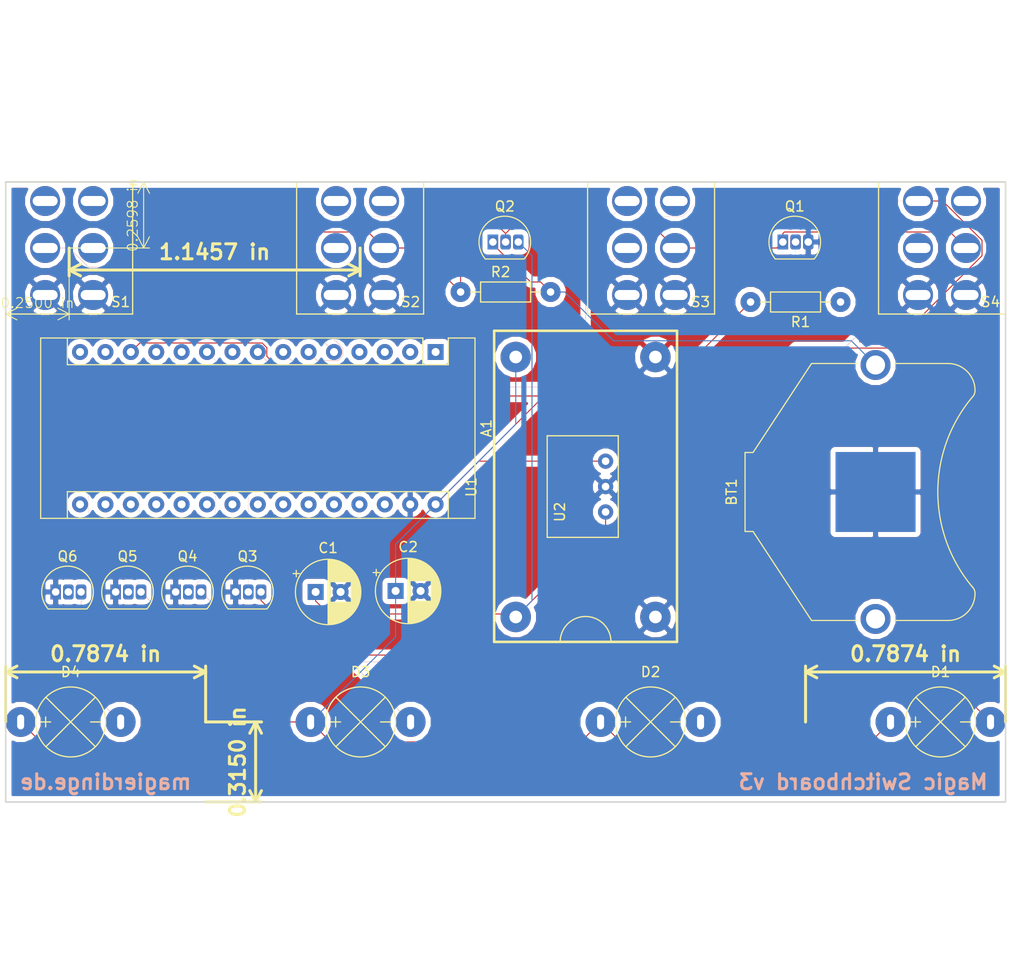
<source format=kicad_pcb>
(kicad_pcb (version 20171130) (host pcbnew 5.0.2-bee76a0~70~ubuntu18.04.1)

  (general
    (thickness 1.6)
    (drawings 22)
    (tracks 145)
    (zones 0)
    (modules 22)
    (nets 20)
  )

  (page A4)
  (title_block
    (title "Magic Switchboard")
    (date 2018-12-31)
    (rev v3)
    (company magierdinge.de)
  )

  (layers
    (0 F.Cu signal)
    (31 B.Cu signal)
    (32 B.Adhes user)
    (33 F.Adhes user)
    (34 B.Paste user)
    (35 F.Paste user)
    (36 B.SilkS user)
    (37 F.SilkS user)
    (38 B.Mask user)
    (39 F.Mask user)
    (40 Dwgs.User user)
    (41 Cmts.User user)
    (42 Eco1.User user)
    (43 Eco2.User user)
    (44 Edge.Cuts user)
    (45 Margin user)
    (46 B.CrtYd user)
    (47 F.CrtYd user)
    (48 B.Fab user)
    (49 F.Fab user)
  )

  (setup
    (last_trace_width 0.03)
    (trace_clearance 0.05)
    (zone_clearance 0.508)
    (zone_45_only no)
    (trace_min 0.02)
    (segment_width 0.2)
    (edge_width 0.15)
    (via_size 0.8)
    (via_drill 0.4)
    (via_min_size 0.4)
    (via_min_drill 0.3)
    (uvia_size 0.5)
    (uvia_drill 0.3)
    (uvias_allowed yes)
    (uvia_min_size 0.5)
    (uvia_min_drill 0.3)
    (pcb_text_width 0.3)
    (pcb_text_size 1.5 1.5)
    (mod_edge_width 0.15)
    (mod_text_size 1 1)
    (mod_text_width 0.15)
    (pad_size 3 3)
    (pad_drill 2.5)
    (pad_to_mask_clearance 0.051)
    (solder_mask_min_width 0.25)
    (aux_axis_origin 0 0)
    (grid_origin 90 80)
    (visible_elements FFFFFF7F)
    (pcbplotparams
      (layerselection 0x010fc_ffffffff)
      (usegerberextensions true)
      (usegerberattributes false)
      (usegerberadvancedattributes false)
      (creategerberjobfile false)
      (excludeedgelayer true)
      (linewidth 0.100000)
      (plotframeref false)
      (viasonmask false)
      (mode 1)
      (useauxorigin false)
      (hpglpennumber 1)
      (hpglpenspeed 20)
      (hpglpendiameter 15.000000)
      (psnegative false)
      (psa4output false)
      (plotreference true)
      (plotvalue true)
      (plotinvisibletext false)
      (padsonsilk false)
      (subtractmaskfromsilk false)
      (outputformat 1)
      (mirror false)
      (drillshape 0)
      (scaleselection 1)
      (outputdirectory "gerbers/"))
  )

  (net 0 "")
  (net 1 "Net-(A1-Pad5)")
  (net 2 "Net-(A1-Pad6)")
  (net 3 "Net-(A1-Pad7)")
  (net 4 "Net-(A1-Pad8)")
  (net 5 "Net-(A1-Pad9)")
  (net 6 "Net-(A1-Pad10)")
  (net 7 "Net-(A1-Pad11)")
  (net 8 "Net-(A1-Pad12)")
  (net 9 GND)
  (net 10 VCC)
  (net 11 "Net-(BT1-Pad1)")
  (net 12 "Net-(C1-Pad1)")
  (net 13 "Net-(D1-Pad1)")
  (net 14 "Net-(D2-Pad1)")
  (net 15 "Net-(D3-Pad1)")
  (net 16 "Net-(D4-Pad1)")
  (net 17 "Net-(Q1-Pad2)")
  (net 18 deadmantrap)
  (net 19 powerswitch)

  (net_class Default "This is the default net class."
    (clearance 0.05)
    (trace_width 0.03)
    (via_dia 0.8)
    (via_drill 0.4)
    (uvia_dia 0.5)
    (uvia_drill 0.3)
    (add_net GND)
    (add_net "Net-(A1-Pad10)")
    (add_net "Net-(A1-Pad11)")
    (add_net "Net-(A1-Pad12)")
    (add_net "Net-(A1-Pad5)")
    (add_net "Net-(A1-Pad6)")
    (add_net "Net-(A1-Pad7)")
    (add_net "Net-(A1-Pad8)")
    (add_net "Net-(A1-Pad9)")
    (add_net "Net-(Q1-Pad2)")
    (add_net deadmantrap)
    (add_net powerswitch)
  )

  (net_class Power ""
    (clearance 0.05)
    (trace_width 0.1)
    (via_dia 0.8)
    (via_drill 0.4)
    (uvia_dia 0.5)
    (uvia_drill 0.3)
    (add_net "Net-(BT1-Pad1)")
    (add_net "Net-(C1-Pad1)")
    (add_net "Net-(D1-Pad1)")
    (add_net "Net-(D2-Pad1)")
    (add_net "Net-(D3-Pad1)")
    (add_net "Net-(D4-Pad1)")
    (add_net VCC)
  )

  (module switchboard:BatteryHolder_Keystone_3009_1x2450 (layer F.Cu) (tedit 5C4DAD11) (tstamp 5C607F02)
    (at 177 111 90)
    (descr http://www.keyelco.com/product-pdf.cfm?p=787)
    (tags "Keystone type 3009 coin cell retainer")
    (path /5C2A4986)
    (fp_text reference BT1 (at 0 -14.4 90) (layer F.SilkS)
      (effects (font (size 1 1) (thickness 0.15)))
    )
    (fp_text value 3V (at 0 14 90) (layer F.Fab)
      (effects (font (size 1 1) (thickness 0.15)))
    )
    (fp_line (start -4.45 -12.55) (end -13.35 -6.7) (layer F.CrtYd) (width 0.05))
    (fp_line (start -3.8 -12.9) (end 3.8 -12.9) (layer F.Fab) (width 0.1))
    (fp_line (start 3.8 -12.9) (end 3.8 -12.2) (layer F.Fab) (width 0.1))
    (fp_line (start -3.8 -12.9) (end -3.8 -12.2) (layer F.Fab) (width 0.1))
    (fp_line (start -3.8 -12.2) (end -12.7 -6.35) (layer F.Fab) (width 0.1))
    (fp_line (start 3.8 -12.2) (end 12.7 -6.35) (layer F.Fab) (width 0.1))
    (fp_line (start -3.95 -12.25) (end -12.85 -6.4) (layer F.SilkS) (width 0.12))
    (fp_line (start -3.95 -13.05) (end -3.95 -12.25) (layer F.SilkS) (width 0.12))
    (fp_line (start -3.95 -13.05) (end 3.95 -13.05) (layer F.SilkS) (width 0.12))
    (fp_line (start 3.95 -13.05) (end 3.95 -12.25) (layer F.SilkS) (width 0.12))
    (fp_line (start 3.95 -12.25) (end 12.85 -6.4) (layer F.SilkS) (width 0.12))
    (fp_line (start 4.45 -12.55) (end 13.35 -6.7) (layer F.CrtYd) (width 0.05))
    (fp_line (start -4.45 -13.55) (end -4.45 -12.55) (layer F.CrtYd) (width 0.05))
    (fp_line (start -4.45 -13.55) (end 4.45 -13.55) (layer F.CrtYd) (width 0.05))
    (fp_line (start 4.45 -13.55) (end 4.45 -12.55) (layer F.CrtYd) (width 0.05))
    (fp_line (start -12.7 -6.35) (end -12.7 7.3) (layer F.Fab) (width 0.1))
    (fp_line (start 12.7 -6.35) (end 12.7 7.3) (layer F.Fab) (width 0.1))
    (fp_line (start 13.35 1.95) (end 13.35 7.3) (layer F.CrtYd) (width 0.05))
    (fp_line (start -13.35 -6.7) (end -13.35 -1.95) (layer F.CrtYd) (width 0.05))
    (fp_line (start -13.35 1.95) (end -13.35 7.3) (layer F.CrtYd) (width 0.05))
    (fp_line (start 13.35 -6.7) (end 13.35 -1.95) (layer F.CrtYd) (width 0.05))
    (fp_line (start -12.85 -6.4) (end -12.85 -1.9) (layer F.SilkS) (width 0.12))
    (fp_line (start 12.85 -6.4) (end 12.85 -1.9) (layer F.SilkS) (width 0.12))
    (fp_circle (center 0 0) (end 12.25 0) (layer Dwgs.User) (width 0.15))
    (fp_arc (start -10.15 7.25) (end -10.15 9.8) (angle 90) (layer F.Fab) (width 0.1))
    (fp_arc (start 10.15 7.25) (end 10.15 9.8) (angle -90) (layer F.Fab) (width 0.1))
    (fp_line (start -12.85 1.9) (end -12.85 7.3) (layer F.SilkS) (width 0.12))
    (fp_line (start 12.85 1.9) (end 12.85 7.3) (layer F.SilkS) (width 0.12))
    (fp_arc (start 10.15 7.25) (end 10.15 9.95) (angle -90) (layer F.SilkS) (width 0.12))
    (fp_arc (start -10.15 7.25) (end -10.15 9.95) (angle 90) (layer F.SilkS) (width 0.12))
    (fp_arc (start 0 21) (end -9.6 9.58) (angle 80) (layer F.Fab) (width 0.1))
    (fp_arc (start -10.15 9) (end -10.15 9.8) (angle -45) (layer F.Fab) (width 0.1))
    (fp_arc (start 10.15 9) (end 10.15 9.8) (angle 45) (layer F.Fab) (width 0.1))
    (fp_arc (start -10.15 9) (end -10.15 9.95) (angle -45) (layer F.SilkS) (width 0.12))
    (fp_arc (start 10.15 9) (end 10.15 9.95) (angle 45) (layer F.SilkS) (width 0.12))
    (fp_arc (start 0 21) (end -9.55 9.73) (angle 80) (layer F.SilkS) (width 0.12))
    (fp_arc (start -12.7 0) (end -13.35 1.95) (angle 143) (layer F.CrtYd) (width 0.05))
    (fp_arc (start 12.7 0) (end 13.35 1.95) (angle -143) (layer F.CrtYd) (width 0.05))
    (fp_arc (start -10.15 7.25) (end -10.15 10.45) (angle 90) (layer F.CrtYd) (width 0.05))
    (fp_arc (start 10.15 7.25) (end 10.15 10.45) (angle -90) (layer F.CrtYd) (width 0.05))
    (fp_arc (start -10.15 9) (end -10.15 10.45) (angle -45) (layer F.CrtYd) (width 0.05))
    (fp_arc (start 10.15 9) (end 10.15 10.45) (angle 45) (layer F.CrtYd) (width 0.05))
    (fp_arc (start 0 21) (end -9.15 10.05) (angle 3.2) (layer F.CrtYd) (width 0.05))
    (fp_arc (start 0 0) (end 0 12.8) (angle 41.7) (layer F.CrtYd) (width 0.05))
    (fp_arc (start 0 21) (end 9.15 10.05) (angle -3.2) (layer F.CrtYd) (width 0.05))
    (fp_arc (start 0 0) (end 0 12.8) (angle -41.7) (layer F.CrtYd) (width 0.05))
    (fp_text user %R (at 0 0 90) (layer F.Fab)
      (effects (font (size 1 1) (thickness 0.15)))
    )
    (pad 2 smd rect (at 0 0 90) (size 8 8) (layers B.Cu B.Mask)
      (net 9 GND))
    (pad 2 smd rect (at 0 0 90) (size 8 8) (layers F.Cu F.Mask)
      (net 9 GND))
    (pad 1 thru_hole circle (at 12.7 0 90) (size 3 3) (drill 1.9) (layers *.Cu *.Mask)
      (net 11 "Net-(BT1-Pad1)"))
    (pad 1 thru_hole circle (at -12.7 0 90) (size 3 3) (drill 1.9) (layers *.Cu *.Mask)
      (net 11 "Net-(BT1-Pad1)"))
    (model ${KISYS3DMOD}/Battery.3dshapes/BatteryHolder_Keystone_3009_1x2450.wrl
      (at (xyz 0 0 0))
      (scale (xyz 1 1 1))
      (rotate (xyz 0 0 0))
    )
  )

  (module switchboard:XY-016 (layer F.Cu) (tedit 5C4CD4D6) (tstamp 5C5A350E)
    (at 148 110.5 90)
    (path /5C2A4AF6)
    (fp_text reference U1 (at 0 -11.43 90) (layer F.SilkS)
      (effects (font (size 1 1) (thickness 0.15)))
    )
    (fp_text value XY-016 (at -10.775 -0.215 180) (layer F.Fab)
      (effects (font (size 1 1) (thickness 0.15)))
    )
    (fp_arc (start -15.494 0) (end -15.494 2.54) (angle -180) (layer F.SilkS) (width 0.127))
    (fp_line (start 15.621 9.144) (end 15.621 -9.144) (layer F.SilkS) (width 0.254))
    (fp_line (start -15.494 9.144) (end -15.494 -9.144) (layer F.SilkS) (width 0.254))
    (fp_line (start 15.621 9.144) (end -15.494 9.144) (layer F.SilkS) (width 0.254))
    (fp_line (start 15.621 -9.144) (end -15.494 -9.144) (layer F.SilkS) (width 0.254))
    (fp_arc (start -15.494 0) (end -15.494 2.54) (angle -180) (layer F.Fab) (width 0.127))
    (fp_line (start 15.621 9.144) (end -15.494 9.144) (layer F.Fab) (width 0.254))
    (fp_line (start 15.621 -9.144) (end -15.494 -9.144) (layer F.Fab) (width 0.254))
    (fp_line (start -15.494 9.144) (end -15.494 -9.144) (layer F.Fab) (width 0.254))
    (fp_line (start 15.621 9.144) (end 15.621 -9.144) (layer F.Fab) (width 0.254))
    (pad 4 thru_hole circle (at 13 -6.985 90) (size 3.048 3.048) (drill 1.27) (layers *.Cu *.Mask)
      (net 10 VCC))
    (pad 3 thru_hole circle (at 13 6.985 90) (size 3.048 3.048) (drill 1.27) (layers *.Cu *.Mask)
      (net 9 GND))
    (pad 2 thru_hole circle (at -13 6.985 90) (size 3.048 3.048) (drill 1.27) (layers *.Cu *.Mask)
      (net 9 GND))
    (pad 1 thru_hole circle (at -13 -6.985 90) (size 3.048 3.048) (drill 1.27) (layers *.Cu *.Mask)
      (net 12 "Net-(C1-Pad1)"))
  )

  (module "switchboard:E10 Edison Socket Print Pins" (layer F.Cu) (tedit 5C4CB602) (tstamp 5C3976DD)
    (at 183.5 134)
    (path /5C481149)
    (fp_text reference D1 (at 0 -5) (layer F.SilkS)
      (effects (font (size 1 1) (thickness 0.15)))
    )
    (fp_text value Red (at 0 0) (layer F.Fab)
      (effects (font (size 1 1) (thickness 0.15)))
    )
    (fp_line (start 3 0) (end 2 0) (layer F.SilkS) (width 0.127))
    (fp_line (start -3 0) (end -2 0) (layer F.SilkS) (width 0.127))
    (fp_line (start -2.5 -0.5) (end -2.5 0.5) (layer F.SilkS) (width 0.127))
    (fp_line (start 2.474874 2.474874) (end -2.474874 -2.474874) (layer F.SilkS) (width 0.127))
    (fp_line (start 2.474874 -2.474874) (end -2.474874 2.474874) (layer F.SilkS) (width 0.127))
    (fp_circle (center 0 0) (end -3.5 0) (layer F.SilkS) (width 0.127))
    (pad 1 thru_hole circle (at 5 0) (size 3 3) (drill oval 0.7 1.5) (layers *.Cu *.Mask)
      (net 13 "Net-(D1-Pad1)"))
    (pad 2 thru_hole circle (at -5 0) (size 3 3) (drill oval 0.7 1.5) (layers *.Cu *.Mask)
      (net 10 VCC))
  )

  (module "switchboard:E10 Edison Socket Print Pins" (layer F.Cu) (tedit 5C4CB602) (tstamp 5C3976E7)
    (at 154.5 134)
    (path /5C2A516D)
    (fp_text reference D2 (at 0 -5) (layer F.SilkS)
      (effects (font (size 1 1) (thickness 0.15)))
    )
    (fp_text value Red (at 0 0) (layer F.Fab)
      (effects (font (size 1 1) (thickness 0.15)))
    )
    (fp_line (start 3 0) (end 2 0) (layer F.SilkS) (width 0.127))
    (fp_line (start -3 0) (end -2 0) (layer F.SilkS) (width 0.127))
    (fp_line (start -2.5 -0.5) (end -2.5 0.5) (layer F.SilkS) (width 0.127))
    (fp_line (start 2.474874 2.474874) (end -2.474874 -2.474874) (layer F.SilkS) (width 0.127))
    (fp_line (start 2.474874 -2.474874) (end -2.474874 2.474874) (layer F.SilkS) (width 0.127))
    (fp_circle (center 0 0) (end -3.5 0) (layer F.SilkS) (width 0.127))
    (pad 1 thru_hole circle (at 5 0) (size 3 3) (drill oval 0.7 1.5) (layers *.Cu *.Mask)
      (net 14 "Net-(D2-Pad1)"))
    (pad 2 thru_hole circle (at -5 0) (size 3 3) (drill oval 0.7 1.5) (layers *.Cu *.Mask)
      (net 10 VCC))
  )

  (module "switchboard:E10 Edison Socket Print Pins" (layer F.Cu) (tedit 5C4CB602) (tstamp 5C3976F1)
    (at 125.5 134)
    (path /5C482C3A)
    (fp_text reference D3 (at 0 -5) (layer F.SilkS)
      (effects (font (size 1 1) (thickness 0.15)))
    )
    (fp_text value Red (at 0 0) (layer F.Fab)
      (effects (font (size 1 1) (thickness 0.15)))
    )
    (fp_line (start 3 0) (end 2 0) (layer F.SilkS) (width 0.127))
    (fp_line (start -3 0) (end -2 0) (layer F.SilkS) (width 0.127))
    (fp_line (start -2.5 -0.5) (end -2.5 0.5) (layer F.SilkS) (width 0.127))
    (fp_line (start 2.474874 2.474874) (end -2.474874 -2.474874) (layer F.SilkS) (width 0.127))
    (fp_line (start 2.474874 -2.474874) (end -2.474874 2.474874) (layer F.SilkS) (width 0.127))
    (fp_circle (center 0 0) (end -3.5 0) (layer F.SilkS) (width 0.127))
    (pad 1 thru_hole circle (at 5 0) (size 3 3) (drill oval 0.7 1.5) (layers *.Cu *.Mask)
      (net 15 "Net-(D3-Pad1)"))
    (pad 2 thru_hole circle (at -5 0) (size 3 3) (drill oval 0.7 1.5) (layers *.Cu *.Mask)
      (net 10 VCC))
  )

  (module "switchboard:E10 Edison Socket Print Pins" (layer F.Cu) (tedit 5C4CB602) (tstamp 5C60C875)
    (at 96.5 134)
    (path /5C482C16)
    (fp_text reference D4 (at 0 -5) (layer F.SilkS)
      (effects (font (size 1 1) (thickness 0.15)))
    )
    (fp_text value Red (at 0 0) (layer F.Fab)
      (effects (font (size 1 1) (thickness 0.15)))
    )
    (fp_line (start 3 0) (end 2 0) (layer F.SilkS) (width 0.127))
    (fp_line (start -3 0) (end -2 0) (layer F.SilkS) (width 0.127))
    (fp_line (start -2.5 -0.5) (end -2.5 0.5) (layer F.SilkS) (width 0.127))
    (fp_line (start 2.474874 2.474874) (end -2.474874 -2.474874) (layer F.SilkS) (width 0.127))
    (fp_line (start 2.474874 -2.474874) (end -2.474874 2.474874) (layer F.SilkS) (width 0.127))
    (fp_circle (center 0 0) (end -3.5 0) (layer F.SilkS) (width 0.127))
    (pad 1 thru_hole circle (at 5 0) (size 3 3) (drill oval 0.7 1.5) (layers *.Cu *.Mask)
      (net 16 "Net-(D4-Pad1)"))
    (pad 2 thru_hole circle (at -5 0) (size 3 3) (drill oval 0.7 1.5) (layers *.Cu *.Mask)
      (net 10 VCC))
  )

  (module switchboard:Arduino_Nano (layer F.Cu) (tedit 58ACAF70) (tstamp 5C607EC6)
    (at 133 97 270)
    (descr "Arduino Nano, http://www.mouser.com/pdfdocs/Gravitech_Arduino_Nano3_0.pdf")
    (tags "Arduino Nano")
    (path /5C2A4DAB)
    (fp_text reference A1 (at 7.62 -5.08 270) (layer F.SilkS)
      (effects (font (size 1 1) (thickness 0.15)))
    )
    (fp_text value Arduino_Nano_v3.x (at 8.89 19.05) (layer F.Fab)
      (effects (font (size 1 1) (thickness 0.15)))
    )
    (fp_line (start 16.75 42.16) (end -1.53 42.16) (layer F.CrtYd) (width 0.05))
    (fp_line (start 16.75 42.16) (end 16.75 -4.06) (layer F.CrtYd) (width 0.05))
    (fp_line (start -1.53 -4.06) (end -1.53 42.16) (layer F.CrtYd) (width 0.05))
    (fp_line (start -1.53 -4.06) (end 16.75 -4.06) (layer F.CrtYd) (width 0.05))
    (fp_line (start 16.51 -3.81) (end 16.51 39.37) (layer F.Fab) (width 0.1))
    (fp_line (start 0 -3.81) (end 16.51 -3.81) (layer F.Fab) (width 0.1))
    (fp_line (start -1.27 -2.54) (end 0 -3.81) (layer F.Fab) (width 0.1))
    (fp_line (start -1.27 39.37) (end -1.27 -2.54) (layer F.Fab) (width 0.1))
    (fp_line (start 16.51 39.37) (end -1.27 39.37) (layer F.Fab) (width 0.1))
    (fp_line (start 16.64 -3.94) (end -1.4 -3.94) (layer F.SilkS) (width 0.12))
    (fp_line (start 16.64 39.5) (end 16.64 -3.94) (layer F.SilkS) (width 0.12))
    (fp_line (start -1.4 39.5) (end 16.64 39.5) (layer F.SilkS) (width 0.12))
    (fp_line (start 3.81 41.91) (end 3.81 31.75) (layer F.Fab) (width 0.1))
    (fp_line (start 11.43 41.91) (end 3.81 41.91) (layer F.Fab) (width 0.1))
    (fp_line (start 11.43 31.75) (end 11.43 41.91) (layer F.Fab) (width 0.1))
    (fp_line (start 3.81 31.75) (end 11.43 31.75) (layer F.Fab) (width 0.1))
    (fp_line (start 1.27 36.83) (end -1.4 36.83) (layer F.SilkS) (width 0.12))
    (fp_line (start 1.27 1.27) (end 1.27 36.83) (layer F.SilkS) (width 0.12))
    (fp_line (start 1.27 1.27) (end -1.4 1.27) (layer F.SilkS) (width 0.12))
    (fp_line (start 13.97 36.83) (end 16.64 36.83) (layer F.SilkS) (width 0.12))
    (fp_line (start 13.97 -1.27) (end 13.97 36.83) (layer F.SilkS) (width 0.12))
    (fp_line (start 13.97 -1.27) (end 16.64 -1.27) (layer F.SilkS) (width 0.12))
    (fp_line (start -1.4 -3.94) (end -1.4 -1.27) (layer F.SilkS) (width 0.12))
    (fp_line (start -1.4 1.27) (end -1.4 39.5) (layer F.SilkS) (width 0.12))
    (fp_line (start 1.27 -1.27) (end -1.4 -1.27) (layer F.SilkS) (width 0.12))
    (fp_line (start 1.27 1.27) (end 1.27 -1.27) (layer F.SilkS) (width 0.12))
    (fp_text user %R (at 6.35 19.05) (layer F.Fab)
      (effects (font (size 1 1) (thickness 0.15)))
    )
    (pad 16 thru_hole oval (at 15.24 35.56 270) (size 1.6 1.6) (drill 0.8) (layers *.Cu *.Mask))
    (pad 15 thru_hole oval (at 0 35.56 270) (size 1.6 1.6) (drill 0.8) (layers *.Cu *.Mask))
    (pad 30 thru_hole oval (at 15.24 0 270) (size 1.6 1.6) (drill 0.8) (layers *.Cu *.Mask)
      (net 10 VCC))
    (pad 14 thru_hole oval (at 0 33.02 270) (size 1.6 1.6) (drill 0.8) (layers *.Cu *.Mask))
    (pad 29 thru_hole oval (at 15.24 2.54 270) (size 1.6 1.6) (drill 0.8) (layers *.Cu *.Mask)
      (net 9 GND))
    (pad 13 thru_hole oval (at 0 30.48 270) (size 1.6 1.6) (drill 0.8) (layers *.Cu *.Mask)
      (net 18 deadmantrap))
    (pad 28 thru_hole oval (at 15.24 5.08 270) (size 1.6 1.6) (drill 0.8) (layers *.Cu *.Mask))
    (pad 12 thru_hole oval (at 0 27.94 270) (size 1.6 1.6) (drill 0.8) (layers *.Cu *.Mask)
      (net 8 "Net-(A1-Pad12)"))
    (pad 27 thru_hole oval (at 15.24 7.62 270) (size 1.6 1.6) (drill 0.8) (layers *.Cu *.Mask))
    (pad 11 thru_hole oval (at 0 25.4 270) (size 1.6 1.6) (drill 0.8) (layers *.Cu *.Mask)
      (net 7 "Net-(A1-Pad11)"))
    (pad 26 thru_hole oval (at 15.24 10.16 270) (size 1.6 1.6) (drill 0.8) (layers *.Cu *.Mask))
    (pad 10 thru_hole oval (at 0 22.86 270) (size 1.6 1.6) (drill 0.8) (layers *.Cu *.Mask)
      (net 6 "Net-(A1-Pad10)"))
    (pad 25 thru_hole oval (at 15.24 12.7 270) (size 1.6 1.6) (drill 0.8) (layers *.Cu *.Mask))
    (pad 9 thru_hole oval (at 0 20.32 270) (size 1.6 1.6) (drill 0.8) (layers *.Cu *.Mask)
      (net 5 "Net-(A1-Pad9)"))
    (pad 24 thru_hole oval (at 15.24 15.24 270) (size 1.6 1.6) (drill 0.8) (layers *.Cu *.Mask))
    (pad 8 thru_hole oval (at 0 17.78 270) (size 1.6 1.6) (drill 0.8) (layers *.Cu *.Mask)
      (net 4 "Net-(A1-Pad8)"))
    (pad 23 thru_hole oval (at 15.24 17.78 270) (size 1.6 1.6) (drill 0.8) (layers *.Cu *.Mask))
    (pad 7 thru_hole oval (at 0 15.24 270) (size 1.6 1.6) (drill 0.8) (layers *.Cu *.Mask)
      (net 3 "Net-(A1-Pad7)"))
    (pad 22 thru_hole oval (at 15.24 20.32 270) (size 1.6 1.6) (drill 0.8) (layers *.Cu *.Mask))
    (pad 6 thru_hole oval (at 0 12.7 270) (size 1.6 1.6) (drill 0.8) (layers *.Cu *.Mask)
      (net 2 "Net-(A1-Pad6)"))
    (pad 21 thru_hole oval (at 15.24 22.86 270) (size 1.6 1.6) (drill 0.8) (layers *.Cu *.Mask))
    (pad 5 thru_hole oval (at 0 10.16 270) (size 1.6 1.6) (drill 0.8) (layers *.Cu *.Mask)
      (net 1 "Net-(A1-Pad5)"))
    (pad 20 thru_hole oval (at 15.24 25.4 270) (size 1.6 1.6) (drill 0.8) (layers *.Cu *.Mask))
    (pad 4 thru_hole oval (at 0 7.62 270) (size 1.6 1.6) (drill 0.8) (layers *.Cu *.Mask))
    (pad 19 thru_hole oval (at 15.24 27.94 270) (size 1.6 1.6) (drill 0.8) (layers *.Cu *.Mask))
    (pad 3 thru_hole oval (at 0 5.08 270) (size 1.6 1.6) (drill 0.8) (layers *.Cu *.Mask))
    (pad 18 thru_hole oval (at 15.24 30.48 270) (size 1.6 1.6) (drill 0.8) (layers *.Cu *.Mask))
    (pad 2 thru_hole oval (at 0 2.54 270) (size 1.6 1.6) (drill 0.8) (layers *.Cu *.Mask))
    (pad 17 thru_hole oval (at 15.24 33.02 270) (size 1.6 1.6) (drill 0.8) (layers *.Cu *.Mask))
    (pad 1 thru_hole rect (at 0 0 270) (size 1.6 1.6) (drill 0.8) (layers *.Cu *.Mask))
    (model ${KISYS3DMOD}/Module.3dshapes/Arduino_Nano_WithMountingHoles.wrl
      (at (xyz 0 0 0))
      (scale (xyz 1 1 1))
      (rotate (xyz 0 0 0))
    )
  )

  (module switchboard:CP_Radial_D6.3mm_P2.50mm (layer F.Cu) (tedit 5AE50EF0) (tstamp 5C607F37)
    (at 121 121)
    (descr "CP, Radial series, Radial, pin pitch=2.50mm, , diameter=6.3mm, Electrolytic Capacitor")
    (tags "CP Radial series Radial pin pitch 2.50mm  diameter 6.3mm Electrolytic Capacitor")
    (path /5C2CDA79)
    (fp_text reference C1 (at 1.25 -4.4) (layer F.SilkS)
      (effects (font (size 1 1) (thickness 0.15)))
    )
    (fp_text value 100uF (at 1.25 4.4) (layer F.Fab)
      (effects (font (size 1 1) (thickness 0.15)))
    )
    (fp_text user %R (at 1.25 0) (layer F.Fab)
      (effects (font (size 1 1) (thickness 0.15)))
    )
    (fp_line (start -1.935241 -2.154) (end -1.935241 -1.524) (layer F.SilkS) (width 0.12))
    (fp_line (start -2.250241 -1.839) (end -1.620241 -1.839) (layer F.SilkS) (width 0.12))
    (fp_line (start 4.491 -0.402) (end 4.491 0.402) (layer F.SilkS) (width 0.12))
    (fp_line (start 4.451 -0.633) (end 4.451 0.633) (layer F.SilkS) (width 0.12))
    (fp_line (start 4.411 -0.802) (end 4.411 0.802) (layer F.SilkS) (width 0.12))
    (fp_line (start 4.371 -0.94) (end 4.371 0.94) (layer F.SilkS) (width 0.12))
    (fp_line (start 4.331 -1.059) (end 4.331 1.059) (layer F.SilkS) (width 0.12))
    (fp_line (start 4.291 -1.165) (end 4.291 1.165) (layer F.SilkS) (width 0.12))
    (fp_line (start 4.251 -1.262) (end 4.251 1.262) (layer F.SilkS) (width 0.12))
    (fp_line (start 4.211 -1.35) (end 4.211 1.35) (layer F.SilkS) (width 0.12))
    (fp_line (start 4.171 -1.432) (end 4.171 1.432) (layer F.SilkS) (width 0.12))
    (fp_line (start 4.131 -1.509) (end 4.131 1.509) (layer F.SilkS) (width 0.12))
    (fp_line (start 4.091 -1.581) (end 4.091 1.581) (layer F.SilkS) (width 0.12))
    (fp_line (start 4.051 -1.65) (end 4.051 1.65) (layer F.SilkS) (width 0.12))
    (fp_line (start 4.011 -1.714) (end 4.011 1.714) (layer F.SilkS) (width 0.12))
    (fp_line (start 3.971 -1.776) (end 3.971 1.776) (layer F.SilkS) (width 0.12))
    (fp_line (start 3.931 -1.834) (end 3.931 1.834) (layer F.SilkS) (width 0.12))
    (fp_line (start 3.891 -1.89) (end 3.891 1.89) (layer F.SilkS) (width 0.12))
    (fp_line (start 3.851 -1.944) (end 3.851 1.944) (layer F.SilkS) (width 0.12))
    (fp_line (start 3.811 -1.995) (end 3.811 1.995) (layer F.SilkS) (width 0.12))
    (fp_line (start 3.771 -2.044) (end 3.771 2.044) (layer F.SilkS) (width 0.12))
    (fp_line (start 3.731 -2.092) (end 3.731 2.092) (layer F.SilkS) (width 0.12))
    (fp_line (start 3.691 -2.137) (end 3.691 2.137) (layer F.SilkS) (width 0.12))
    (fp_line (start 3.651 -2.182) (end 3.651 2.182) (layer F.SilkS) (width 0.12))
    (fp_line (start 3.611 -2.224) (end 3.611 2.224) (layer F.SilkS) (width 0.12))
    (fp_line (start 3.571 -2.265) (end 3.571 2.265) (layer F.SilkS) (width 0.12))
    (fp_line (start 3.531 1.04) (end 3.531 2.305) (layer F.SilkS) (width 0.12))
    (fp_line (start 3.531 -2.305) (end 3.531 -1.04) (layer F.SilkS) (width 0.12))
    (fp_line (start 3.491 1.04) (end 3.491 2.343) (layer F.SilkS) (width 0.12))
    (fp_line (start 3.491 -2.343) (end 3.491 -1.04) (layer F.SilkS) (width 0.12))
    (fp_line (start 3.451 1.04) (end 3.451 2.38) (layer F.SilkS) (width 0.12))
    (fp_line (start 3.451 -2.38) (end 3.451 -1.04) (layer F.SilkS) (width 0.12))
    (fp_line (start 3.411 1.04) (end 3.411 2.416) (layer F.SilkS) (width 0.12))
    (fp_line (start 3.411 -2.416) (end 3.411 -1.04) (layer F.SilkS) (width 0.12))
    (fp_line (start 3.371 1.04) (end 3.371 2.45) (layer F.SilkS) (width 0.12))
    (fp_line (start 3.371 -2.45) (end 3.371 -1.04) (layer F.SilkS) (width 0.12))
    (fp_line (start 3.331 1.04) (end 3.331 2.484) (layer F.SilkS) (width 0.12))
    (fp_line (start 3.331 -2.484) (end 3.331 -1.04) (layer F.SilkS) (width 0.12))
    (fp_line (start 3.291 1.04) (end 3.291 2.516) (layer F.SilkS) (width 0.12))
    (fp_line (start 3.291 -2.516) (end 3.291 -1.04) (layer F.SilkS) (width 0.12))
    (fp_line (start 3.251 1.04) (end 3.251 2.548) (layer F.SilkS) (width 0.12))
    (fp_line (start 3.251 -2.548) (end 3.251 -1.04) (layer F.SilkS) (width 0.12))
    (fp_line (start 3.211 1.04) (end 3.211 2.578) (layer F.SilkS) (width 0.12))
    (fp_line (start 3.211 -2.578) (end 3.211 -1.04) (layer F.SilkS) (width 0.12))
    (fp_line (start 3.171 1.04) (end 3.171 2.607) (layer F.SilkS) (width 0.12))
    (fp_line (start 3.171 -2.607) (end 3.171 -1.04) (layer F.SilkS) (width 0.12))
    (fp_line (start 3.131 1.04) (end 3.131 2.636) (layer F.SilkS) (width 0.12))
    (fp_line (start 3.131 -2.636) (end 3.131 -1.04) (layer F.SilkS) (width 0.12))
    (fp_line (start 3.091 1.04) (end 3.091 2.664) (layer F.SilkS) (width 0.12))
    (fp_line (start 3.091 -2.664) (end 3.091 -1.04) (layer F.SilkS) (width 0.12))
    (fp_line (start 3.051 1.04) (end 3.051 2.69) (layer F.SilkS) (width 0.12))
    (fp_line (start 3.051 -2.69) (end 3.051 -1.04) (layer F.SilkS) (width 0.12))
    (fp_line (start 3.011 1.04) (end 3.011 2.716) (layer F.SilkS) (width 0.12))
    (fp_line (start 3.011 -2.716) (end 3.011 -1.04) (layer F.SilkS) (width 0.12))
    (fp_line (start 2.971 1.04) (end 2.971 2.742) (layer F.SilkS) (width 0.12))
    (fp_line (start 2.971 -2.742) (end 2.971 -1.04) (layer F.SilkS) (width 0.12))
    (fp_line (start 2.931 1.04) (end 2.931 2.766) (layer F.SilkS) (width 0.12))
    (fp_line (start 2.931 -2.766) (end 2.931 -1.04) (layer F.SilkS) (width 0.12))
    (fp_line (start 2.891 1.04) (end 2.891 2.79) (layer F.SilkS) (width 0.12))
    (fp_line (start 2.891 -2.79) (end 2.891 -1.04) (layer F.SilkS) (width 0.12))
    (fp_line (start 2.851 1.04) (end 2.851 2.812) (layer F.SilkS) (width 0.12))
    (fp_line (start 2.851 -2.812) (end 2.851 -1.04) (layer F.SilkS) (width 0.12))
    (fp_line (start 2.811 1.04) (end 2.811 2.834) (layer F.SilkS) (width 0.12))
    (fp_line (start 2.811 -2.834) (end 2.811 -1.04) (layer F.SilkS) (width 0.12))
    (fp_line (start 2.771 1.04) (end 2.771 2.856) (layer F.SilkS) (width 0.12))
    (fp_line (start 2.771 -2.856) (end 2.771 -1.04) (layer F.SilkS) (width 0.12))
    (fp_line (start 2.731 1.04) (end 2.731 2.876) (layer F.SilkS) (width 0.12))
    (fp_line (start 2.731 -2.876) (end 2.731 -1.04) (layer F.SilkS) (width 0.12))
    (fp_line (start 2.691 1.04) (end 2.691 2.896) (layer F.SilkS) (width 0.12))
    (fp_line (start 2.691 -2.896) (end 2.691 -1.04) (layer F.SilkS) (width 0.12))
    (fp_line (start 2.651 1.04) (end 2.651 2.916) (layer F.SilkS) (width 0.12))
    (fp_line (start 2.651 -2.916) (end 2.651 -1.04) (layer F.SilkS) (width 0.12))
    (fp_line (start 2.611 1.04) (end 2.611 2.934) (layer F.SilkS) (width 0.12))
    (fp_line (start 2.611 -2.934) (end 2.611 -1.04) (layer F.SilkS) (width 0.12))
    (fp_line (start 2.571 1.04) (end 2.571 2.952) (layer F.SilkS) (width 0.12))
    (fp_line (start 2.571 -2.952) (end 2.571 -1.04) (layer F.SilkS) (width 0.12))
    (fp_line (start 2.531 1.04) (end 2.531 2.97) (layer F.SilkS) (width 0.12))
    (fp_line (start 2.531 -2.97) (end 2.531 -1.04) (layer F.SilkS) (width 0.12))
    (fp_line (start 2.491 1.04) (end 2.491 2.986) (layer F.SilkS) (width 0.12))
    (fp_line (start 2.491 -2.986) (end 2.491 -1.04) (layer F.SilkS) (width 0.12))
    (fp_line (start 2.451 1.04) (end 2.451 3.002) (layer F.SilkS) (width 0.12))
    (fp_line (start 2.451 -3.002) (end 2.451 -1.04) (layer F.SilkS) (width 0.12))
    (fp_line (start 2.411 1.04) (end 2.411 3.018) (layer F.SilkS) (width 0.12))
    (fp_line (start 2.411 -3.018) (end 2.411 -1.04) (layer F.SilkS) (width 0.12))
    (fp_line (start 2.371 1.04) (end 2.371 3.033) (layer F.SilkS) (width 0.12))
    (fp_line (start 2.371 -3.033) (end 2.371 -1.04) (layer F.SilkS) (width 0.12))
    (fp_line (start 2.331 1.04) (end 2.331 3.047) (layer F.SilkS) (width 0.12))
    (fp_line (start 2.331 -3.047) (end 2.331 -1.04) (layer F.SilkS) (width 0.12))
    (fp_line (start 2.291 1.04) (end 2.291 3.061) (layer F.SilkS) (width 0.12))
    (fp_line (start 2.291 -3.061) (end 2.291 -1.04) (layer F.SilkS) (width 0.12))
    (fp_line (start 2.251 1.04) (end 2.251 3.074) (layer F.SilkS) (width 0.12))
    (fp_line (start 2.251 -3.074) (end 2.251 -1.04) (layer F.SilkS) (width 0.12))
    (fp_line (start 2.211 1.04) (end 2.211 3.086) (layer F.SilkS) (width 0.12))
    (fp_line (start 2.211 -3.086) (end 2.211 -1.04) (layer F.SilkS) (width 0.12))
    (fp_line (start 2.171 1.04) (end 2.171 3.098) (layer F.SilkS) (width 0.12))
    (fp_line (start 2.171 -3.098) (end 2.171 -1.04) (layer F.SilkS) (width 0.12))
    (fp_line (start 2.131 1.04) (end 2.131 3.11) (layer F.SilkS) (width 0.12))
    (fp_line (start 2.131 -3.11) (end 2.131 -1.04) (layer F.SilkS) (width 0.12))
    (fp_line (start 2.091 1.04) (end 2.091 3.121) (layer F.SilkS) (width 0.12))
    (fp_line (start 2.091 -3.121) (end 2.091 -1.04) (layer F.SilkS) (width 0.12))
    (fp_line (start 2.051 1.04) (end 2.051 3.131) (layer F.SilkS) (width 0.12))
    (fp_line (start 2.051 -3.131) (end 2.051 -1.04) (layer F.SilkS) (width 0.12))
    (fp_line (start 2.011 1.04) (end 2.011 3.141) (layer F.SilkS) (width 0.12))
    (fp_line (start 2.011 -3.141) (end 2.011 -1.04) (layer F.SilkS) (width 0.12))
    (fp_line (start 1.971 1.04) (end 1.971 3.15) (layer F.SilkS) (width 0.12))
    (fp_line (start 1.971 -3.15) (end 1.971 -1.04) (layer F.SilkS) (width 0.12))
    (fp_line (start 1.93 1.04) (end 1.93 3.159) (layer F.SilkS) (width 0.12))
    (fp_line (start 1.93 -3.159) (end 1.93 -1.04) (layer F.SilkS) (width 0.12))
    (fp_line (start 1.89 1.04) (end 1.89 3.167) (layer F.SilkS) (width 0.12))
    (fp_line (start 1.89 -3.167) (end 1.89 -1.04) (layer F.SilkS) (width 0.12))
    (fp_line (start 1.85 1.04) (end 1.85 3.175) (layer F.SilkS) (width 0.12))
    (fp_line (start 1.85 -3.175) (end 1.85 -1.04) (layer F.SilkS) (width 0.12))
    (fp_line (start 1.81 1.04) (end 1.81 3.182) (layer F.SilkS) (width 0.12))
    (fp_line (start 1.81 -3.182) (end 1.81 -1.04) (layer F.SilkS) (width 0.12))
    (fp_line (start 1.77 1.04) (end 1.77 3.189) (layer F.SilkS) (width 0.12))
    (fp_line (start 1.77 -3.189) (end 1.77 -1.04) (layer F.SilkS) (width 0.12))
    (fp_line (start 1.73 1.04) (end 1.73 3.195) (layer F.SilkS) (width 0.12))
    (fp_line (start 1.73 -3.195) (end 1.73 -1.04) (layer F.SilkS) (width 0.12))
    (fp_line (start 1.69 1.04) (end 1.69 3.201) (layer F.SilkS) (width 0.12))
    (fp_line (start 1.69 -3.201) (end 1.69 -1.04) (layer F.SilkS) (width 0.12))
    (fp_line (start 1.65 1.04) (end 1.65 3.206) (layer F.SilkS) (width 0.12))
    (fp_line (start 1.65 -3.206) (end 1.65 -1.04) (layer F.SilkS) (width 0.12))
    (fp_line (start 1.61 1.04) (end 1.61 3.211) (layer F.SilkS) (width 0.12))
    (fp_line (start 1.61 -3.211) (end 1.61 -1.04) (layer F.SilkS) (width 0.12))
    (fp_line (start 1.57 1.04) (end 1.57 3.215) (layer F.SilkS) (width 0.12))
    (fp_line (start 1.57 -3.215) (end 1.57 -1.04) (layer F.SilkS) (width 0.12))
    (fp_line (start 1.53 1.04) (end 1.53 3.218) (layer F.SilkS) (width 0.12))
    (fp_line (start 1.53 -3.218) (end 1.53 -1.04) (layer F.SilkS) (width 0.12))
    (fp_line (start 1.49 1.04) (end 1.49 3.222) (layer F.SilkS) (width 0.12))
    (fp_line (start 1.49 -3.222) (end 1.49 -1.04) (layer F.SilkS) (width 0.12))
    (fp_line (start 1.45 -3.224) (end 1.45 3.224) (layer F.SilkS) (width 0.12))
    (fp_line (start 1.41 -3.227) (end 1.41 3.227) (layer F.SilkS) (width 0.12))
    (fp_line (start 1.37 -3.228) (end 1.37 3.228) (layer F.SilkS) (width 0.12))
    (fp_line (start 1.33 -3.23) (end 1.33 3.23) (layer F.SilkS) (width 0.12))
    (fp_line (start 1.29 -3.23) (end 1.29 3.23) (layer F.SilkS) (width 0.12))
    (fp_line (start 1.25 -3.23) (end 1.25 3.23) (layer F.SilkS) (width 0.12))
    (fp_line (start -1.128972 -1.6885) (end -1.128972 -1.0585) (layer F.Fab) (width 0.1))
    (fp_line (start -1.443972 -1.3735) (end -0.813972 -1.3735) (layer F.Fab) (width 0.1))
    (fp_circle (center 1.25 0) (end 4.65 0) (layer F.CrtYd) (width 0.05))
    (fp_circle (center 1.25 0) (end 4.52 0) (layer F.SilkS) (width 0.12))
    (fp_circle (center 1.25 0) (end 4.4 0) (layer F.Fab) (width 0.1))
    (pad 2 thru_hole circle (at 2.5 0) (size 1.6 1.6) (drill 0.8) (layers *.Cu *.Mask)
      (net 9 GND))
    (pad 1 thru_hole rect (at 0 0) (size 1.6 1.6) (drill 0.8) (layers *.Cu *.Mask)
      (net 12 "Net-(C1-Pad1)"))
    (model ${KISYS3DMOD}/Capacitor_THT.3dshapes/CP_Radial_D6.3mm_P2.50mm.wrl
      (at (xyz 0 0 0))
      (scale (xyz 1 1 1))
      (rotate (xyz 0 0 0))
    )
  )

  (module switchboard:CP_Radial_D6.3mm_P2.50mm (layer F.Cu) (tedit 5AE50EF0) (tstamp 5C607FCA)
    (at 129 120.9)
    (descr "CP, Radial series, Radial, pin pitch=2.50mm, , diameter=6.3mm, Electrolytic Capacitor")
    (tags "CP Radial series Radial pin pitch 2.50mm  diameter 6.3mm Electrolytic Capacitor")
    (path /5C2D5FC7)
    (fp_text reference C2 (at 1.25 -4.4) (layer F.SilkS)
      (effects (font (size 1 1) (thickness 0.15)))
    )
    (fp_text value 100uF (at 1.25 4.4) (layer F.Fab)
      (effects (font (size 1 1) (thickness 0.15)))
    )
    (fp_text user %R (at 1.25 0) (layer F.Fab)
      (effects (font (size 1 1) (thickness 0.15)))
    )
    (fp_line (start -1.935241 -2.154) (end -1.935241 -1.524) (layer F.SilkS) (width 0.12))
    (fp_line (start -2.250241 -1.839) (end -1.620241 -1.839) (layer F.SilkS) (width 0.12))
    (fp_line (start 4.491 -0.402) (end 4.491 0.402) (layer F.SilkS) (width 0.12))
    (fp_line (start 4.451 -0.633) (end 4.451 0.633) (layer F.SilkS) (width 0.12))
    (fp_line (start 4.411 -0.802) (end 4.411 0.802) (layer F.SilkS) (width 0.12))
    (fp_line (start 4.371 -0.94) (end 4.371 0.94) (layer F.SilkS) (width 0.12))
    (fp_line (start 4.331 -1.059) (end 4.331 1.059) (layer F.SilkS) (width 0.12))
    (fp_line (start 4.291 -1.165) (end 4.291 1.165) (layer F.SilkS) (width 0.12))
    (fp_line (start 4.251 -1.262) (end 4.251 1.262) (layer F.SilkS) (width 0.12))
    (fp_line (start 4.211 -1.35) (end 4.211 1.35) (layer F.SilkS) (width 0.12))
    (fp_line (start 4.171 -1.432) (end 4.171 1.432) (layer F.SilkS) (width 0.12))
    (fp_line (start 4.131 -1.509) (end 4.131 1.509) (layer F.SilkS) (width 0.12))
    (fp_line (start 4.091 -1.581) (end 4.091 1.581) (layer F.SilkS) (width 0.12))
    (fp_line (start 4.051 -1.65) (end 4.051 1.65) (layer F.SilkS) (width 0.12))
    (fp_line (start 4.011 -1.714) (end 4.011 1.714) (layer F.SilkS) (width 0.12))
    (fp_line (start 3.971 -1.776) (end 3.971 1.776) (layer F.SilkS) (width 0.12))
    (fp_line (start 3.931 -1.834) (end 3.931 1.834) (layer F.SilkS) (width 0.12))
    (fp_line (start 3.891 -1.89) (end 3.891 1.89) (layer F.SilkS) (width 0.12))
    (fp_line (start 3.851 -1.944) (end 3.851 1.944) (layer F.SilkS) (width 0.12))
    (fp_line (start 3.811 -1.995) (end 3.811 1.995) (layer F.SilkS) (width 0.12))
    (fp_line (start 3.771 -2.044) (end 3.771 2.044) (layer F.SilkS) (width 0.12))
    (fp_line (start 3.731 -2.092) (end 3.731 2.092) (layer F.SilkS) (width 0.12))
    (fp_line (start 3.691 -2.137) (end 3.691 2.137) (layer F.SilkS) (width 0.12))
    (fp_line (start 3.651 -2.182) (end 3.651 2.182) (layer F.SilkS) (width 0.12))
    (fp_line (start 3.611 -2.224) (end 3.611 2.224) (layer F.SilkS) (width 0.12))
    (fp_line (start 3.571 -2.265) (end 3.571 2.265) (layer F.SilkS) (width 0.12))
    (fp_line (start 3.531 1.04) (end 3.531 2.305) (layer F.SilkS) (width 0.12))
    (fp_line (start 3.531 -2.305) (end 3.531 -1.04) (layer F.SilkS) (width 0.12))
    (fp_line (start 3.491 1.04) (end 3.491 2.343) (layer F.SilkS) (width 0.12))
    (fp_line (start 3.491 -2.343) (end 3.491 -1.04) (layer F.SilkS) (width 0.12))
    (fp_line (start 3.451 1.04) (end 3.451 2.38) (layer F.SilkS) (width 0.12))
    (fp_line (start 3.451 -2.38) (end 3.451 -1.04) (layer F.SilkS) (width 0.12))
    (fp_line (start 3.411 1.04) (end 3.411 2.416) (layer F.SilkS) (width 0.12))
    (fp_line (start 3.411 -2.416) (end 3.411 -1.04) (layer F.SilkS) (width 0.12))
    (fp_line (start 3.371 1.04) (end 3.371 2.45) (layer F.SilkS) (width 0.12))
    (fp_line (start 3.371 -2.45) (end 3.371 -1.04) (layer F.SilkS) (width 0.12))
    (fp_line (start 3.331 1.04) (end 3.331 2.484) (layer F.SilkS) (width 0.12))
    (fp_line (start 3.331 -2.484) (end 3.331 -1.04) (layer F.SilkS) (width 0.12))
    (fp_line (start 3.291 1.04) (end 3.291 2.516) (layer F.SilkS) (width 0.12))
    (fp_line (start 3.291 -2.516) (end 3.291 -1.04) (layer F.SilkS) (width 0.12))
    (fp_line (start 3.251 1.04) (end 3.251 2.548) (layer F.SilkS) (width 0.12))
    (fp_line (start 3.251 -2.548) (end 3.251 -1.04) (layer F.SilkS) (width 0.12))
    (fp_line (start 3.211 1.04) (end 3.211 2.578) (layer F.SilkS) (width 0.12))
    (fp_line (start 3.211 -2.578) (end 3.211 -1.04) (layer F.SilkS) (width 0.12))
    (fp_line (start 3.171 1.04) (end 3.171 2.607) (layer F.SilkS) (width 0.12))
    (fp_line (start 3.171 -2.607) (end 3.171 -1.04) (layer F.SilkS) (width 0.12))
    (fp_line (start 3.131 1.04) (end 3.131 2.636) (layer F.SilkS) (width 0.12))
    (fp_line (start 3.131 -2.636) (end 3.131 -1.04) (layer F.SilkS) (width 0.12))
    (fp_line (start 3.091 1.04) (end 3.091 2.664) (layer F.SilkS) (width 0.12))
    (fp_line (start 3.091 -2.664) (end 3.091 -1.04) (layer F.SilkS) (width 0.12))
    (fp_line (start 3.051 1.04) (end 3.051 2.69) (layer F.SilkS) (width 0.12))
    (fp_line (start 3.051 -2.69) (end 3.051 -1.04) (layer F.SilkS) (width 0.12))
    (fp_line (start 3.011 1.04) (end 3.011 2.716) (layer F.SilkS) (width 0.12))
    (fp_line (start 3.011 -2.716) (end 3.011 -1.04) (layer F.SilkS) (width 0.12))
    (fp_line (start 2.971 1.04) (end 2.971 2.742) (layer F.SilkS) (width 0.12))
    (fp_line (start 2.971 -2.742) (end 2.971 -1.04) (layer F.SilkS) (width 0.12))
    (fp_line (start 2.931 1.04) (end 2.931 2.766) (layer F.SilkS) (width 0.12))
    (fp_line (start 2.931 -2.766) (end 2.931 -1.04) (layer F.SilkS) (width 0.12))
    (fp_line (start 2.891 1.04) (end 2.891 2.79) (layer F.SilkS) (width 0.12))
    (fp_line (start 2.891 -2.79) (end 2.891 -1.04) (layer F.SilkS) (width 0.12))
    (fp_line (start 2.851 1.04) (end 2.851 2.812) (layer F.SilkS) (width 0.12))
    (fp_line (start 2.851 -2.812) (end 2.851 -1.04) (layer F.SilkS) (width 0.12))
    (fp_line (start 2.811 1.04) (end 2.811 2.834) (layer F.SilkS) (width 0.12))
    (fp_line (start 2.811 -2.834) (end 2.811 -1.04) (layer F.SilkS) (width 0.12))
    (fp_line (start 2.771 1.04) (end 2.771 2.856) (layer F.SilkS) (width 0.12))
    (fp_line (start 2.771 -2.856) (end 2.771 -1.04) (layer F.SilkS) (width 0.12))
    (fp_line (start 2.731 1.04) (end 2.731 2.876) (layer F.SilkS) (width 0.12))
    (fp_line (start 2.731 -2.876) (end 2.731 -1.04) (layer F.SilkS) (width 0.12))
    (fp_line (start 2.691 1.04) (end 2.691 2.896) (layer F.SilkS) (width 0.12))
    (fp_line (start 2.691 -2.896) (end 2.691 -1.04) (layer F.SilkS) (width 0.12))
    (fp_line (start 2.651 1.04) (end 2.651 2.916) (layer F.SilkS) (width 0.12))
    (fp_line (start 2.651 -2.916) (end 2.651 -1.04) (layer F.SilkS) (width 0.12))
    (fp_line (start 2.611 1.04) (end 2.611 2.934) (layer F.SilkS) (width 0.12))
    (fp_line (start 2.611 -2.934) (end 2.611 -1.04) (layer F.SilkS) (width 0.12))
    (fp_line (start 2.571 1.04) (end 2.571 2.952) (layer F.SilkS) (width 0.12))
    (fp_line (start 2.571 -2.952) (end 2.571 -1.04) (layer F.SilkS) (width 0.12))
    (fp_line (start 2.531 1.04) (end 2.531 2.97) (layer F.SilkS) (width 0.12))
    (fp_line (start 2.531 -2.97) (end 2.531 -1.04) (layer F.SilkS) (width 0.12))
    (fp_line (start 2.491 1.04) (end 2.491 2.986) (layer F.SilkS) (width 0.12))
    (fp_line (start 2.491 -2.986) (end 2.491 -1.04) (layer F.SilkS) (width 0.12))
    (fp_line (start 2.451 1.04) (end 2.451 3.002) (layer F.SilkS) (width 0.12))
    (fp_line (start 2.451 -3.002) (end 2.451 -1.04) (layer F.SilkS) (width 0.12))
    (fp_line (start 2.411 1.04) (end 2.411 3.018) (layer F.SilkS) (width 0.12))
    (fp_line (start 2.411 -3.018) (end 2.411 -1.04) (layer F.SilkS) (width 0.12))
    (fp_line (start 2.371 1.04) (end 2.371 3.033) (layer F.SilkS) (width 0.12))
    (fp_line (start 2.371 -3.033) (end 2.371 -1.04) (layer F.SilkS) (width 0.12))
    (fp_line (start 2.331 1.04) (end 2.331 3.047) (layer F.SilkS) (width 0.12))
    (fp_line (start 2.331 -3.047) (end 2.331 -1.04) (layer F.SilkS) (width 0.12))
    (fp_line (start 2.291 1.04) (end 2.291 3.061) (layer F.SilkS) (width 0.12))
    (fp_line (start 2.291 -3.061) (end 2.291 -1.04) (layer F.SilkS) (width 0.12))
    (fp_line (start 2.251 1.04) (end 2.251 3.074) (layer F.SilkS) (width 0.12))
    (fp_line (start 2.251 -3.074) (end 2.251 -1.04) (layer F.SilkS) (width 0.12))
    (fp_line (start 2.211 1.04) (end 2.211 3.086) (layer F.SilkS) (width 0.12))
    (fp_line (start 2.211 -3.086) (end 2.211 -1.04) (layer F.SilkS) (width 0.12))
    (fp_line (start 2.171 1.04) (end 2.171 3.098) (layer F.SilkS) (width 0.12))
    (fp_line (start 2.171 -3.098) (end 2.171 -1.04) (layer F.SilkS) (width 0.12))
    (fp_line (start 2.131 1.04) (end 2.131 3.11) (layer F.SilkS) (width 0.12))
    (fp_line (start 2.131 -3.11) (end 2.131 -1.04) (layer F.SilkS) (width 0.12))
    (fp_line (start 2.091 1.04) (end 2.091 3.121) (layer F.SilkS) (width 0.12))
    (fp_line (start 2.091 -3.121) (end 2.091 -1.04) (layer F.SilkS) (width 0.12))
    (fp_line (start 2.051 1.04) (end 2.051 3.131) (layer F.SilkS) (width 0.12))
    (fp_line (start 2.051 -3.131) (end 2.051 -1.04) (layer F.SilkS) (width 0.12))
    (fp_line (start 2.011 1.04) (end 2.011 3.141) (layer F.SilkS) (width 0.12))
    (fp_line (start 2.011 -3.141) (end 2.011 -1.04) (layer F.SilkS) (width 0.12))
    (fp_line (start 1.971 1.04) (end 1.971 3.15) (layer F.SilkS) (width 0.12))
    (fp_line (start 1.971 -3.15) (end 1.971 -1.04) (layer F.SilkS) (width 0.12))
    (fp_line (start 1.93 1.04) (end 1.93 3.159) (layer F.SilkS) (width 0.12))
    (fp_line (start 1.93 -3.159) (end 1.93 -1.04) (layer F.SilkS) (width 0.12))
    (fp_line (start 1.89 1.04) (end 1.89 3.167) (layer F.SilkS) (width 0.12))
    (fp_line (start 1.89 -3.167) (end 1.89 -1.04) (layer F.SilkS) (width 0.12))
    (fp_line (start 1.85 1.04) (end 1.85 3.175) (layer F.SilkS) (width 0.12))
    (fp_line (start 1.85 -3.175) (end 1.85 -1.04) (layer F.SilkS) (width 0.12))
    (fp_line (start 1.81 1.04) (end 1.81 3.182) (layer F.SilkS) (width 0.12))
    (fp_line (start 1.81 -3.182) (end 1.81 -1.04) (layer F.SilkS) (width 0.12))
    (fp_line (start 1.77 1.04) (end 1.77 3.189) (layer F.SilkS) (width 0.12))
    (fp_line (start 1.77 -3.189) (end 1.77 -1.04) (layer F.SilkS) (width 0.12))
    (fp_line (start 1.73 1.04) (end 1.73 3.195) (layer F.SilkS) (width 0.12))
    (fp_line (start 1.73 -3.195) (end 1.73 -1.04) (layer F.SilkS) (width 0.12))
    (fp_line (start 1.69 1.04) (end 1.69 3.201) (layer F.SilkS) (width 0.12))
    (fp_line (start 1.69 -3.201) (end 1.69 -1.04) (layer F.SilkS) (width 0.12))
    (fp_line (start 1.65 1.04) (end 1.65 3.206) (layer F.SilkS) (width 0.12))
    (fp_line (start 1.65 -3.206) (end 1.65 -1.04) (layer F.SilkS) (width 0.12))
    (fp_line (start 1.61 1.04) (end 1.61 3.211) (layer F.SilkS) (width 0.12))
    (fp_line (start 1.61 -3.211) (end 1.61 -1.04) (layer F.SilkS) (width 0.12))
    (fp_line (start 1.57 1.04) (end 1.57 3.215) (layer F.SilkS) (width 0.12))
    (fp_line (start 1.57 -3.215) (end 1.57 -1.04) (layer F.SilkS) (width 0.12))
    (fp_line (start 1.53 1.04) (end 1.53 3.218) (layer F.SilkS) (width 0.12))
    (fp_line (start 1.53 -3.218) (end 1.53 -1.04) (layer F.SilkS) (width 0.12))
    (fp_line (start 1.49 1.04) (end 1.49 3.222) (layer F.SilkS) (width 0.12))
    (fp_line (start 1.49 -3.222) (end 1.49 -1.04) (layer F.SilkS) (width 0.12))
    (fp_line (start 1.45 -3.224) (end 1.45 3.224) (layer F.SilkS) (width 0.12))
    (fp_line (start 1.41 -3.227) (end 1.41 3.227) (layer F.SilkS) (width 0.12))
    (fp_line (start 1.37 -3.228) (end 1.37 3.228) (layer F.SilkS) (width 0.12))
    (fp_line (start 1.33 -3.23) (end 1.33 3.23) (layer F.SilkS) (width 0.12))
    (fp_line (start 1.29 -3.23) (end 1.29 3.23) (layer F.SilkS) (width 0.12))
    (fp_line (start 1.25 -3.23) (end 1.25 3.23) (layer F.SilkS) (width 0.12))
    (fp_line (start -1.128972 -1.6885) (end -1.128972 -1.0585) (layer F.Fab) (width 0.1))
    (fp_line (start -1.443972 -1.3735) (end -0.813972 -1.3735) (layer F.Fab) (width 0.1))
    (fp_circle (center 1.25 0) (end 4.65 0) (layer F.CrtYd) (width 0.05))
    (fp_circle (center 1.25 0) (end 4.52 0) (layer F.SilkS) (width 0.12))
    (fp_circle (center 1.25 0) (end 4.4 0) (layer F.Fab) (width 0.1))
    (pad 2 thru_hole circle (at 2.5 0) (size 1.6 1.6) (drill 0.8) (layers *.Cu *.Mask)
      (net 9 GND))
    (pad 1 thru_hole rect (at 0 0) (size 1.6 1.6) (drill 0.8) (layers *.Cu *.Mask)
      (net 10 VCC))
    (model ${KISYS3DMOD}/Capacitor_THT.3dshapes/CP_Radial_D6.3mm_P2.50mm.wrl
      (at (xyz 0 0 0))
      (scale (xyz 1 1 1))
      (rotate (xyz 0 0 0))
    )
  )

  (module switchboard:BC547 (layer F.Cu) (tedit 5A279A44) (tstamp 5C60805D)
    (at 167.73 86)
    (descr "TO-92L leads in-line (large body variant of TO-92), also known as TO-226, wide, drill 0.75mm (see https://www.diodes.com/assets/Package-Files/TO92L.pdf and http://www.ti.com/lit/an/snoa059/snoa059.pdf)")
    (tags "TO-92L Inline Wide transistor")
    (path /5C4A0DE6)
    (fp_text reference Q1 (at 1.19 -3.56) (layer F.SilkS)
      (effects (font (size 1 1) (thickness 0.15)))
    )
    (fp_text value BC547 (at 1.19 2.79) (layer F.Fab)
      (effects (font (size 1 1) (thickness 0.15)))
    )
    (fp_arc (start 1.19 0) (end 1.19 -2.48) (angle -130.2499344) (layer F.Fab) (width 0.1))
    (fp_arc (start 1.19 0) (end 1.19 -2.48) (angle 129.9527847) (layer F.Fab) (width 0.1))
    (fp_arc (start 1.19 0) (end -0.75 1.7) (angle 262.164354) (layer F.SilkS) (width 0.12))
    (fp_line (start 3.95 1.85) (end -1.55 1.85) (layer F.CrtYd) (width 0.05))
    (fp_line (start 3.95 1.85) (end 3.95 -2.75) (layer F.CrtYd) (width 0.05))
    (fp_line (start -1.55 -2.75) (end -1.55 1.85) (layer F.CrtYd) (width 0.05))
    (fp_line (start -1.55 -2.75) (end 3.95 -2.75) (layer F.CrtYd) (width 0.05))
    (fp_line (start -0.7 1.6) (end 3.05 1.6) (layer F.Fab) (width 0.1))
    (fp_line (start -0.75 1.7) (end 3.1 1.7) (layer F.SilkS) (width 0.12))
    (fp_text user %R (at 1.19 -3.56) (layer F.Fab)
      (effects (font (size 1 1) (thickness 0.15)))
    )
    (pad 1 thru_hole rect (at 0 0) (size 1.05 1.5) (drill 0.75) (layers *.Cu *.Mask)
      (net 19 powerswitch))
    (pad 3 thru_hole roundrect (at 2.54 0) (size 1.05 1.5) (drill 0.75) (layers *.Cu *.Mask) (roundrect_rratio 0.25)
      (net 9 GND))
    (pad 2 thru_hole roundrect (at 1.27 0) (size 1.05 1.5) (drill 0.75) (layers *.Cu *.Mask) (roundrect_rratio 0.25)
      (net 17 "Net-(Q1-Pad2)"))
    (model ${KISYS3DMOD}/Package_TO_SOT_THT.3dshapes/TO-92L_Inline.wrl
      (at (xyz 0 0 0))
      (scale (xyz 1 1 1))
      (rotate (xyz 0 0 0))
    )
  )

  (module switchboard:BS250 (layer F.Cu) (tedit 5A279A44) (tstamp 5C60806D)
    (at 138.73 86)
    (descr "TO-92L leads in-line (large body variant of TO-92), also known as TO-226, wide, drill 0.75mm (see https://www.diodes.com/assets/Package-Files/TO92L.pdf and http://www.ti.com/lit/an/snoa059/snoa059.pdf)")
    (tags "TO-92L Inline Wide transistor")
    (path /5C48F3B9)
    (fp_text reference Q2 (at 1.19 -3.56) (layer F.SilkS)
      (effects (font (size 1 1) (thickness 0.15)))
    )
    (fp_text value BS250 (at 1.19 2.79) (layer F.Fab)
      (effects (font (size 1 1) (thickness 0.15)))
    )
    (fp_arc (start 1.19 0) (end 1.19 -2.48) (angle -130.2499344) (layer F.Fab) (width 0.1))
    (fp_arc (start 1.19 0) (end 1.19 -2.48) (angle 129.9527847) (layer F.Fab) (width 0.1))
    (fp_arc (start 1.19 0) (end -0.75 1.7) (angle 262.164354) (layer F.SilkS) (width 0.12))
    (fp_line (start 3.95 1.85) (end -1.55 1.85) (layer F.CrtYd) (width 0.05))
    (fp_line (start 3.95 1.85) (end 3.95 -2.75) (layer F.CrtYd) (width 0.05))
    (fp_line (start -1.55 -2.75) (end -1.55 1.85) (layer F.CrtYd) (width 0.05))
    (fp_line (start -1.55 -2.75) (end 3.95 -2.75) (layer F.CrtYd) (width 0.05))
    (fp_line (start -0.7 1.6) (end 3.05 1.6) (layer F.Fab) (width 0.1))
    (fp_line (start -0.75 1.7) (end 3.1 1.7) (layer F.SilkS) (width 0.12))
    (fp_text user %R (at 1.19 -3.56) (layer F.Fab)
      (effects (font (size 1 1) (thickness 0.15)))
    )
    (pad 1 thru_hole rect (at 0 0) (size 1.05 1.5) (drill 0.75) (layers *.Cu *.Mask)
      (net 11 "Net-(BT1-Pad1)"))
    (pad 3 thru_hole roundrect (at 2.54 0) (size 1.05 1.5) (drill 0.75) (layers *.Cu *.Mask) (roundrect_rratio 0.25)
      (net 12 "Net-(C1-Pad1)"))
    (pad 2 thru_hole roundrect (at 1.27 0) (size 1.05 1.5) (drill 0.75) (layers *.Cu *.Mask) (roundrect_rratio 0.25)
      (net 19 powerswitch))
    (model ${KISYS3DMOD}/Package_TO_SOT_THT.3dshapes/TO-92L_Inline.wrl
      (at (xyz 0 0 0))
      (scale (xyz 1 1 1))
      (rotate (xyz 0 0 0))
    )
  )

  (module switchboard:2N700 (layer F.Cu) (tedit 5A279A44) (tstamp 5C60807D)
    (at 113 121)
    (descr "TO-92L leads in-line (large body variant of TO-92), also known as TO-226, wide, drill 0.75mm (see https://www.diodes.com/assets/Package-Files/TO92L.pdf and http://www.ti.com/lit/an/snoa059/snoa059.pdf)")
    (tags "TO-92L Inline Wide transistor")
    (path /5C481158)
    (fp_text reference Q3 (at 1.19 -3.56) (layer F.SilkS)
      (effects (font (size 1 1) (thickness 0.15)))
    )
    (fp_text value 2N7000 (at 1.19 2.79) (layer F.Fab)
      (effects (font (size 1 1) (thickness 0.15)))
    )
    (fp_arc (start 1.19 0) (end 1.19 -2.48) (angle -130.2499344) (layer F.Fab) (width 0.1))
    (fp_arc (start 1.19 0) (end 1.19 -2.48) (angle 129.9527847) (layer F.Fab) (width 0.1))
    (fp_arc (start 1.19 0) (end -0.75 1.7) (angle 262.164354) (layer F.SilkS) (width 0.12))
    (fp_line (start 3.95 1.85) (end -1.55 1.85) (layer F.CrtYd) (width 0.05))
    (fp_line (start 3.95 1.85) (end 3.95 -2.75) (layer F.CrtYd) (width 0.05))
    (fp_line (start -1.55 -2.75) (end -1.55 1.85) (layer F.CrtYd) (width 0.05))
    (fp_line (start -1.55 -2.75) (end 3.95 -2.75) (layer F.CrtYd) (width 0.05))
    (fp_line (start -0.7 1.6) (end 3.05 1.6) (layer F.Fab) (width 0.1))
    (fp_line (start -0.75 1.7) (end 3.1 1.7) (layer F.SilkS) (width 0.12))
    (fp_text user %R (at 1.19 -3.56) (layer F.Fab)
      (effects (font (size 1 1) (thickness 0.15)))
    )
    (pad 1 thru_hole rect (at 0 0) (size 1.05 1.5) (drill 0.75) (layers *.Cu *.Mask)
      (net 9 GND))
    (pad 3 thru_hole roundrect (at 2.54 0) (size 1.05 1.5) (drill 0.75) (layers *.Cu *.Mask) (roundrect_rratio 0.25)
      (net 13 "Net-(D1-Pad1)"))
    (pad 2 thru_hole roundrect (at 1.27 0) (size 1.05 1.5) (drill 0.75) (layers *.Cu *.Mask) (roundrect_rratio 0.25)
      (net 5 "Net-(A1-Pad9)"))
    (model ${KISYS3DMOD}/Package_TO_SOT_THT.3dshapes/TO-92L_Inline.wrl
      (at (xyz 0 0 0))
      (scale (xyz 1 1 1))
      (rotate (xyz 0 0 0))
    )
  )

  (module switchboard:2N700 (layer F.Cu) (tedit 5A279A44) (tstamp 5C60808D)
    (at 107 121)
    (descr "TO-92L leads in-line (large body variant of TO-92), also known as TO-226, wide, drill 0.75mm (see https://www.diodes.com/assets/Package-Files/TO92L.pdf and http://www.ti.com/lit/an/snoa059/snoa059.pdf)")
    (tags "TO-92L Inline Wide transistor")
    (path /5C47BC90)
    (fp_text reference Q4 (at 1.19 -3.56) (layer F.SilkS)
      (effects (font (size 1 1) (thickness 0.15)))
    )
    (fp_text value 2N7000 (at 1.19 2.79) (layer F.Fab)
      (effects (font (size 1 1) (thickness 0.15)))
    )
    (fp_arc (start 1.19 0) (end 1.19 -2.48) (angle -130.2499344) (layer F.Fab) (width 0.1))
    (fp_arc (start 1.19 0) (end 1.19 -2.48) (angle 129.9527847) (layer F.Fab) (width 0.1))
    (fp_arc (start 1.19 0) (end -0.75 1.7) (angle 262.164354) (layer F.SilkS) (width 0.12))
    (fp_line (start 3.95 1.85) (end -1.55 1.85) (layer F.CrtYd) (width 0.05))
    (fp_line (start 3.95 1.85) (end 3.95 -2.75) (layer F.CrtYd) (width 0.05))
    (fp_line (start -1.55 -2.75) (end -1.55 1.85) (layer F.CrtYd) (width 0.05))
    (fp_line (start -1.55 -2.75) (end 3.95 -2.75) (layer F.CrtYd) (width 0.05))
    (fp_line (start -0.7 1.6) (end 3.05 1.6) (layer F.Fab) (width 0.1))
    (fp_line (start -0.75 1.7) (end 3.1 1.7) (layer F.SilkS) (width 0.12))
    (fp_text user %R (at 1.19 -3.56) (layer F.Fab)
      (effects (font (size 1 1) (thickness 0.15)))
    )
    (pad 1 thru_hole rect (at 0 0) (size 1.05 1.5) (drill 0.75) (layers *.Cu *.Mask)
      (net 9 GND))
    (pad 3 thru_hole roundrect (at 2.54 0) (size 1.05 1.5) (drill 0.75) (layers *.Cu *.Mask) (roundrect_rratio 0.25)
      (net 14 "Net-(D2-Pad1)"))
    (pad 2 thru_hole roundrect (at 1.27 0) (size 1.05 1.5) (drill 0.75) (layers *.Cu *.Mask) (roundrect_rratio 0.25)
      (net 6 "Net-(A1-Pad10)"))
    (model ${KISYS3DMOD}/Package_TO_SOT_THT.3dshapes/TO-92L_Inline.wrl
      (at (xyz 0 0 0))
      (scale (xyz 1 1 1))
      (rotate (xyz 0 0 0))
    )
  )

  (module switchboard:2N700 (layer F.Cu) (tedit 5A279A44) (tstamp 5C6080AD)
    (at 101 121)
    (descr "TO-92L leads in-line (large body variant of TO-92), also known as TO-226, wide, drill 0.75mm (see https://www.diodes.com/assets/Package-Files/TO92L.pdf and http://www.ti.com/lit/an/snoa059/snoa059.pdf)")
    (tags "TO-92L Inline Wide transistor")
    (path /5C482C49)
    (fp_text reference Q5 (at 1.19 -3.56) (layer F.SilkS)
      (effects (font (size 1 1) (thickness 0.15)))
    )
    (fp_text value 2N7000 (at 1.19 2.79) (layer F.Fab)
      (effects (font (size 1 1) (thickness 0.15)))
    )
    (fp_arc (start 1.19 0) (end 1.19 -2.48) (angle -130.2499344) (layer F.Fab) (width 0.1))
    (fp_arc (start 1.19 0) (end 1.19 -2.48) (angle 129.9527847) (layer F.Fab) (width 0.1))
    (fp_arc (start 1.19 0) (end -0.75 1.7) (angle 262.164354) (layer F.SilkS) (width 0.12))
    (fp_line (start 3.95 1.85) (end -1.55 1.85) (layer F.CrtYd) (width 0.05))
    (fp_line (start 3.95 1.85) (end 3.95 -2.75) (layer F.CrtYd) (width 0.05))
    (fp_line (start -1.55 -2.75) (end -1.55 1.85) (layer F.CrtYd) (width 0.05))
    (fp_line (start -1.55 -2.75) (end 3.95 -2.75) (layer F.CrtYd) (width 0.05))
    (fp_line (start -0.7 1.6) (end 3.05 1.6) (layer F.Fab) (width 0.1))
    (fp_line (start -0.75 1.7) (end 3.1 1.7) (layer F.SilkS) (width 0.12))
    (fp_text user %R (at 1.19 -3.56) (layer F.Fab)
      (effects (font (size 1 1) (thickness 0.15)))
    )
    (pad 1 thru_hole rect (at 0 0) (size 1.05 1.5) (drill 0.75) (layers *.Cu *.Mask)
      (net 9 GND))
    (pad 3 thru_hole roundrect (at 2.54 0) (size 1.05 1.5) (drill 0.75) (layers *.Cu *.Mask) (roundrect_rratio 0.25)
      (net 15 "Net-(D3-Pad1)"))
    (pad 2 thru_hole roundrect (at 1.27 0) (size 1.05 1.5) (drill 0.75) (layers *.Cu *.Mask) (roundrect_rratio 0.25)
      (net 7 "Net-(A1-Pad11)"))
    (model ${KISYS3DMOD}/Package_TO_SOT_THT.3dshapes/TO-92L_Inline.wrl
      (at (xyz 0 0 0))
      (scale (xyz 1 1 1))
      (rotate (xyz 0 0 0))
    )
  )

  (module switchboard:2N700 (layer F.Cu) (tedit 5A279A44) (tstamp 5C6080BE)
    (at 95 121)
    (descr "TO-92L leads in-line (large body variant of TO-92), also known as TO-226, wide, drill 0.75mm (see https://www.diodes.com/assets/Package-Files/TO92L.pdf and http://www.ti.com/lit/an/snoa059/snoa059.pdf)")
    (tags "TO-92L Inline Wide transistor")
    (path /5C482C25)
    (fp_text reference Q6 (at 1.19 -3.56) (layer F.SilkS)
      (effects (font (size 1 1) (thickness 0.15)))
    )
    (fp_text value 2N7000 (at 1.19 2.79) (layer F.Fab)
      (effects (font (size 1 1) (thickness 0.15)))
    )
    (fp_arc (start 1.19 0) (end 1.19 -2.48) (angle -130.2499344) (layer F.Fab) (width 0.1))
    (fp_arc (start 1.19 0) (end 1.19 -2.48) (angle 129.9527847) (layer F.Fab) (width 0.1))
    (fp_arc (start 1.19 0) (end -0.75 1.7) (angle 262.164354) (layer F.SilkS) (width 0.12))
    (fp_line (start 3.95 1.85) (end -1.55 1.85) (layer F.CrtYd) (width 0.05))
    (fp_line (start 3.95 1.85) (end 3.95 -2.75) (layer F.CrtYd) (width 0.05))
    (fp_line (start -1.55 -2.75) (end -1.55 1.85) (layer F.CrtYd) (width 0.05))
    (fp_line (start -1.55 -2.75) (end 3.95 -2.75) (layer F.CrtYd) (width 0.05))
    (fp_line (start -0.7 1.6) (end 3.05 1.6) (layer F.Fab) (width 0.1))
    (fp_line (start -0.75 1.7) (end 3.1 1.7) (layer F.SilkS) (width 0.12))
    (fp_text user %R (at 1.19 -3.56) (layer F.Fab)
      (effects (font (size 1 1) (thickness 0.15)))
    )
    (pad 1 thru_hole rect (at 0 0) (size 1.05 1.5) (drill 0.75) (layers *.Cu *.Mask)
      (net 9 GND))
    (pad 3 thru_hole roundrect (at 2.54 0) (size 1.05 1.5) (drill 0.75) (layers *.Cu *.Mask) (roundrect_rratio 0.25)
      (net 16 "Net-(D4-Pad1)"))
    (pad 2 thru_hole roundrect (at 1.27 0) (size 1.05 1.5) (drill 0.75) (layers *.Cu *.Mask) (roundrect_rratio 0.25)
      (net 8 "Net-(A1-Pad12)"))
    (model ${KISYS3DMOD}/Package_TO_SOT_THT.3dshapes/TO-92L_Inline.wrl
      (at (xyz 0 0 0))
      (scale (xyz 1 1 1))
      (rotate (xyz 0 0 0))
    )
  )

  (module switchboard:Resistor (layer F.Cu) (tedit 5C478A04) (tstamp 5C6080BF)
    (at 169 92 180)
    (path /5C4A6352)
    (fp_text reference R1 (at -0.5 -2 180) (layer F.SilkS)
      (effects (font (size 1 1) (thickness 0.15)))
    )
    (fp_text value 10k (at 0 2 180) (layer F.Fab)
      (effects (font (size 1 1) (thickness 0.15)))
    )
    (fp_line (start 2.5 0) (end 2.5 1) (layer F.SilkS) (width 0.127))
    (fp_line (start -2.5 1) (end 2.5 1) (layer F.SilkS) (width 0.127))
    (fp_line (start -2.5 0) (end -2.5 1) (layer F.SilkS) (width 0.127))
    (fp_line (start -2.5 0) (end -3.5 0) (layer F.SilkS) (width 0.127))
    (fp_line (start -2.5 -1) (end -2.5 0) (layer F.SilkS) (width 0.127))
    (fp_line (start 2.5 -1) (end -2.5 -1) (layer F.SilkS) (width 0.127))
    (fp_line (start 2.5 0) (end 2.5 -1) (layer F.SilkS) (width 0.127))
    (fp_line (start 3.5 0) (end 2.5 0) (layer F.SilkS) (width 0.127))
    (pad 1 thru_hole circle (at -4.5 0 180) (size 2 2) (drill 0.75) (layers *.Cu *.Mask)
      (net 17 "Net-(Q1-Pad2)"))
    (pad 2 thru_hole circle (at 4.5 0 180) (size 2 2) (drill 0.75) (layers *.Cu *.Mask)
      (net 18 deadmantrap))
  )

  (module switchboard:Resistor (layer F.Cu) (tedit 5C478A04) (tstamp 5C6080CC)
    (at 140 91)
    (path /5C49C79B)
    (fp_text reference R2 (at -0.5 -2) (layer F.SilkS)
      (effects (font (size 1 1) (thickness 0.15)))
    )
    (fp_text value 10k (at 0 2) (layer F.Fab)
      (effects (font (size 1 1) (thickness 0.15)))
    )
    (fp_line (start 2.5 0) (end 2.5 1) (layer F.SilkS) (width 0.127))
    (fp_line (start -2.5 1) (end 2.5 1) (layer F.SilkS) (width 0.127))
    (fp_line (start -2.5 0) (end -2.5 1) (layer F.SilkS) (width 0.127))
    (fp_line (start -2.5 0) (end -3.5 0) (layer F.SilkS) (width 0.127))
    (fp_line (start -2.5 -1) (end -2.5 0) (layer F.SilkS) (width 0.127))
    (fp_line (start 2.5 -1) (end -2.5 -1) (layer F.SilkS) (width 0.127))
    (fp_line (start 2.5 0) (end 2.5 -1) (layer F.SilkS) (width 0.127))
    (fp_line (start 3.5 0) (end 2.5 0) (layer F.SilkS) (width 0.127))
    (pad 1 thru_hole circle (at -4.5 0) (size 2 2) (drill 0.75) (layers *.Cu *.Mask)
      (net 19 powerswitch))
    (pad 2 thru_hole circle (at 4.5 0) (size 2 2) (drill 0.75) (layers *.Cu *.Mask)
      (net 11 "Net-(BT1-Pad1)"))
  )

  (module "switchboard:MTS-203 Switch" (layer F.Cu) (tedit 5C4CA5FB) (tstamp 5C6080D9)
    (at 96.35 86.6)
    (path /5C47B817)
    (fp_text reference S1 (at 5.15 5.4) (layer F.SilkS)
      (effects (font (size 1 1) (thickness 0.15)))
    )
    (fp_text value MTS-203 (at 0.15 7) (layer F.Fab)
      (effects (font (size 1 1) (thickness 0.15)))
    )
    (fp_line (start 6.35 6.604) (end -6.35 6.604) (layer F.SilkS) (width 0.127))
    (fp_line (start 6.35 -6.604) (end 6.35 6.604) (layer F.SilkS) (width 0.127))
    (fp_line (start -6.35 -6.604) (end 6.35 -6.604) (layer F.SilkS) (width 0.127))
    (fp_line (start -6.35 6.604) (end -6.35 -6.604) (layer F.SilkS) (width 0.127))
    (pad 5 thru_hole circle (at 2.4 0) (size 3 3) (drill oval 2.5 1) (layers *.Cu *.Mask)
      (net 19 powerswitch))
    (pad 6 thru_hole circle (at 2.4 4.7) (size 3 3) (drill oval 2.5 1) (layers *.Cu *.Mask)
      (net 9 GND))
    (pad 4 thru_hole circle (at 2.4 -4.7) (size 3 3) (drill oval 2.5 1) (layers *.Cu *.Mask))
    (pad 3 thru_hole circle (at -2.4 4.7) (size 3 3) (drill oval 2.5 1) (layers *.Cu *.Mask)
      (net 9 GND))
    (pad 2 thru_hole circle (at -2.4 0) (size 3 3) (drill oval 2.5 1) (layers *.Cu *.Mask)
      (net 1 "Net-(A1-Pad5)"))
    (pad 1 thru_hole circle (at -2.4 -4.7) (size 3 3) (drill oval 2.5 1) (layers *.Cu *.Mask)
      (net 10 VCC))
  )

  (module "switchboard:MTS-203 Switch" (layer F.Cu) (tedit 5C4CA5FB) (tstamp 5C6080E6)
    (at 125.45 86.6)
    (path /5C4BBE92)
    (fp_text reference S2 (at 5.05 5.4) (layer F.SilkS)
      (effects (font (size 1 1) (thickness 0.15)))
    )
    (fp_text value MTS-203 (at 0 7) (layer F.Fab)
      (effects (font (size 1 1) (thickness 0.15)))
    )
    (fp_line (start 6.35 6.604) (end -6.35 6.604) (layer F.SilkS) (width 0.127))
    (fp_line (start 6.35 -6.604) (end 6.35 6.604) (layer F.SilkS) (width 0.127))
    (fp_line (start -6.35 -6.604) (end 6.35 -6.604) (layer F.SilkS) (width 0.127))
    (fp_line (start -6.35 6.604) (end -6.35 -6.604) (layer F.SilkS) (width 0.127))
    (pad 5 thru_hole circle (at 2.4 0) (size 3 3) (drill oval 2.5 1) (layers *.Cu *.Mask)
      (net 19 powerswitch))
    (pad 6 thru_hole circle (at 2.4 4.7) (size 3 3) (drill oval 2.5 1) (layers *.Cu *.Mask)
      (net 9 GND))
    (pad 4 thru_hole circle (at 2.4 -4.7) (size 3 3) (drill oval 2.5 1) (layers *.Cu *.Mask))
    (pad 3 thru_hole circle (at -2.4 4.7) (size 3 3) (drill oval 2.5 1) (layers *.Cu *.Mask)
      (net 9 GND))
    (pad 2 thru_hole circle (at -2.4 0) (size 3 3) (drill oval 2.5 1) (layers *.Cu *.Mask)
      (net 2 "Net-(A1-Pad6)"))
    (pad 1 thru_hole circle (at -2.4 -4.7) (size 3 3) (drill oval 2.5 1) (layers *.Cu *.Mask)
      (net 10 VCC))
  )

  (module "switchboard:MTS-203 Switch" (layer F.Cu) (tedit 5C4CA5FB) (tstamp 5C6080F3)
    (at 154.55 86.6)
    (path /5C4BD66C)
    (fp_text reference S3 (at 4.95 5.4) (layer F.SilkS)
      (effects (font (size 1 1) (thickness 0.15)))
    )
    (fp_text value MTS-203 (at 0 7) (layer F.Fab)
      (effects (font (size 1 1) (thickness 0.15)))
    )
    (fp_line (start 6.35 6.604) (end -6.35 6.604) (layer F.SilkS) (width 0.127))
    (fp_line (start 6.35 -6.604) (end 6.35 6.604) (layer F.SilkS) (width 0.127))
    (fp_line (start -6.35 -6.604) (end 6.35 -6.604) (layer F.SilkS) (width 0.127))
    (fp_line (start -6.35 6.604) (end -6.35 -6.604) (layer F.SilkS) (width 0.127))
    (pad 5 thru_hole circle (at 2.4 0) (size 3 3) (drill oval 2.5 1) (layers *.Cu *.Mask)
      (net 19 powerswitch))
    (pad 6 thru_hole circle (at 2.4 4.7) (size 3 3) (drill oval 2.5 1) (layers *.Cu *.Mask)
      (net 9 GND))
    (pad 4 thru_hole circle (at 2.4 -4.7) (size 3 3) (drill oval 2.5 1) (layers *.Cu *.Mask))
    (pad 3 thru_hole circle (at -2.4 4.7) (size 3 3) (drill oval 2.5 1) (layers *.Cu *.Mask)
      (net 9 GND))
    (pad 2 thru_hole circle (at -2.4 0) (size 3 3) (drill oval 2.5 1) (layers *.Cu *.Mask)
      (net 3 "Net-(A1-Pad7)"))
    (pad 1 thru_hole circle (at -2.4 -4.7) (size 3 3) (drill oval 2.5 1) (layers *.Cu *.Mask)
      (net 10 VCC))
  )

  (module "switchboard:MTS-203 Switch" (layer F.Cu) (tedit 5C4CA5FB) (tstamp 5C608100)
    (at 183.65 86.6)
    (path /5C4BD69A)
    (fp_text reference S4 (at 4.85 5.4) (layer F.SilkS)
      (effects (font (size 1 1) (thickness 0.15)))
    )
    (fp_text value MTS-203 (at 0 7) (layer F.Fab)
      (effects (font (size 1 1) (thickness 0.15)))
    )
    (fp_line (start 6.35 6.604) (end -6.35 6.604) (layer F.SilkS) (width 0.127))
    (fp_line (start 6.35 -6.604) (end 6.35 6.604) (layer F.SilkS) (width 0.127))
    (fp_line (start -6.35 -6.604) (end 6.35 -6.604) (layer F.SilkS) (width 0.127))
    (fp_line (start -6.35 6.604) (end -6.35 -6.604) (layer F.SilkS) (width 0.127))
    (pad 5 thru_hole circle (at 2.4 0) (size 3 3) (drill oval 2.5 1) (layers *.Cu *.Mask)
      (net 19 powerswitch))
    (pad 6 thru_hole circle (at 2.4 4.7) (size 3 3) (drill oval 2.5 1) (layers *.Cu *.Mask)
      (net 9 GND))
    (pad 4 thru_hole circle (at 2.4 -4.7) (size 3 3) (drill oval 2.5 1) (layers *.Cu *.Mask))
    (pad 3 thru_hole circle (at -2.4 4.7) (size 3 3) (drill oval 2.5 1) (layers *.Cu *.Mask)
      (net 9 GND))
    (pad 2 thru_hole circle (at -2.4 0) (size 3 3) (drill oval 2.5 1) (layers *.Cu *.Mask)
      (net 4 "Net-(A1-Pad8)"))
    (pad 1 thru_hole circle (at -2.4 -4.7) (size 3 3) (drill oval 2.5 1) (layers *.Cu *.Mask)
      (net 10 VCC))
  )

  (module switchboard:BoostConverter3Pin (layer F.Cu) (tedit 5C4DAE84) (tstamp 5C62698C)
    (at 150 110.46 90)
    (path /5C4DCF30)
    (fp_text reference U2 (at -2.54 -4.572 90) (layer F.SilkS)
      (effects (font (size 1 1) (thickness 0.15)))
    )
    (fp_text value "5V Boost Converter" (at -0.254 2.794 90) (layer F.Fab)
      (effects (font (size 1 1) (thickness 0.15)))
    )
    (fp_line (start 5.08 1.27) (end -5.08 1.27) (layer F.SilkS) (width 0.127))
    (fp_line (start -5.08 1.27) (end -5.08 -5.842) (layer F.SilkS) (width 0.127))
    (fp_line (start -5.08 -5.842) (end 5.08 -5.842) (layer F.SilkS) (width 0.127))
    (fp_line (start 5.08 -5.842) (end 5.08 1.27) (layer F.SilkS) (width 0.127))
    (pad 1 thru_hole circle (at -2.54 0 90) (size 1.524 1.524) (drill 0.762) (layers *.Cu *.Mask)
      (net 12 "Net-(C1-Pad1)"))
    (pad 2 thru_hole circle (at 0 0 90) (size 1.524 1.524) (drill 0.762) (layers *.Cu *.Mask)
      (net 9 GND))
    (pad 3 thru_hole circle (at 2.54 0 90) (size 1.524 1.524) (drill 0.762) (layers *.Cu *.Mask)
      (net 10 VCC))
  )

  (dimension 29.1 (width 0.3) (layer F.SilkS)
    (gr_text "29,100 mm" (at 110.9 90.9) (layer F.SilkS)
      (effects (font (size 1.5 1.5) (thickness 0.3)))
    )
    (feature1 (pts (xy 125.45 86.6) (xy 125.45 89.386421)))
    (feature2 (pts (xy 96.35 86.6) (xy 96.35 89.386421)))
    (crossbar (pts (xy 96.35 88.8) (xy 125.45 88.8)))
    (arrow1a (pts (xy 125.45 88.8) (xy 124.323496 89.386421)))
    (arrow1b (pts (xy 125.45 88.8) (xy 124.323496 88.213579)))
    (arrow2a (pts (xy 96.35 88.8) (xy 97.476504 89.386421)))
    (arrow2b (pts (xy 96.35 88.8) (xy 97.476504 88.213579)))
  )
  (dimension 6.6 (width 0.1) (layer F.SilkS)
    (gr_text 6,6mm (at 105.9 83.3 90) (layer F.SilkS)
      (effects (font (size 1 1) (thickness 0.1)))
    )
    (feature1 (pts (xy 96.35 80) (xy 104.386421 80)))
    (feature2 (pts (xy 96.35 86.6) (xy 104.386421 86.6)))
    (crossbar (pts (xy 103.8 86.6) (xy 103.8 80)))
    (arrow1a (pts (xy 103.8 80) (xy 104.386421 81.126504)))
    (arrow1b (pts (xy 103.8 80) (xy 103.213579 81.126504)))
    (arrow2a (pts (xy 103.8 86.6) (xy 104.386421 85.473496)))
    (arrow2b (pts (xy 103.8 86.6) (xy 103.213579 85.473496)))
  )
  (dimension 6.35 (width 0.1) (layer F.SilkS) (tstamp 5C60DC64)
    (gr_text 6,35mm (at 94 94.4) (layer F.SilkS) (tstamp 5C60DC64)
      (effects (font (size 1 1) (thickness 0.1)))
    )
    (feature1 (pts (xy 90 86.6) (xy 90 93.786421)))
    (feature2 (pts (xy 96.35 86.6) (xy 96.35 93.786421)))
    (crossbar (pts (xy 96.35 93.2) (xy 90 93.2)))
    (arrow1a (pts (xy 90 93.2) (xy 91.126504 92.613579)))
    (arrow1b (pts (xy 90 93.2) (xy 91.126504 93.786421)))
    (arrow2a (pts (xy 96.35 93.2) (xy 95.223496 92.613579)))
    (arrow2b (pts (xy 96.35 93.2) (xy 95.223496 93.786421)))
  )
  (dimension 8 (width 0.3) (layer F.SilkS)
    (gr_text 8mm (at 117.1 138 270) (layer F.SilkS)
      (effects (font (size 1.5 1.5) (thickness 0.3)))
    )
    (feature1 (pts (xy 110 142) (xy 115.586421 142)))
    (feature2 (pts (xy 110 134) (xy 115.586421 134)))
    (crossbar (pts (xy 115 134) (xy 115 142)))
    (arrow1a (pts (xy 115 142) (xy 114.413579 140.873496)))
    (arrow1b (pts (xy 115 142) (xy 115.586421 140.873496)))
    (arrow2a (pts (xy 115 134) (xy 114.413579 135.126504)))
    (arrow2b (pts (xy 115 134) (xy 115.586421 135.126504)))
  )
  (dimension 20 (width 0.3) (layer F.SilkS)
    (gr_text 20mm (at 100 126.9) (layer F.SilkS)
      (effects (font (size 1.5 1.5) (thickness 0.3)))
    )
    (feature1 (pts (xy 90 134) (xy 90 128.413579)))
    (feature2 (pts (xy 110 134) (xy 110 128.413579)))
    (crossbar (pts (xy 110 129) (xy 90 129)))
    (arrow1a (pts (xy 90 129) (xy 91.126504 128.413579)))
    (arrow1b (pts (xy 90 129) (xy 91.126504 129.586421)))
    (arrow2a (pts (xy 110 129) (xy 108.873496 128.413579)))
    (arrow2b (pts (xy 110 129) (xy 108.873496 129.586421)))
  )
  (dimension 20 (width 0.3) (layer F.SilkS)
    (gr_text 20mm (at 180 126.9) (layer F.SilkS)
      (effects (font (size 1.5 1.5) (thickness 0.3)))
    )
    (feature1 (pts (xy 190 134) (xy 190 128.413579)))
    (feature2 (pts (xy 170 134) (xy 170 128.413579)))
    (crossbar (pts (xy 170 129) (xy 190 129)))
    (arrow1a (pts (xy 190 129) (xy 188.873496 129.586421)))
    (arrow1b (pts (xy 190 129) (xy 188.873496 128.413579)))
    (arrow2a (pts (xy 170 129) (xy 171.126504 129.586421)))
    (arrow2b (pts (xy 170 129) (xy 171.126504 128.413579)))
  )
  (dimension 29 (width 0.3) (layer F.Fab)
    (gr_text "29,000 mm" (at 169 160.1) (layer F.Fab)
      (effects (font (size 1.5 1.5) (thickness 0.3)))
    )
    (feature1 (pts (xy 183.5 134) (xy 183.5 158.586421)))
    (feature2 (pts (xy 154.5 134) (xy 154.5 158.586421)))
    (crossbar (pts (xy 154.5 158) (xy 183.5 158)))
    (arrow1a (pts (xy 183.5 158) (xy 182.373496 158.586421)))
    (arrow1b (pts (xy 183.5 158) (xy 182.373496 157.413579)))
    (arrow2a (pts (xy 154.5 158) (xy 155.626504 158.586421)))
    (arrow2b (pts (xy 154.5 158) (xy 155.626504 157.413579)))
  )
  (dimension 29 (width 0.3) (layer F.Fab)
    (gr_text "29,000 mm" (at 140 160.2) (layer F.Fab)
      (effects (font (size 1.5 1.5) (thickness 0.3)))
    )
    (feature1 (pts (xy 154.5 134) (xy 154.5 158.686421)))
    (feature2 (pts (xy 125.5 134) (xy 125.5 158.686421)))
    (crossbar (pts (xy 125.5 158.1) (xy 154.5 158.1)))
    (arrow1a (pts (xy 154.5 158.1) (xy 153.373496 158.686421)))
    (arrow1b (pts (xy 154.5 158.1) (xy 153.373496 157.513579)))
    (arrow2a (pts (xy 125.5 158.1) (xy 126.626504 158.686421)))
    (arrow2b (pts (xy 125.5 158.1) (xy 126.626504 157.513579)))
  )
  (dimension 29 (width 0.3) (layer F.Fab)
    (gr_text "29,000 mm" (at 111 160.2) (layer F.Fab)
      (effects (font (size 1.5 1.5) (thickness 0.3)))
    )
    (feature1 (pts (xy 125.5 134) (xy 125.5 158.686421)))
    (feature2 (pts (xy 96.5 134) (xy 96.5 158.686421)))
    (crossbar (pts (xy 96.5 158.1) (xy 125.5 158.1)))
    (arrow1a (pts (xy 125.5 158.1) (xy 124.373496 158.686421)))
    (arrow1b (pts (xy 125.5 158.1) (xy 124.373496 157.513579)))
    (arrow2a (pts (xy 96.5 158.1) (xy 97.626504 158.686421)))
    (arrow2b (pts (xy 96.5 158.1) (xy 97.626504 157.513579)))
  )
  (dimension 12.7 (width 0.3) (layer F.Fab)
    (gr_text "12,700 mm" (at 183.65 62.9) (layer F.Fab)
      (effects (font (size 1.5 1.5) (thickness 0.3)))
    )
    (feature1 (pts (xy 190 80) (xy 190 64.413579)))
    (feature2 (pts (xy 177.3 80) (xy 177.3 64.413579)))
    (crossbar (pts (xy 177.3 65) (xy 190 65)))
    (arrow1a (pts (xy 190 65) (xy 188.873496 65.586421)))
    (arrow1b (pts (xy 190 65) (xy 188.873496 64.413579)))
    (arrow2a (pts (xy 177.3 65) (xy 178.426504 65.586421)))
    (arrow2b (pts (xy 177.3 65) (xy 178.426504 64.413579)))
  )
  (dimension 16.4 (width 0.3) (layer F.Fab)
    (gr_text "16,400 mm" (at 169.1 67.6) (layer F.Fab)
      (effects (font (size 1.5 1.5) (thickness 0.3)))
    )
    (feature1 (pts (xy 177.3 80) (xy 177.3 69.113579)))
    (feature2 (pts (xy 160.9 80) (xy 160.9 69.113579)))
    (crossbar (pts (xy 160.9 69.7) (xy 177.3 69.7)))
    (arrow1a (pts (xy 177.3 69.7) (xy 176.173496 70.286421)))
    (arrow1b (pts (xy 177.3 69.7) (xy 176.173496 69.113579)))
    (arrow2a (pts (xy 160.9 69.7) (xy 162.026504 70.286421)))
    (arrow2b (pts (xy 160.9 69.7) (xy 162.026504 69.113579)))
  )
  (dimension 12.7 (width 0.3) (layer F.Fab)
    (gr_text "12,700 mm" (at 154.55 71.35) (layer F.Fab)
      (effects (font (size 1.5 1.5) (thickness 0.3)))
    )
    (feature1 (pts (xy 160.9 80) (xy 160.9 72.863579)))
    (feature2 (pts (xy 148.2 80) (xy 148.2 72.863579)))
    (crossbar (pts (xy 148.2 73.45) (xy 160.9 73.45)))
    (arrow1a (pts (xy 160.9 73.45) (xy 159.773496 74.036421)))
    (arrow1b (pts (xy 160.9 73.45) (xy 159.773496 72.863579)))
    (arrow2a (pts (xy 148.2 73.45) (xy 149.326504 74.036421)))
    (arrow2b (pts (xy 148.2 73.45) (xy 149.326504 72.863579)))
  )
  (dimension 16.4 (width 0.3) (layer F.Fab)
    (gr_text "16,400 mm" (at 140 73.55) (layer F.Fab)
      (effects (font (size 1.5 1.5) (thickness 0.3)))
    )
    (feature1 (pts (xy 148.2 80) (xy 148.2 75.063579)))
    (feature2 (pts (xy 131.8 80) (xy 131.8 75.063579)))
    (crossbar (pts (xy 131.8 75.65) (xy 148.2 75.65)))
    (arrow1a (pts (xy 148.2 75.65) (xy 147.073496 76.236421)))
    (arrow1b (pts (xy 148.2 75.65) (xy 147.073496 75.063579)))
    (arrow2a (pts (xy 131.8 75.65) (xy 132.926504 76.236421)))
    (arrow2b (pts (xy 131.8 75.65) (xy 132.926504 75.063579)))
  )
  (dimension 12.7 (width 0.3) (layer F.Fab)
    (gr_text "12,700 mm" (at 125.45 68.2) (layer F.Fab)
      (effects (font (size 1.5 1.5) (thickness 0.3)))
    )
    (feature1 (pts (xy 131.8 80) (xy 131.8 69.713579)))
    (feature2 (pts (xy 119.1 80) (xy 119.1 69.713579)))
    (crossbar (pts (xy 119.1 70.3) (xy 131.8 70.3)))
    (arrow1a (pts (xy 131.8 70.3) (xy 130.673496 70.886421)))
    (arrow1b (pts (xy 131.8 70.3) (xy 130.673496 69.713579)))
    (arrow2a (pts (xy 119.1 70.3) (xy 120.226504 70.886421)))
    (arrow2b (pts (xy 119.1 70.3) (xy 120.226504 69.713579)))
  )
  (dimension 16.4 (width 0.3) (layer F.Fab)
    (gr_text "16,400 mm" (at 110.9 70.55) (layer F.Fab)
      (effects (font (size 1.5 1.5) (thickness 0.3)))
    )
    (feature1 (pts (xy 119.1 80) (xy 119.1 72.063579)))
    (feature2 (pts (xy 102.7 80) (xy 102.7 72.063579)))
    (crossbar (pts (xy 102.7 72.65) (xy 119.1 72.65)))
    (arrow1a (pts (xy 119.1 72.65) (xy 117.973496 73.236421)))
    (arrow1b (pts (xy 119.1 72.65) (xy 117.973496 72.063579)))
    (arrow2a (pts (xy 102.7 72.65) (xy 103.826504 73.236421)))
    (arrow2b (pts (xy 102.7 72.65) (xy 103.826504 72.063579)))
  )
  (dimension 12.7 (width 0.3) (layer F.Fab)
    (gr_text "12,700 mm" (at 96.35 66.978) (layer F.Fab)
      (effects (font (size 1.5 1.5) (thickness 0.3)))
    )
    (feature1 (pts (xy 102.7 80) (xy 102.7 68.491579)))
    (feature2 (pts (xy 90 80) (xy 90 68.491579)))
    (crossbar (pts (xy 90 69.078) (xy 102.7 69.078)))
    (arrow1a (pts (xy 102.7 69.078) (xy 101.573496 69.664421)))
    (arrow1b (pts (xy 102.7 69.078) (xy 101.573496 68.491579)))
    (arrow2a (pts (xy 90 69.078) (xy 91.126504 69.664421)))
    (arrow2b (pts (xy 90 69.078) (xy 91.126504 68.491579)))
  )
  (gr_text magierdinge.de (at 100 140) (layer B.SilkS) (tstamp 5C609ABC)
    (effects (font (size 1.5 1.5) (thickness 0.3)) (justify mirror))
  )
  (gr_text "Magic Switchboard v3" (at 175.758 140) (layer B.SilkS)
    (effects (font (size 1.5 1.5) (thickness 0.3)) (justify mirror))
  )
  (gr_line (start 190 80) (end 90 80) (layer Edge.Cuts) (width 0.15) (tstamp 5C60864F))
  (gr_line (start 190 142) (end 190 80) (layer Edge.Cuts) (width 0.15) (tstamp 5C608AA0))
  (gr_line (start 90 142) (end 190 142) (layer Edge.Cuts) (width 0.15))
  (gr_line (start 90 142) (end 90 80) (layer Edge.Cuts) (width 0.15))

  (segment (start 96.358802 86.6) (end 98.258802 88.5) (width 0.02) (layer F.Cu) (net 1))
  (segment (start 93.95 86.6) (end 96.358802 86.6) (width 0.02) (layer F.Cu) (net 1) (status 10))
  (segment (start 114.34 88.5) (end 122.84 97) (width 0.02) (layer F.Cu) (net 1) (status 20))
  (segment (start 98.258802 88.5) (end 114.34 88.5) (width 0.02) (layer F.Cu) (net 1))
  (segment (start 121.099999 97.799999) (end 120.3 97) (width 0.02) (layer F.Cu) (net 2) (status 30))
  (segment (start 121.160001 97.860001) (end 121.099999 97.799999) (width 0.02) (layer F.Cu) (net 2) (status 20))
  (segment (start 123.252801 97.860001) (end 121.160001 97.860001) (width 0.02) (layer F.Cu) (net 2))
  (segment (start 123.700001 97.412801) (end 123.252801 97.860001) (width 0.02) (layer F.Cu) (net 2))
  (segment (start 123.700001 96.587199) (end 123.700001 97.412801) (width 0.02) (layer F.Cu) (net 2))
  (segment (start 121 93.887198) (end 123.700001 96.587199) (width 0.02) (layer F.Cu) (net 2))
  (segment (start 121 88.65) (end 121 93.887198) (width 0.02) (layer F.Cu) (net 2))
  (segment (start 123.05 86.6) (end 121 88.65) (width 0.02) (layer F.Cu) (net 2) (status 10))
  (segment (start 121.26 100.5) (end 145.5 100.5) (width 0.02) (layer F.Cu) (net 3))
  (segment (start 117.76 97) (end 121.26 100.5) (width 0.02) (layer F.Cu) (net 3) (status 10))
  (segment (start 145.5 100.5) (end 148 98) (width 0.02) (layer F.Cu) (net 3))
  (segment (start 148 90.75) (end 152.15 86.6) (width 0.02) (layer F.Cu) (net 3) (status 20))
  (segment (start 148 98) (end 148 90.75) (width 0.02) (layer F.Cu) (net 3))
  (segment (start 119.72 101.5) (end 115.22 97) (width 0.02) (layer F.Cu) (net 4) (status 20))
  (segment (start 179 88.85) (end 179 91.5) (width 0.02) (layer F.Cu) (net 4))
  (segment (start 164 101.5) (end 119.72 101.5) (width 0.02) (layer F.Cu) (net 4))
  (segment (start 181.25 86.6) (end 179 88.85) (width 0.02) (layer F.Cu) (net 4) (status 10))
  (segment (start 179 91.5) (end 174 96.5) (width 0.02) (layer F.Cu) (net 4))
  (segment (start 174 96.5) (end 169 96.5) (width 0.02) (layer F.Cu) (net 4))
  (segment (start 169 96.5) (end 164 101.5) (width 0.02) (layer F.Cu) (net 4))
  (segment (start 114.27 98.59) (end 112.68 97) (width 0.01) (layer F.Cu) (net 5) (status 20))
  (segment (start 114.27 121) (end 114.27 98.59) (width 0.01) (layer F.Cu) (net 5) (status 10))
  (segment (start 110.939999 97.799999) (end 110.14 97) (width 0.01) (layer F.Cu) (net 6) (status 30))
  (segment (start 111 97.86) (end 110.939999 97.799999) (width 0.01) (layer F.Cu) (net 6) (status 20))
  (segment (start 111 118.27) (end 111 97.86) (width 0.01) (layer F.Cu) (net 6))
  (segment (start 108.27 121) (end 111 118.27) (width 0.01) (layer F.Cu) (net 6) (status 10))
  (segment (start 106.800001 97.799999) (end 107.6 97) (width 0.01) (layer F.Cu) (net 7) (status 30))
  (segment (start 103.345001 101.254999) (end 106.800001 97.799999) (width 0.01) (layer F.Cu) (net 7) (status 20))
  (segment (start 103.345001 119.924999) (end 103.345001 101.254999) (width 0.01) (layer F.Cu) (net 7))
  (segment (start 102.27 121) (end 103.345001 119.924999) (width 0.01) (layer F.Cu) (net 7) (status 10))
  (segment (start 104.260001 97.799999) (end 105.06 97) (width 0.01) (layer F.Cu) (net 8) (status 30))
  (segment (start 98.265001 103.794999) (end 104.260001 97.799999) (width 0.01) (layer F.Cu) (net 8) (status 20))
  (segment (start 98.265001 119.004999) (end 98.265001 103.794999) (width 0.01) (layer F.Cu) (net 8))
  (segment (start 96.27 121) (end 98.265001 119.004999) (width 0.01) (layer F.Cu) (net 8) (status 10))
  (segment (start 93.95 81.9) (end 96.05 84) (width 0.01) (layer F.Cu) (net 10) (status 10))
  (segment (start 96.05 84) (end 121 84) (width 0.01) (layer F.Cu) (net 10))
  (segment (start 121 83.95) (end 123.05 81.9) (width 0.01) (layer F.Cu) (net 10) (status 20))
  (segment (start 121 84) (end 121 83.95) (width 0.01) (layer F.Cu) (net 10))
  (segment (start 159.251402 81.9) (end 157.696401 83.455001) (width 0.01) (layer F.Cu) (net 10))
  (segment (start 153.705001 83.455001) (end 153.649999 83.399999) (width 0.01) (layer F.Cu) (net 10))
  (segment (start 181.25 81.9) (end 159.251402 81.9) (width 0.01) (layer F.Cu) (net 10) (status 10))
  (segment (start 157.696401 83.455001) (end 153.705001 83.455001) (width 0.01) (layer F.Cu) (net 10))
  (segment (start 153.649999 83.399999) (end 152.15 81.9) (width 0.01) (layer F.Cu) (net 10) (status 20))
  (segment (start 124.549999 83.399999) (end 123.05 81.9) (width 0.01) (layer F.Cu) (net 10) (status 20))
  (segment (start 124.605001 83.455001) (end 124.549999 83.399999) (width 0.01) (layer F.Cu) (net 10))
  (segment (start 150.594999 83.455001) (end 124.605001 83.455001) (width 0.01) (layer F.Cu) (net 10))
  (segment (start 152.15 81.9) (end 150.594999 83.455001) (width 0.01) (layer F.Cu) (net 10) (status 10))
  (segment (start 129 116.24) (end 133 112.24) (width 0.1) (layer B.Cu) (net 10) (status 20))
  (segment (start 129 120.9) (end 129 116.24) (width 0.1) (layer B.Cu) (net 10) (status 10))
  (segment (start 141.015 104.225) (end 141.015 97.8) (width 0.1) (layer B.Cu) (net 10) (status 20))
  (segment (start 133 112.24) (end 141.015 104.225) (width 0.1) (layer B.Cu) (net 10) (status 10))
  (segment (start 129 125.5) (end 120.5 134) (width 0.1) (layer B.Cu) (net 10) (status 20))
  (segment (start 129 120.9) (end 129 125.5) (width 0.1) (layer B.Cu) (net 10) (status 10))
  (segment (start 178.407992 96.61001) (end 169.045566 96.61001) (width 0.1) (layer F.Cu) (net 10))
  (segment (start 187.650001 87.368001) (end 178.407992 96.61001) (width 0.1) (layer F.Cu) (net 10))
  (segment (start 187.650001 85.831999) (end 187.650001 87.368001) (width 0.1) (layer F.Cu) (net 10))
  (segment (start 181.25 81.9) (end 183.718002 81.9) (width 0.1) (layer F.Cu) (net 10) (status 10))
  (segment (start 183.718002 81.9) (end 187.650001 85.831999) (width 0.1) (layer F.Cu) (net 10))
  (segment (start 169.045566 96.61001) (end 164.045567 101.61001) (width 0.1) (layer F.Cu) (net 10))
  (segment (start 143.62999 101.61001) (end 133 112.24) (width 0.1) (layer F.Cu) (net 10) (status 20))
  (segment (start 164.045567 101.61001) (end 143.62999 101.61001) (width 0.1) (layer F.Cu) (net 10))
  (segment (start 92.999999 135.499999) (end 91.5 134) (width 0.1) (layer F.Cu) (net 10) (status 20))
  (segment (start 95.600001 138.100001) (end 92.999999 135.499999) (width 0.1) (layer F.Cu) (net 10))
  (segment (start 116.068002 134) (end 111.968001 138.100001) (width 0.1) (layer F.Cu) (net 10))
  (segment (start 111.968001 138.100001) (end 95.600001 138.100001) (width 0.1) (layer F.Cu) (net 10))
  (segment (start 120.5 134) (end 116.068002 134) (width 0.1) (layer F.Cu) (net 10) (status 10))
  (segment (start 148.000001 135.499999) (end 149.5 134) (width 0.1) (layer F.Cu) (net 10) (status 20))
  (segment (start 147.5 136) (end 148.000001 135.499999) (width 0.1) (layer F.Cu) (net 10))
  (segment (start 122.5 136) (end 147.5 136) (width 0.1) (layer F.Cu) (net 10))
  (segment (start 120.5 134) (end 122.5 136) (width 0.1) (layer F.Cu) (net 10) (status 10))
  (segment (start 177.000001 135.499999) (end 178.5 134) (width 0.1) (layer F.Cu) (net 10) (status 20))
  (segment (start 173 139.5) (end 177.000001 135.499999) (width 0.1) (layer F.Cu) (net 10))
  (segment (start 155 139.5) (end 173 139.5) (width 0.1) (layer F.Cu) (net 10))
  (segment (start 149.5 134) (end 155 139.5) (width 0.1) (layer F.Cu) (net 10) (status 10))
  (segment (start 137.32 107.92) (end 133 112.24) (width 0.1) (layer F.Cu) (net 10))
  (segment (start 150 107.92) (end 137.32 107.92) (width 0.1) (layer F.Cu) (net 10))
  (segment (start 138.73 86.225) (end 138.73 86) (width 0.1) (layer F.Cu) (net 11) (status 30))
  (segment (start 142.505001 90.000001) (end 138.73 86.225) (width 0.1) (layer F.Cu) (net 11) (status 20))
  (segment (start 143.500001 90.000001) (end 142.505001 90.000001) (width 0.1) (layer F.Cu) (net 11))
  (segment (start 144.5 91) (end 143.500001 90.000001) (width 0.1) (layer F.Cu) (net 11) (status 10))
  (segment (start 175.500001 96.800001) (end 177 98.3) (width 0.1) (layer B.Cu) (net 11) (status 20))
  (segment (start 174.575999 95.875999) (end 175.500001 96.800001) (width 0.1) (layer B.Cu) (net 11))
  (segment (start 150.790212 95.875999) (end 174.575999 95.875999) (width 0.1) (layer B.Cu) (net 11))
  (segment (start 145.914213 91) (end 150.790212 95.875999) (width 0.1) (layer B.Cu) (net 11))
  (segment (start 144.5 91) (end 145.914213 91) (width 0.1) (layer B.Cu) (net 11) (status 10))
  (segment (start 122.3 123.2) (end 138.859739 123.2) (width 0.1) (layer F.Cu) (net 12))
  (segment (start 138.859739 123.2) (end 141.015 123.2) (width 0.1) (layer F.Cu) (net 12) (status 20))
  (segment (start 121 121.9) (end 122.3 123.2) (width 0.1) (layer F.Cu) (net 12))
  (segment (start 121 121) (end 121 121.9) (width 0.1) (layer F.Cu) (net 12) (status 10))
  (segment (start 142.639001 121.875999) (end 142.538999 121.976001) (width 0.1) (layer B.Cu) (net 12))
  (segment (start 142.639001 87.369001) (end 142.639001 121.875999) (width 0.1) (layer B.Cu) (net 12))
  (segment (start 142.538999 121.976001) (end 141.015 123.5) (width 0.1) (layer B.Cu) (net 12) (status 20))
  (segment (start 141.27 86) (end 142.639001 87.369001) (width 0.1) (layer B.Cu) (net 12) (status 10))
  (segment (start 141.015 123.346) (end 141.015 123.5) (width 0.1) (layer F.Cu) (net 12))
  (segment (start 150 114.515) (end 141.015 123.5) (width 0.1) (layer F.Cu) (net 12))
  (segment (start 150 113) (end 150 114.515) (width 0.1) (layer F.Cu) (net 12))
  (segment (start 187.000001 132.500001) (end 188.5 134) (width 0.1) (layer F.Cu) (net 13) (status 20))
  (segment (start 181.81 127.31) (end 187.000001 132.500001) (width 0.1) (layer F.Cu) (net 13))
  (segment (start 121 127.31) (end 181.81 127.31) (width 0.1) (layer F.Cu) (net 13))
  (segment (start 115.54 121.85) (end 121 127.31) (width 0.1) (layer F.Cu) (net 13))
  (segment (start 115.54 121) (end 115.54 121.85) (width 0.1) (layer F.Cu) (net 13) (status 10))
  (segment (start 109.54 121) (end 116.54 128) (width 0.02) (layer F.Cu) (net 14) (status 10))
  (segment (start 153.5 128) (end 159.5 134) (width 0.02) (layer F.Cu) (net 14) (status 20))
  (segment (start 116.54 128) (end 153.5 128) (width 0.02) (layer F.Cu) (net 14))
  (segment (start 103.54 121) (end 111.04 128.5) (width 0.02) (layer F.Cu) (net 15) (status 10))
  (segment (start 125 128.5) (end 130.5 134) (width 0.02) (layer F.Cu) (net 15) (status 20))
  (segment (start 111.04 128.5) (end 125 128.5) (width 0.02) (layer F.Cu) (net 15))
  (segment (start 97.54 130.04) (end 101.5 134) (width 0.02) (layer F.Cu) (net 16) (status 20))
  (segment (start 97.54 121) (end 97.54 130.04) (width 0.02) (layer F.Cu) (net 16) (status 10))
  (segment (start 169 87.5) (end 173.5 92) (width 0.01) (layer F.Cu) (net 17) (status 20))
  (segment (start 169 86) (end 169 87.5) (width 0.01) (layer F.Cu) (net 17) (status 10))
  (segment (start 103.319999 96.200001) (end 102.52 97) (width 0.1) (layer F.Cu) (net 18) (status 30))
  (segment (start 103.420001 96.099999) (end 103.319999 96.200001) (width 0.1) (layer F.Cu) (net 18) (status 20))
  (segment (start 115.652001 96.099999) (end 103.420001 96.099999) (width 0.1) (layer F.Cu) (net 18))
  (segment (start 116.120001 96.567999) (end 115.652001 96.099999) (width 0.1) (layer F.Cu) (net 18))
  (segment (start 116.120001 97.432001) (end 116.120001 96.567999) (width 0.1) (layer F.Cu) (net 18))
  (segment (start 120.07799 101.38999) (end 116.120001 97.432001) (width 0.1) (layer F.Cu) (net 18))
  (segment (start 155.11001 101.38999) (end 120.07799 101.38999) (width 0.1) (layer F.Cu) (net 18))
  (segment (start 164.5 92) (end 155.11001 101.38999) (width 0.1) (layer F.Cu) (net 18) (status 10))
  (segment (start 135.5 91) (end 135.5 87) (width 0.1) (layer F.Cu) (net 19) (status 10))
  (segment (start 135.5 87) (end 138 84.5) (width 0.1) (layer F.Cu) (net 19))
  (segment (start 140 85.15) (end 140 86) (width 0.1) (layer F.Cu) (net 19) (status 20))
  (segment (start 139.35 84.5) (end 140 85.15) (width 0.1) (layer F.Cu) (net 19))
  (segment (start 138 84.5) (end 139.35 84.5) (width 0.1) (layer F.Cu) (net 19))
  (segment (start 140 85.15) (end 140.65 84.5) (width 0.1) (layer F.Cu) (net 19))
  (segment (start 154.85 84.5) (end 156.95 86.6) (width 0.1) (layer F.Cu) (net 19) (status 20))
  (segment (start 140.65 84.5) (end 154.85 84.5) (width 0.1) (layer F.Cu) (net 19))
  (segment (start 167.13 86.6) (end 167.73 86) (width 0.1) (layer F.Cu) (net 19) (status 20))
  (segment (start 156.95 86.6) (end 167.13 86.6) (width 0.1) (layer F.Cu) (net 19) (status 10))
  (segment (start 184.550001 85.100001) (end 186.05 86.6) (width 0.1) (layer F.Cu) (net 19) (status 20))
  (segment (start 167.880001 84.999999) (end 184.449999 84.999999) (width 0.1) (layer F.Cu) (net 19))
  (segment (start 167.73 85.15) (end 167.880001 84.999999) (width 0.1) (layer F.Cu) (net 19))
  (segment (start 184.449999 84.999999) (end 184.550001 85.100001) (width 0.1) (layer F.Cu) (net 19))
  (segment (start 167.73 86) (end 167.73 85.15) (width 0.1) (layer F.Cu) (net 19) (status 10))
  (segment (start 131.1 86.6) (end 135.5 91) (width 0.1) (layer F.Cu) (net 19) (status 20))
  (segment (start 127.85 86.6) (end 131.1 86.6) (width 0.1) (layer F.Cu) (net 19) (status 10))
  (segment (start 126.350001 85.100001) (end 127.85 86.6) (width 0.1) (layer F.Cu) (net 19) (status 20))
  (segment (start 126.249999 84.999999) (end 126.350001 85.100001) (width 0.1) (layer F.Cu) (net 19))
  (segment (start 102.471321 84.999999) (end 126.249999 84.999999) (width 0.1) (layer F.Cu) (net 19))
  (segment (start 100.87132 86.6) (end 102.471321 84.999999) (width 0.1) (layer F.Cu) (net 19))
  (segment (start 98.75 86.6) (end 100.87132 86.6) (width 0.1) (layer F.Cu) (net 19) (status 10))

  (zone (net 0) (net_name "") (layer B.Cu) (tstamp 0) (hatch edge 0.508)
    (connect_pads (clearance 0.508))
    (min_thickness 0.254)
    (keepout (tracks not_allowed) (vias not_allowed) (copperpour allowed))
    (fill (arc_segments 16) (thermal_gap 0.508) (thermal_bridge_width 0.508))
    (polygon
      (pts
        (xy 90 137.682) (xy 109.558 137.682) (xy 109.558 142) (xy 90 142)
      )
    )
  )
  (zone (net 0) (net_name "") (layer B.Cu) (tstamp 0) (hatch edge 0.508)
    (connect_pads (clearance 0.508))
    (min_thickness 0.254)
    (keepout (tracks not_allowed) (vias not_allowed) (copperpour allowed))
    (fill (arc_segments 16) (thermal_gap 0.508) (thermal_bridge_width 0.508))
    (polygon
      (pts
        (xy 189.982 137.174) (xy 162.296 137.174) (xy 162.296 142) (xy 189.982 142)
      )
    )
  )
  (zone (net 9) (net_name GND) (layer B.Cu) (tstamp 5C626B7A) (hatch edge 0.508)
    (connect_pads (clearance 0.508))
    (min_thickness 0.254)
    (fill yes (arc_segments 16) (thermal_gap 0.508) (thermal_bridge_width 0.508))
    (polygon
      (pts
        (xy 90 80) (xy 190 80) (xy 190 142) (xy 90 142)
      )
    )
    (filled_polygon
      (pts
        (xy 91.815 81.475322) (xy 91.815 82.324678) (xy 92.140034 83.10938) (xy 92.74062 83.709966) (xy 93.525322 84.035)
        (xy 94.374678 84.035) (xy 95.15938 83.709966) (xy 95.759966 83.10938) (xy 96.085 82.324678) (xy 96.085 81.475322)
        (xy 95.767993 80.71) (xy 96.932007 80.71) (xy 96.615 81.475322) (xy 96.615 82.324678) (xy 96.940034 83.10938)
        (xy 97.54062 83.709966) (xy 98.325322 84.035) (xy 99.174678 84.035) (xy 99.95938 83.709966) (xy 100.559966 83.10938)
        (xy 100.885 82.324678) (xy 100.885 81.475322) (xy 100.567993 80.71) (xy 121.232007 80.71) (xy 120.915 81.475322)
        (xy 120.915 82.324678) (xy 121.240034 83.10938) (xy 121.84062 83.709966) (xy 122.625322 84.035) (xy 123.474678 84.035)
        (xy 124.25938 83.709966) (xy 124.859966 83.10938) (xy 125.185 82.324678) (xy 125.185 81.475322) (xy 124.867993 80.71)
        (xy 126.032007 80.71) (xy 125.715 81.475322) (xy 125.715 82.324678) (xy 126.040034 83.10938) (xy 126.64062 83.709966)
        (xy 127.425322 84.035) (xy 128.274678 84.035) (xy 129.05938 83.709966) (xy 129.659966 83.10938) (xy 129.985 82.324678)
        (xy 129.985 81.475322) (xy 129.667993 80.71) (xy 150.332007 80.71) (xy 150.015 81.475322) (xy 150.015 82.324678)
        (xy 150.340034 83.10938) (xy 150.94062 83.709966) (xy 151.725322 84.035) (xy 152.574678 84.035) (xy 153.35938 83.709966)
        (xy 153.959966 83.10938) (xy 154.285 82.324678) (xy 154.285 81.475322) (xy 153.967993 80.71) (xy 155.132007 80.71)
        (xy 154.815 81.475322) (xy 154.815 82.324678) (xy 155.140034 83.10938) (xy 155.74062 83.709966) (xy 156.525322 84.035)
        (xy 157.374678 84.035) (xy 158.15938 83.709966) (xy 158.759966 83.10938) (xy 159.085 82.324678) (xy 159.085 81.475322)
        (xy 158.767993 80.71) (xy 179.432007 80.71) (xy 179.115 81.475322) (xy 179.115 82.324678) (xy 179.440034 83.10938)
        (xy 180.04062 83.709966) (xy 180.825322 84.035) (xy 181.674678 84.035) (xy 182.45938 83.709966) (xy 183.059966 83.10938)
        (xy 183.385 82.324678) (xy 183.385 81.475322) (xy 183.067993 80.71) (xy 184.232007 80.71) (xy 183.915 81.475322)
        (xy 183.915 82.324678) (xy 184.240034 83.10938) (xy 184.84062 83.709966) (xy 185.625322 84.035) (xy 186.474678 84.035)
        (xy 187.25938 83.709966) (xy 187.859966 83.10938) (xy 188.185 82.324678) (xy 188.185 81.475322) (xy 187.867993 80.71)
        (xy 189.290001 80.71) (xy 189.29 132.016321) (xy 188.924678 131.865) (xy 188.075322 131.865) (xy 187.29062 132.190034)
        (xy 186.690034 132.79062) (xy 186.365 133.575322) (xy 186.365 134.424678) (xy 186.690034 135.20938) (xy 187.29062 135.809966)
        (xy 188.075322 136.135) (xy 188.924678 136.135) (xy 189.29 135.983679) (xy 189.29 141.29) (xy 90.71 141.29)
        (xy 90.71 135.983679) (xy 91.075322 136.135) (xy 91.924678 136.135) (xy 92.70938 135.809966) (xy 93.309966 135.20938)
        (xy 93.635 134.424678) (xy 93.635 133.575322) (xy 99.365 133.575322) (xy 99.365 134.424678) (xy 99.690034 135.20938)
        (xy 100.29062 135.809966) (xy 101.075322 136.135) (xy 101.924678 136.135) (xy 102.70938 135.809966) (xy 103.309966 135.20938)
        (xy 103.635 134.424678) (xy 103.635 133.575322) (xy 118.365 133.575322) (xy 118.365 134.424678) (xy 118.690034 135.20938)
        (xy 119.29062 135.809966) (xy 120.075322 136.135) (xy 120.924678 136.135) (xy 121.70938 135.809966) (xy 122.309966 135.20938)
        (xy 122.635 134.424678) (xy 122.635 133.575322) (xy 128.365 133.575322) (xy 128.365 134.424678) (xy 128.690034 135.20938)
        (xy 129.29062 135.809966) (xy 130.075322 136.135) (xy 130.924678 136.135) (xy 131.70938 135.809966) (xy 132.309966 135.20938)
        (xy 132.635 134.424678) (xy 132.635 133.575322) (xy 147.365 133.575322) (xy 147.365 134.424678) (xy 147.690034 135.20938)
        (xy 148.29062 135.809966) (xy 149.075322 136.135) (xy 149.924678 136.135) (xy 150.70938 135.809966) (xy 151.309966 135.20938)
        (xy 151.635 134.424678) (xy 151.635 133.575322) (xy 157.365 133.575322) (xy 157.365 134.424678) (xy 157.690034 135.20938)
        (xy 158.29062 135.809966) (xy 159.075322 136.135) (xy 159.924678 136.135) (xy 160.70938 135.809966) (xy 161.309966 135.20938)
        (xy 161.635 134.424678) (xy 161.635 133.575322) (xy 176.365 133.575322) (xy 176.365 134.424678) (xy 176.690034 135.20938)
        (xy 177.29062 135.809966) (xy 178.075322 136.135) (xy 178.924678 136.135) (xy 179.70938 135.809966) (xy 180.309966 135.20938)
        (xy 180.635 134.424678) (xy 180.635 133.575322) (xy 180.309966 132.79062) (xy 179.70938 132.190034) (xy 178.924678 131.865)
        (xy 178.075322 131.865) (xy 177.29062 132.190034) (xy 176.690034 132.79062) (xy 176.365 133.575322) (xy 161.635 133.575322)
        (xy 161.309966 132.79062) (xy 160.70938 132.190034) (xy 159.924678 131.865) (xy 159.075322 131.865) (xy 158.29062 132.190034)
        (xy 157.690034 132.79062) (xy 157.365 133.575322) (xy 151.635 133.575322) (xy 151.309966 132.79062) (xy 150.70938 132.190034)
        (xy 149.924678 131.865) (xy 149.075322 131.865) (xy 148.29062 132.190034) (xy 147.690034 132.79062) (xy 147.365 133.575322)
        (xy 132.635 133.575322) (xy 132.309966 132.79062) (xy 131.70938 132.190034) (xy 130.924678 131.865) (xy 130.075322 131.865)
        (xy 129.29062 132.190034) (xy 128.690034 132.79062) (xy 128.365 133.575322) (xy 122.635 133.575322) (xy 122.417794 133.050941)
        (xy 129.436664 126.032072) (xy 129.493857 125.993857) (xy 129.645255 125.767273) (xy 129.685 125.567462) (xy 129.685 125.567461)
        (xy 129.698419 125.500001) (xy 129.685 125.43254) (xy 129.685 122.34744) (xy 129.8 122.34744) (xy 130.047765 122.298157)
        (xy 130.257809 122.157809) (xy 130.398157 121.947765) (xy 130.406117 121.907745) (xy 130.671861 121.907745) (xy 130.745995 122.153864)
        (xy 131.283223 122.346965) (xy 131.853454 122.319778) (xy 132.254005 122.153864) (xy 132.328139 121.907745) (xy 131.5 121.079605)
        (xy 130.671861 121.907745) (xy 130.406117 121.907745) (xy 130.444693 121.713813) (xy 130.492255 121.728139) (xy 131.320395 120.9)
        (xy 131.679605 120.9) (xy 132.507745 121.728139) (xy 132.753864 121.654005) (xy 132.946965 121.116777) (xy 132.919778 120.546546)
        (xy 132.753864 120.145995) (xy 132.507745 120.071861) (xy 131.679605 120.9) (xy 131.320395 120.9) (xy 130.492255 120.071861)
        (xy 130.444693 120.086187) (xy 130.406118 119.892255) (xy 130.671861 119.892255) (xy 131.5 120.720395) (xy 132.328139 119.892255)
        (xy 132.254005 119.646136) (xy 131.716777 119.453035) (xy 131.146546 119.480222) (xy 130.745995 119.646136) (xy 130.671861 119.892255)
        (xy 130.406118 119.892255) (xy 130.398157 119.852235) (xy 130.257809 119.642191) (xy 130.047765 119.501843) (xy 129.8 119.45256)
        (xy 129.685 119.45256) (xy 129.685 116.523735) (xy 132.587645 113.62109) (xy 132.858667 113.675) (xy 133.141333 113.675)
        (xy 133.559909 113.59174) (xy 134.034577 113.274577) (xy 134.35174 112.799909) (xy 134.463113 112.24) (xy 134.38109 111.827645)
        (xy 141.451669 104.757068) (xy 141.508856 104.718857) (xy 141.547068 104.661669) (xy 141.547071 104.661666) (xy 141.660254 104.492274)
        (xy 141.660255 104.492273) (xy 141.7 104.292462) (xy 141.7 104.292461) (xy 141.713419 104.225) (xy 141.7 104.15754)
        (xy 141.7 99.553149) (xy 141.954001 99.447938) (xy 141.954002 121.552063) (xy 141.444452 121.341) (xy 140.585548 121.341)
        (xy 139.792025 121.669688) (xy 139.184688 122.277025) (xy 138.856 123.070548) (xy 138.856 123.929452) (xy 139.184688 124.722975)
        (xy 139.792025 125.330312) (xy 140.585548 125.659) (xy 141.444452 125.659) (xy 142.237975 125.330312) (xy 142.53698 125.031307)
        (xy 153.633298 125.031307) (xy 153.796011 125.352568) (xy 154.595464 125.666556) (xy 155.454221 125.650706) (xy 156.173989 125.352568)
        (xy 156.336702 125.031307) (xy 154.985 123.679605) (xy 153.633298 125.031307) (xy 142.53698 125.031307) (xy 142.845312 124.722975)
        (xy 143.174 123.929452) (xy 143.174 123.110464) (xy 152.818444 123.110464) (xy 152.834294 123.969221) (xy 153.132432 124.688989)
        (xy 153.453693 124.851702) (xy 154.805395 123.5) (xy 155.164605 123.5) (xy 156.516307 124.851702) (xy 156.837568 124.688989)
        (xy 157.151556 123.889536) (xy 157.14022 123.275322) (xy 174.865 123.275322) (xy 174.865 124.124678) (xy 175.190034 124.90938)
        (xy 175.79062 125.509966) (xy 176.575322 125.835) (xy 177.424678 125.835) (xy 178.20938 125.509966) (xy 178.809966 124.90938)
        (xy 179.135 124.124678) (xy 179.135 123.275322) (xy 178.809966 122.49062) (xy 178.20938 121.890034) (xy 177.424678 121.565)
        (xy 176.575322 121.565) (xy 175.79062 121.890034) (xy 175.190034 122.49062) (xy 174.865 123.275322) (xy 157.14022 123.275322)
        (xy 157.135706 123.030779) (xy 156.837568 122.311011) (xy 156.516307 122.148298) (xy 155.164605 123.5) (xy 154.805395 123.5)
        (xy 153.453693 122.148298) (xy 153.132432 122.311011) (xy 152.818444 123.110464) (xy 143.174 123.110464) (xy 143.174 123.070548)
        (xy 142.951163 122.532573) (xy 143.071069 122.412667) (xy 143.071071 122.412664) (xy 143.075662 122.408073) (xy 143.132858 122.369856)
        (xy 143.284256 122.143272) (xy 143.318982 121.968693) (xy 153.633298 121.968693) (xy 154.985 123.320395) (xy 156.336702 121.968693)
        (xy 156.173989 121.647432) (xy 155.374536 121.333444) (xy 154.515779 121.349294) (xy 153.796011 121.647432) (xy 153.633298 121.968693)
        (xy 143.318982 121.968693) (xy 143.324001 121.943461) (xy 143.324001 121.94346) (xy 143.33742 121.876) (xy 143.324001 121.808539)
        (xy 143.324001 112.722119) (xy 148.603 112.722119) (xy 148.603 113.277881) (xy 148.81568 113.791337) (xy 149.208663 114.18432)
        (xy 149.722119 114.397) (xy 150.277881 114.397) (xy 150.791337 114.18432) (xy 151.18432 113.791337) (xy 151.397 113.277881)
        (xy 151.397 112.722119) (xy 151.18432 112.208663) (xy 150.791337 111.81568) (xy 150.600353 111.736572) (xy 150.731143 111.682397)
        (xy 150.800608 111.440213) (xy 150.646145 111.28575) (xy 172.365 111.28575) (xy 172.365 115.126309) (xy 172.461673 115.359698)
        (xy 172.640301 115.538327) (xy 172.87369 115.635) (xy 176.71425 115.635) (xy 176.873 115.47625) (xy 176.873 111.127)
        (xy 177.127 111.127) (xy 177.127 115.47625) (xy 177.28575 115.635) (xy 181.12631 115.635) (xy 181.359699 115.538327)
        (xy 181.538327 115.359698) (xy 181.635 115.126309) (xy 181.635 111.28575) (xy 181.47625 111.127) (xy 177.127 111.127)
        (xy 176.873 111.127) (xy 172.52375 111.127) (xy 172.365 111.28575) (xy 150.646145 111.28575) (xy 150 110.639605)
        (xy 149.199392 111.440213) (xy 149.268857 111.682397) (xy 149.409393 111.732535) (xy 149.208663 111.81568) (xy 148.81568 112.208663)
        (xy 148.603 112.722119) (xy 143.324001 112.722119) (xy 143.324001 110.252302) (xy 148.590856 110.252302) (xy 148.618638 110.807368)
        (xy 148.777603 111.191143) (xy 149.019787 111.260608) (xy 149.820395 110.46) (xy 150.179605 110.46) (xy 150.980213 111.260608)
        (xy 151.222397 111.191143) (xy 151.409144 110.667698) (xy 151.381362 110.112632) (xy 151.222397 109.728857) (xy 150.980213 109.659392)
        (xy 150.179605 110.46) (xy 149.820395 110.46) (xy 149.019787 109.659392) (xy 148.777603 109.728857) (xy 148.590856 110.252302)
        (xy 143.324001 110.252302) (xy 143.324001 107.642119) (xy 148.603 107.642119) (xy 148.603 108.197881) (xy 148.81568 108.711337)
        (xy 149.208663 109.10432) (xy 149.399647 109.183428) (xy 149.268857 109.237603) (xy 149.199392 109.479787) (xy 150 110.280395)
        (xy 150.800608 109.479787) (xy 150.731143 109.237603) (xy 150.590607 109.187465) (xy 150.791337 109.10432) (xy 151.18432 108.711337)
        (xy 151.397 108.197881) (xy 151.397 107.642119) (xy 151.18432 107.128663) (xy 150.929348 106.873691) (xy 172.365 106.873691)
        (xy 172.365 110.71425) (xy 172.52375 110.873) (xy 176.873 110.873) (xy 176.873 106.52375) (xy 177.127 106.52375)
        (xy 177.127 110.873) (xy 181.47625 110.873) (xy 181.635 110.71425) (xy 181.635 106.873691) (xy 181.538327 106.640302)
        (xy 181.359699 106.461673) (xy 181.12631 106.365) (xy 177.28575 106.365) (xy 177.127 106.52375) (xy 176.873 106.52375)
        (xy 176.71425 106.365) (xy 172.87369 106.365) (xy 172.640301 106.461673) (xy 172.461673 106.640302) (xy 172.365 106.873691)
        (xy 150.929348 106.873691) (xy 150.791337 106.73568) (xy 150.277881 106.523) (xy 149.722119 106.523) (xy 149.208663 106.73568)
        (xy 148.81568 107.128663) (xy 148.603 107.642119) (xy 143.324001 107.642119) (xy 143.324001 99.031307) (xy 153.633298 99.031307)
        (xy 153.796011 99.352568) (xy 154.595464 99.666556) (xy 155.454221 99.650706) (xy 156.173989 99.352568) (xy 156.336702 99.031307)
        (xy 154.985 97.679605) (xy 153.633298 99.031307) (xy 143.324001 99.031307) (xy 143.324001 92.13624) (xy 143.573847 92.386086)
        (xy 144.174778 92.635) (xy 144.825222 92.635) (xy 145.426153 92.386086) (xy 145.878858 91.933381) (xy 150.258142 96.312666)
        (xy 150.296355 96.369856) (xy 150.353545 96.408069) (xy 150.353546 96.40807) (xy 150.439775 96.465686) (xy 150.522939 96.521254)
        (xy 150.72275 96.560999) (xy 150.722751 96.560999) (xy 150.790212 96.574418) (xy 150.857672 96.560999) (xy 153.034248 96.560999)
        (xy 152.818444 97.110464) (xy 152.834294 97.969221) (xy 153.132432 98.688989) (xy 153.453693 98.851702) (xy 154.805395 97.5)
        (xy 154.791253 97.485858) (xy 154.970858 97.306253) (xy 154.985 97.320395) (xy 154.999143 97.306253) (xy 155.178748 97.485858)
        (xy 155.164605 97.5) (xy 156.516307 98.851702) (xy 156.837568 98.688989) (xy 157.151556 97.889536) (xy 157.135706 97.030779)
        (xy 156.941117 96.560999) (xy 174.292264 96.560999) (xy 175.063335 97.332071) (xy 175.063338 97.332073) (xy 175.082206 97.350941)
        (xy 174.865 97.875322) (xy 174.865 98.724678) (xy 175.190034 99.50938) (xy 175.79062 100.109966) (xy 176.575322 100.435)
        (xy 177.424678 100.435) (xy 178.20938 100.109966) (xy 178.809966 99.50938) (xy 179.135 98.724678) (xy 179.135 97.875322)
        (xy 178.809966 97.09062) (xy 178.20938 96.490034) (xy 177.424678 96.165) (xy 176.575322 96.165) (xy 176.050941 96.382206)
        (xy 176.032073 96.363338) (xy 176.032071 96.363335) (xy 175.108073 95.439338) (xy 175.069856 95.382142) (xy 174.843272 95.230744)
        (xy 174.643461 95.190999) (xy 174.643459 95.190999) (xy 174.575999 95.17758) (xy 174.508539 95.190999) (xy 151.073949 95.190999)
        (xy 148.69692 92.81397) (xy 150.815635 92.81397) (xy 150.975418 93.132739) (xy 151.766187 93.442723) (xy 152.615387 93.426497)
        (xy 153.324582 93.132739) (xy 153.484365 92.81397) (xy 155.615635 92.81397) (xy 155.775418 93.132739) (xy 156.566187 93.442723)
        (xy 157.415387 93.426497) (xy 158.124582 93.132739) (xy 158.284365 92.81397) (xy 156.95 91.479605) (xy 155.615635 92.81397)
        (xy 153.484365 92.81397) (xy 152.15 91.479605) (xy 150.815635 92.81397) (xy 148.69692 92.81397) (xy 146.799136 90.916187)
        (xy 150.007277 90.916187) (xy 150.023503 91.765387) (xy 150.317261 92.474582) (xy 150.63603 92.634365) (xy 151.970395 91.3)
        (xy 152.329605 91.3) (xy 153.66397 92.634365) (xy 153.982739 92.474582) (xy 154.292723 91.683813) (xy 154.278056 90.916187)
        (xy 154.807277 90.916187) (xy 154.823503 91.765387) (xy 155.117261 92.474582) (xy 155.43603 92.634365) (xy 156.770395 91.3)
        (xy 157.129605 91.3) (xy 158.46397 92.634365) (xy 158.782739 92.474582) (xy 159.092723 91.683813) (xy 159.092551 91.674778)
        (xy 162.865 91.674778) (xy 162.865 92.325222) (xy 163.113914 92.926153) (xy 163.573847 93.386086) (xy 164.174778 93.635)
        (xy 164.825222 93.635) (xy 165.426153 93.386086) (xy 165.886086 92.926153) (xy 166.135 92.325222) (xy 166.135 91.674778)
        (xy 171.865 91.674778) (xy 171.865 92.325222) (xy 172.113914 92.926153) (xy 172.573847 93.386086) (xy 173.174778 93.635)
        (xy 173.825222 93.635) (xy 174.426153 93.386086) (xy 174.886086 92.926153) (xy 174.932553 92.81397) (xy 179.915635 92.81397)
        (xy 180.075418 93.132739) (xy 180.866187 93.442723) (xy 181.715387 93.426497) (xy 182.424582 93.132739) (xy 182.584365 92.81397)
        (xy 184.715635 92.81397) (xy 184.875418 93.132739) (xy 185.666187 93.442723) (xy 186.515387 93.426497) (xy 187.224582 93.132739)
        (xy 187.384365 92.81397) (xy 186.05 91.479605) (xy 184.715635 92.81397) (xy 182.584365 92.81397) (xy 181.25 91.479605)
        (xy 179.915635 92.81397) (xy 174.932553 92.81397) (xy 175.135 92.325222) (xy 175.135 91.674778) (xy 174.886086 91.073847)
        (xy 174.728426 90.916187) (xy 179.107277 90.916187) (xy 179.123503 91.765387) (xy 179.417261 92.474582) (xy 179.73603 92.634365)
        (xy 181.070395 91.3) (xy 181.429605 91.3) (xy 182.76397 92.634365) (xy 183.082739 92.474582) (xy 183.392723 91.683813)
        (xy 183.378056 90.916187) (xy 183.907277 90.916187) (xy 183.923503 91.765387) (xy 184.217261 92.474582) (xy 184.53603 92.634365)
        (xy 185.870395 91.3) (xy 186.229605 91.3) (xy 187.56397 92.634365) (xy 187.882739 92.474582) (xy 188.192723 91.683813)
        (xy 188.176497 90.834613) (xy 187.882739 90.125418) (xy 187.56397 89.965635) (xy 186.229605 91.3) (xy 185.870395 91.3)
        (xy 184.53603 89.965635) (xy 184.217261 90.125418) (xy 183.907277 90.916187) (xy 183.378056 90.916187) (xy 183.376497 90.834613)
        (xy 183.082739 90.125418) (xy 182.76397 89.965635) (xy 181.429605 91.3) (xy 181.070395 91.3) (xy 179.73603 89.965635)
        (xy 179.417261 90.125418) (xy 179.107277 90.916187) (xy 174.728426 90.916187) (xy 174.426153 90.613914) (xy 173.825222 90.365)
        (xy 173.174778 90.365) (xy 172.573847 90.613914) (xy 172.113914 91.073847) (xy 171.865 91.674778) (xy 166.135 91.674778)
        (xy 165.886086 91.073847) (xy 165.426153 90.613914) (xy 164.825222 90.365) (xy 164.174778 90.365) (xy 163.573847 90.613914)
        (xy 163.113914 91.073847) (xy 162.865 91.674778) (xy 159.092551 91.674778) (xy 159.076497 90.834613) (xy 158.782739 90.125418)
        (xy 158.46397 89.965635) (xy 157.129605 91.3) (xy 156.770395 91.3) (xy 155.43603 89.965635) (xy 155.117261 90.125418)
        (xy 154.807277 90.916187) (xy 154.278056 90.916187) (xy 154.276497 90.834613) (xy 153.982739 90.125418) (xy 153.66397 89.965635)
        (xy 152.329605 91.3) (xy 151.970395 91.3) (xy 150.63603 89.965635) (xy 150.317261 90.125418) (xy 150.007277 90.916187)
        (xy 146.799136 90.916187) (xy 146.446287 90.563339) (xy 146.40807 90.506143) (xy 146.181486 90.354745) (xy 145.986361 90.315932)
        (xy 145.886086 90.073847) (xy 145.598269 89.78603) (xy 150.815635 89.78603) (xy 152.15 91.120395) (xy 153.484365 89.78603)
        (xy 155.615635 89.78603) (xy 156.95 91.120395) (xy 158.284365 89.78603) (xy 179.915635 89.78603) (xy 181.25 91.120395)
        (xy 182.584365 89.78603) (xy 184.715635 89.78603) (xy 186.05 91.120395) (xy 187.384365 89.78603) (xy 187.224582 89.467261)
        (xy 186.433813 89.157277) (xy 185.584613 89.173503) (xy 184.875418 89.467261) (xy 184.715635 89.78603) (xy 182.584365 89.78603)
        (xy 182.424582 89.467261) (xy 181.633813 89.157277) (xy 180.784613 89.173503) (xy 180.075418 89.467261) (xy 179.915635 89.78603)
        (xy 158.284365 89.78603) (xy 158.124582 89.467261) (xy 157.333813 89.157277) (xy 156.484613 89.173503) (xy 155.775418 89.467261)
        (xy 155.615635 89.78603) (xy 153.484365 89.78603) (xy 153.324582 89.467261) (xy 152.533813 89.157277) (xy 151.684613 89.173503)
        (xy 150.975418 89.467261) (xy 150.815635 89.78603) (xy 145.598269 89.78603) (xy 145.426153 89.613914) (xy 144.825222 89.365)
        (xy 144.174778 89.365) (xy 143.573847 89.613914) (xy 143.324001 89.86376) (xy 143.324001 87.436461) (xy 143.33742 87.369001)
        (xy 143.309025 87.22625) (xy 143.284256 87.101728) (xy 143.21479 86.997765) (xy 143.171072 86.932335) (xy 143.171069 86.932332)
        (xy 143.132857 86.875144) (xy 143.07567 86.836933) (xy 142.44244 86.203704) (xy 142.44244 86.175322) (xy 150.015 86.175322)
        (xy 150.015 87.024678) (xy 150.340034 87.80938) (xy 150.94062 88.409966) (xy 151.725322 88.735) (xy 152.574678 88.735)
        (xy 153.35938 88.409966) (xy 153.959966 87.80938) (xy 154.285 87.024678) (xy 154.285 86.175322) (xy 154.815 86.175322)
        (xy 154.815 87.024678) (xy 155.140034 87.80938) (xy 155.74062 88.409966) (xy 156.525322 88.735) (xy 157.374678 88.735)
        (xy 158.15938 88.409966) (xy 158.759966 87.80938) (xy 159.085 87.024678) (xy 159.085 86.175322) (xy 158.759966 85.39062)
        (xy 158.619346 85.25) (xy 166.55756 85.25) (xy 166.55756 86.75) (xy 166.606843 86.997765) (xy 166.747191 87.207809)
        (xy 166.957235 87.348157) (xy 167.205 87.39744) (xy 168.255 87.39744) (xy 168.496251 87.349453) (xy 168.7375 87.39744)
        (xy 169.2625 87.39744) (xy 169.523424 87.345539) (xy 169.618691 87.385) (xy 169.98425 87.385) (xy 170.143 87.22625)
        (xy 170.143 86.635505) (xy 170.17244 86.4875) (xy 170.17244 86.127) (xy 170.397 86.127) (xy 170.397 87.22625)
        (xy 170.55575 87.385) (xy 170.921309 87.385) (xy 171.154698 87.288327) (xy 171.333327 87.109699) (xy 171.43 86.87631)
        (xy 171.43 86.28575) (xy 171.319572 86.175322) (xy 179.115 86.175322) (xy 179.115 87.024678) (xy 179.440034 87.80938)
        (xy 180.04062 88.409966) (xy 180.825322 88.735) (xy 181.674678 88.735) (xy 182.45938 88.409966) (xy 183.059966 87.80938)
        (xy 183.385 87.024678) (xy 183.385 86.175322) (xy 183.915 86.175322) (xy 183.915 87.024678) (xy 184.240034 87.80938)
        (xy 184.84062 88.409966) (xy 185.625322 88.735) (xy 186.474678 88.735) (xy 187.25938 88.409966) (xy 187.859966 87.80938)
        (xy 188.185 87.024678) (xy 188.185 86.175322) (xy 187.859966 85.39062) (xy 187.25938 84.790034) (xy 186.474678 84.465)
        (xy 185.625322 84.465) (xy 184.84062 84.790034) (xy 184.240034 85.39062) (xy 183.915 86.175322) (xy 183.385 86.175322)
        (xy 183.059966 85.39062) (xy 182.45938 84.790034) (xy 181.674678 84.465) (xy 180.825322 84.465) (xy 180.04062 84.790034)
        (xy 179.440034 85.39062) (xy 179.115 86.175322) (xy 171.319572 86.175322) (xy 171.27125 86.127) (xy 170.397 86.127)
        (xy 170.17244 86.127) (xy 170.17244 85.5125) (xy 170.143 85.364495) (xy 170.143 84.77375) (xy 170.397 84.77375)
        (xy 170.397 85.873) (xy 171.27125 85.873) (xy 171.43 85.71425) (xy 171.43 85.12369) (xy 171.333327 84.890301)
        (xy 171.154698 84.711673) (xy 170.921309 84.615) (xy 170.55575 84.615) (xy 170.397 84.77375) (xy 170.143 84.77375)
        (xy 169.98425 84.615) (xy 169.618691 84.615) (xy 169.523424 84.654461) (xy 169.2625 84.60256) (xy 168.7375 84.60256)
        (xy 168.496251 84.650547) (xy 168.255 84.60256) (xy 167.205 84.60256) (xy 166.957235 84.651843) (xy 166.747191 84.792191)
        (xy 166.606843 85.002235) (xy 166.55756 85.25) (xy 158.619346 85.25) (xy 158.15938 84.790034) (xy 157.374678 84.465)
        (xy 156.525322 84.465) (xy 155.74062 84.790034) (xy 155.140034 85.39062) (xy 154.815 86.175322) (xy 154.285 86.175322)
        (xy 153.959966 85.39062) (xy 153.35938 84.790034) (xy 152.574678 84.465) (xy 151.725322 84.465) (xy 150.94062 84.790034)
        (xy 150.340034 85.39062) (xy 150.015 86.175322) (xy 142.44244 86.175322) (xy 142.44244 85.5125) (xy 142.373175 85.164281)
        (xy 142.175925 84.869075) (xy 141.880719 84.671825) (xy 141.5325 84.60256) (xy 141.0075 84.60256) (xy 140.659281 84.671825)
        (xy 140.635 84.688049) (xy 140.610719 84.671825) (xy 140.2625 84.60256) (xy 139.7375 84.60256) (xy 139.496251 84.650547)
        (xy 139.255 84.60256) (xy 138.205 84.60256) (xy 137.957235 84.651843) (xy 137.747191 84.792191) (xy 137.606843 85.002235)
        (xy 137.55756 85.25) (xy 137.55756 86.75) (xy 137.606843 86.997765) (xy 137.747191 87.207809) (xy 137.957235 87.348157)
        (xy 138.205 87.39744) (xy 139.255 87.39744) (xy 139.496251 87.349453) (xy 139.7375 87.39744) (xy 140.2625 87.39744)
        (xy 140.610719 87.328175) (xy 140.635 87.311951) (xy 140.659281 87.328175) (xy 141.0075 87.39744) (xy 141.5325 87.39744)
        (xy 141.671129 87.369865) (xy 141.954001 87.652738) (xy 141.954001 95.552062) (xy 141.444452 95.341) (xy 140.585548 95.341)
        (xy 139.792025 95.669688) (xy 139.184688 96.277025) (xy 138.856 97.070548) (xy 138.856 97.929452) (xy 139.184688 98.722975)
        (xy 139.792025 99.330312) (xy 140.330001 99.553149) (xy 140.33 103.941263) (xy 133.412355 110.85891) (xy 133.141333 110.805)
        (xy 132.858667 110.805) (xy 132.440091 110.88826) (xy 131.965423 111.205423) (xy 131.709053 111.589108) (xy 131.612389 111.384866)
        (xy 131.197423 111.008959) (xy 130.809039 110.848096) (xy 130.587 110.970085) (xy 130.587 112.113) (xy 130.607 112.113)
        (xy 130.607 112.367) (xy 130.587 112.367) (xy 130.587 113.509915) (xy 130.699527 113.571738) (xy 128.563337 115.707928)
        (xy 128.506144 115.746143) (xy 128.46793 115.803335) (xy 128.354746 115.972727) (xy 128.301581 116.24) (xy 128.315001 116.307465)
        (xy 128.315 119.45256) (xy 128.2 119.45256) (xy 127.952235 119.501843) (xy 127.742191 119.642191) (xy 127.601843 119.852235)
        (xy 127.55256 120.1) (xy 127.55256 121.7) (xy 127.601843 121.947765) (xy 127.742191 122.157809) (xy 127.952235 122.298157)
        (xy 128.2 122.34744) (xy 128.315 122.34744) (xy 128.315001 125.216263) (xy 121.449059 132.082206) (xy 120.924678 131.865)
        (xy 120.075322 131.865) (xy 119.29062 132.190034) (xy 118.690034 132.79062) (xy 118.365 133.575322) (xy 103.635 133.575322)
        (xy 103.309966 132.79062) (xy 102.70938 132.190034) (xy 101.924678 131.865) (xy 101.075322 131.865) (xy 100.29062 132.190034)
        (xy 99.690034 132.79062) (xy 99.365 133.575322) (xy 93.635 133.575322) (xy 93.309966 132.79062) (xy 92.70938 132.190034)
        (xy 91.924678 131.865) (xy 91.075322 131.865) (xy 90.71 132.016321) (xy 90.71 121.28575) (xy 93.84 121.28575)
        (xy 93.84 121.87631) (xy 93.936673 122.109699) (xy 94.115302 122.288327) (xy 94.348691 122.385) (xy 94.71425 122.385)
        (xy 94.873 122.22625) (xy 94.873 121.127) (xy 93.99875 121.127) (xy 93.84 121.28575) (xy 90.71 121.28575)
        (xy 90.71 120.12369) (xy 93.84 120.12369) (xy 93.84 120.71425) (xy 93.99875 120.873) (xy 94.873 120.873)
        (xy 94.873 120.5125) (xy 95.09756 120.5125) (xy 95.09756 121.4875) (xy 95.127 121.635505) (xy 95.127 122.22625)
        (xy 95.28575 122.385) (xy 95.651309 122.385) (xy 95.746576 122.345539) (xy 96.0075 122.39744) (xy 96.5325 122.39744)
        (xy 96.880719 122.328175) (xy 96.905 122.311951) (xy 96.929281 122.328175) (xy 97.2775 122.39744) (xy 97.8025 122.39744)
        (xy 98.150719 122.328175) (xy 98.445925 122.130925) (xy 98.643175 121.835719) (xy 98.71244 121.4875) (xy 98.71244 121.28575)
        (xy 99.84 121.28575) (xy 99.84 121.87631) (xy 99.936673 122.109699) (xy 100.115302 122.288327) (xy 100.348691 122.385)
        (xy 100.71425 122.385) (xy 100.873 122.22625) (xy 100.873 121.127) (xy 99.99875 121.127) (xy 99.84 121.28575)
        (xy 98.71244 121.28575) (xy 98.71244 120.5125) (xy 98.643175 120.164281) (xy 98.616054 120.12369) (xy 99.84 120.12369)
        (xy 99.84 120.71425) (xy 99.99875 120.873) (xy 100.873 120.873) (xy 100.873 120.5125) (xy 101.09756 120.5125)
        (xy 101.09756 121.4875) (xy 101.127 121.635505) (xy 101.127 122.22625) (xy 101.28575 122.385) (xy 101.651309 122.385)
        (xy 101.746576 122.345539) (xy 102.0075 122.39744) (xy 102.5325 122.39744) (xy 102.880719 122.328175) (xy 102.905 122.311951)
        (xy 102.929281 122.328175) (xy 103.2775 122.39744) (xy 103.8025 122.39744) (xy 104.150719 122.328175) (xy 104.445925 122.130925)
        (xy 104.643175 121.835719) (xy 104.71244 121.4875) (xy 104.71244 121.28575) (xy 105.84 121.28575) (xy 105.84 121.87631)
        (xy 105.936673 122.109699) (xy 106.115302 122.288327) (xy 106.348691 122.385) (xy 106.71425 122.385) (xy 106.873 122.22625)
        (xy 106.873 121.127) (xy 105.99875 121.127) (xy 105.84 121.28575) (xy 104.71244 121.28575) (xy 104.71244 120.5125)
        (xy 104.643175 120.164281) (xy 104.616054 120.12369) (xy 105.84 120.12369) (xy 105.84 120.71425) (xy 105.99875 120.873)
        (xy 106.873 120.873) (xy 106.873 120.5125) (xy 107.09756 120.5125) (xy 107.09756 121.4875) (xy 107.127 121.635505)
        (xy 107.127 122.22625) (xy 107.28575 122.385) (xy 107.651309 122.385) (xy 107.746576 122.345539) (xy 108.0075 122.39744)
        (xy 108.5325 122.39744) (xy 108.880719 122.328175) (xy 108.905 122.311951) (xy 108.929281 122.328175) (xy 109.2775 122.39744)
        (xy 109.8025 122.39744) (xy 110.150719 122.328175) (xy 110.445925 122.130925) (xy 110.643175 121.835719) (xy 110.71244 121.4875)
        (xy 110.71244 121.28575) (xy 111.84 121.28575) (xy 111.84 121.87631) (xy 111.936673 122.109699) (xy 112.115302 122.288327)
        (xy 112.348691 122.385) (xy 112.71425 122.385) (xy 112.873 122.22625) (xy 112.873 121.127) (xy 111.99875 121.127)
        (xy 111.84 121.28575) (xy 110.71244 121.28575) (xy 110.71244 120.5125) (xy 110.643175 120.164281) (xy 110.616054 120.12369)
        (xy 111.84 120.12369) (xy 111.84 120.71425) (xy 111.99875 120.873) (xy 112.873 120.873) (xy 112.873 120.5125)
        (xy 113.09756 120.5125) (xy 113.09756 121.4875) (xy 113.127 121.635505) (xy 113.127 122.22625) (xy 113.28575 122.385)
        (xy 113.651309 122.385) (xy 113.746576 122.345539) (xy 114.0075 122.39744) (xy 114.5325 122.39744) (xy 114.880719 122.328175)
        (xy 114.905 122.311951) (xy 114.929281 122.328175) (xy 115.2775 122.39744) (xy 115.8025 122.39744) (xy 116.150719 122.328175)
        (xy 116.445925 122.130925) (xy 116.643175 121.835719) (xy 116.71244 121.4875) (xy 116.71244 120.5125) (xy 116.65028 120.2)
        (xy 119.55256 120.2) (xy 119.55256 121.8) (xy 119.601843 122.047765) (xy 119.742191 122.257809) (xy 119.952235 122.398157)
        (xy 120.2 122.44744) (xy 121.8 122.44744) (xy 122.047765 122.398157) (xy 122.257809 122.257809) (xy 122.398157 122.047765)
        (xy 122.406117 122.007745) (xy 122.671861 122.007745) (xy 122.745995 122.253864) (xy 123.283223 122.446965) (xy 123.853454 122.419778)
        (xy 124.254005 122.253864) (xy 124.328139 122.007745) (xy 123.5 121.179605) (xy 122.671861 122.007745) (xy 122.406117 122.007745)
        (xy 122.444693 121.813813) (xy 122.492255 121.828139) (xy 123.320395 121) (xy 123.679605 121) (xy 124.507745 121.828139)
        (xy 124.753864 121.754005) (xy 124.946965 121.216777) (xy 124.919778 120.646546) (xy 124.753864 120.245995) (xy 124.507745 120.171861)
        (xy 123.679605 121) (xy 123.320395 121) (xy 122.492255 120.171861) (xy 122.444693 120.186187) (xy 122.406118 119.992255)
        (xy 122.671861 119.992255) (xy 123.5 120.820395) (xy 124.328139 119.992255) (xy 124.254005 119.746136) (xy 123.716777 119.553035)
        (xy 123.146546 119.580222) (xy 122.745995 119.746136) (xy 122.671861 119.992255) (xy 122.406118 119.992255) (xy 122.398157 119.952235)
        (xy 122.257809 119.742191) (xy 122.047765 119.601843) (xy 121.8 119.55256) (xy 120.2 119.55256) (xy 119.952235 119.601843)
        (xy 119.742191 119.742191) (xy 119.601843 119.952235) (xy 119.55256 120.2) (xy 116.65028 120.2) (xy 116.643175 120.164281)
        (xy 116.445925 119.869075) (xy 116.150719 119.671825) (xy 115.8025 119.60256) (xy 115.2775 119.60256) (xy 114.929281 119.671825)
        (xy 114.905 119.688049) (xy 114.880719 119.671825) (xy 114.5325 119.60256) (xy 114.0075 119.60256) (xy 113.746576 119.654461)
        (xy 113.651309 119.615) (xy 113.28575 119.615) (xy 113.127 119.77375) (xy 113.127 120.364495) (xy 113.09756 120.5125)
        (xy 112.873 120.5125) (xy 112.873 119.77375) (xy 112.71425 119.615) (xy 112.348691 119.615) (xy 112.115302 119.711673)
        (xy 111.936673 119.890301) (xy 111.84 120.12369) (xy 110.616054 120.12369) (xy 110.445925 119.869075) (xy 110.150719 119.671825)
        (xy 109.8025 119.60256) (xy 109.2775 119.60256) (xy 108.929281 119.671825) (xy 108.905 119.688049) (xy 108.880719 119.671825)
        (xy 108.5325 119.60256) (xy 108.0075 119.60256) (xy 107.746576 119.654461) (xy 107.651309 119.615) (xy 107.28575 119.615)
        (xy 107.127 119.77375) (xy 107.127 120.364495) (xy 107.09756 120.5125) (xy 106.873 120.5125) (xy 106.873 119.77375)
        (xy 106.71425 119.615) (xy 106.348691 119.615) (xy 106.115302 119.711673) (xy 105.936673 119.890301) (xy 105.84 120.12369)
        (xy 104.616054 120.12369) (xy 104.445925 119.869075) (xy 104.150719 119.671825) (xy 103.8025 119.60256) (xy 103.2775 119.60256)
        (xy 102.929281 119.671825) (xy 102.905 119.688049) (xy 102.880719 119.671825) (xy 102.5325 119.60256) (xy 102.0075 119.60256)
        (xy 101.746576 119.654461) (xy 101.651309 119.615) (xy 101.28575 119.615) (xy 101.127 119.77375) (xy 101.127 120.364495)
        (xy 101.09756 120.5125) (xy 100.873 120.5125) (xy 100.873 119.77375) (xy 100.71425 119.615) (xy 100.348691 119.615)
        (xy 100.115302 119.711673) (xy 99.936673 119.890301) (xy 99.84 120.12369) (xy 98.616054 120.12369) (xy 98.445925 119.869075)
        (xy 98.150719 119.671825) (xy 97.8025 119.60256) (xy 97.2775 119.60256) (xy 96.929281 119.671825) (xy 96.905 119.688049)
        (xy 96.880719 119.671825) (xy 96.5325 119.60256) (xy 96.0075 119.60256) (xy 95.746576 119.654461) (xy 95.651309 119.615)
        (xy 95.28575 119.615) (xy 95.127 119.77375) (xy 95.127 120.364495) (xy 95.09756 120.5125) (xy 94.873 120.5125)
        (xy 94.873 119.77375) (xy 94.71425 119.615) (xy 94.348691 119.615) (xy 94.115302 119.711673) (xy 93.936673 119.890301)
        (xy 93.84 120.12369) (xy 90.71 120.12369) (xy 90.71 112.24) (xy 95.976887 112.24) (xy 96.08826 112.799909)
        (xy 96.405423 113.274577) (xy 96.880091 113.59174) (xy 97.298667 113.675) (xy 97.581333 113.675) (xy 97.999909 113.59174)
        (xy 98.474577 113.274577) (xy 98.71 112.922242) (xy 98.945423 113.274577) (xy 99.420091 113.59174) (xy 99.838667 113.675)
        (xy 100.121333 113.675) (xy 100.539909 113.59174) (xy 101.014577 113.274577) (xy 101.25 112.922242) (xy 101.485423 113.274577)
        (xy 101.960091 113.59174) (xy 102.378667 113.675) (xy 102.661333 113.675) (xy 103.079909 113.59174) (xy 103.554577 113.274577)
        (xy 103.79 112.922242) (xy 104.025423 113.274577) (xy 104.500091 113.59174) (xy 104.918667 113.675) (xy 105.201333 113.675)
        (xy 105.619909 113.59174) (xy 106.094577 113.274577) (xy 106.33 112.922242) (xy 106.565423 113.274577) (xy 107.040091 113.59174)
        (xy 107.458667 113.675) (xy 107.741333 113.675) (xy 108.159909 113.59174) (xy 108.634577 113.274577) (xy 108.87 112.922242)
        (xy 109.105423 113.274577) (xy 109.580091 113.59174) (xy 109.998667 113.675) (xy 110.281333 113.675) (xy 110.699909 113.59174)
        (xy 111.174577 113.274577) (xy 111.41 112.922242) (xy 111.645423 113.274577) (xy 112.120091 113.59174) (xy 112.538667 113.675)
        (xy 112.821333 113.675) (xy 113.239909 113.59174) (xy 113.714577 113.274577) (xy 113.95 112.922242) (xy 114.185423 113.274577)
        (xy 114.660091 113.59174) (xy 115.078667 113.675) (xy 115.361333 113.675) (xy 115.779909 113.59174) (xy 116.254577 113.274577)
        (xy 116.49 112.922242) (xy 116.725423 113.274577) (xy 117.200091 113.59174) (xy 117.618667 113.675) (xy 117.901333 113.675)
        (xy 118.319909 113.59174) (xy 118.794577 113.274577) (xy 119.03 112.922242) (xy 119.265423 113.274577) (xy 119.740091 113.59174)
        (xy 120.158667 113.675) (xy 120.441333 113.675) (xy 120.859909 113.59174) (xy 121.334577 113.274577) (xy 121.57 112.922242)
        (xy 121.805423 113.274577) (xy 122.280091 113.59174) (xy 122.698667 113.675) (xy 122.981333 113.675) (xy 123.399909 113.59174)
        (xy 123.874577 113.274577) (xy 124.11 112.922242) (xy 124.345423 113.274577) (xy 124.820091 113.59174) (xy 125.238667 113.675)
        (xy 125.521333 113.675) (xy 125.939909 113.59174) (xy 126.414577 113.274577) (xy 126.65 112.922242) (xy 126.885423 113.274577)
        (xy 127.360091 113.59174) (xy 127.778667 113.675) (xy 128.061333 113.675) (xy 128.479909 113.59174) (xy 128.954577 113.274577)
        (xy 129.210947 112.890892) (xy 129.307611 113.095134) (xy 129.722577 113.471041) (xy 130.110961 113.631904) (xy 130.333 113.509915)
        (xy 130.333 112.367) (xy 130.313 112.367) (xy 130.313 112.113) (xy 130.333 112.113) (xy 130.333 110.970085)
        (xy 130.110961 110.848096) (xy 129.722577 111.008959) (xy 129.307611 111.384866) (xy 129.210947 111.589108) (xy 128.954577 111.205423)
        (xy 128.479909 110.88826) (xy 128.061333 110.805) (xy 127.778667 110.805) (xy 127.360091 110.88826) (xy 126.885423 111.205423)
        (xy 126.65 111.557758) (xy 126.414577 111.205423) (xy 125.939909 110.88826) (xy 125.521333 110.805) (xy 125.238667 110.805)
        (xy 124.820091 110.88826) (xy 124.345423 111.205423) (xy 124.11 111.557758) (xy 123.874577 111.205423) (xy 123.399909 110.88826)
        (xy 122.981333 110.805) (xy 122.698667 110.805) (xy 122.280091 110.88826) (xy 121.805423 111.205423) (xy 121.57 111.557758)
        (xy 121.334577 111.205423) (xy 120.859909 110.88826) (xy 120.441333 110.805) (xy 120.158667 110.805) (xy 119.740091 110.88826)
        (xy 119.265423 111.205423) (xy 119.03 111.557758) (xy 118.794577 111.205423) (xy 118.319909 110.88826) (xy 117.901333 110.805)
        (xy 117.618667 110.805) (xy 117.200091 110.88826) (xy 116.725423 111.205423) (xy 116.49 111.557758) (xy 116.254577 111.205423)
        (xy 115.779909 110.88826) (xy 115.361333 110.805) (xy 115.078667 110.805) (xy 114.660091 110.88826) (xy 114.185423 111.205423)
        (xy 113.95 111.557758) (xy 113.714577 111.205423) (xy 113.239909 110.88826) (xy 112.821333 110.805) (xy 112.538667 110.805)
        (xy 112.120091 110.88826) (xy 111.645423 111.205423) (xy 111.41 111.557758) (xy 111.174577 111.205423) (xy 110.699909 110.88826)
        (xy 110.281333 110.805) (xy 109.998667 110.805) (xy 109.580091 110.88826) (xy 109.105423 111.205423) (xy 108.87 111.557758)
        (xy 108.634577 111.205423) (xy 108.159909 110.88826) (xy 107.741333 110.805) (xy 107.458667 110.805) (xy 107.040091 110.88826)
        (xy 106.565423 111.205423) (xy 106.33 111.557758) (xy 106.094577 111.205423) (xy 105.619909 110.88826) (xy 105.201333 110.805)
        (xy 104.918667 110.805) (xy 104.500091 110.88826) (xy 104.025423 111.205423) (xy 103.79 111.557758) (xy 103.554577 111.205423)
        (xy 103.079909 110.88826) (xy 102.661333 110.805) (xy 102.378667 110.805) (xy 101.960091 110.88826) (xy 101.485423 111.205423)
        (xy 101.25 111.557758) (xy 101.014577 111.205423) (xy 100.539909 110.88826) (xy 100.121333 110.805) (xy 99.838667 110.805)
        (xy 99.420091 110.88826) (xy 98.945423 111.205423) (xy 98.71 111.557758) (xy 98.474577 111.205423) (xy 97.999909 110.88826)
        (xy 97.581333 110.805) (xy 97.298667 110.805) (xy 96.880091 110.88826) (xy 96.405423 111.205423) (xy 96.08826 111.680091)
        (xy 95.976887 112.24) (xy 90.71 112.24) (xy 90.71 97) (xy 95.976887 97) (xy 96.08826 97.559909)
        (xy 96.405423 98.034577) (xy 96.880091 98.35174) (xy 97.298667 98.435) (xy 97.581333 98.435) (xy 97.999909 98.35174)
        (xy 98.474577 98.034577) (xy 98.71 97.682242) (xy 98.945423 98.034577) (xy 99.420091 98.35174) (xy 99.838667 98.435)
        (xy 100.121333 98.435) (xy 100.539909 98.35174) (xy 101.014577 98.034577) (xy 101.25 97.682242) (xy 101.485423 98.034577)
        (xy 101.960091 98.35174) (xy 102.378667 98.435) (xy 102.661333 98.435) (xy 103.079909 98.35174) (xy 103.554577 98.034577)
        (xy 103.79 97.682242) (xy 104.025423 98.034577) (xy 104.500091 98.35174) (xy 104.918667 98.435) (xy 105.201333 98.435)
        (xy 105.619909 98.35174) (xy 106.094577 98.034577) (xy 106.33 97.682242) (xy 106.565423 98.034577) (xy 107.040091 98.35174)
        (xy 107.458667 98.435) (xy 107.741333 98.435) (xy 108.159909 98.35174) (xy 108.634577 98.034577) (xy 108.87 97.682242)
        (xy 109.105423 98.034577) (xy 109.580091 98.35174) (xy 109.998667 98.435) (xy 110.281333 98.435) (xy 110.699909 98.35174)
        (xy 111.174577 98.034577) (xy 111.41 97.682242) (xy 111.645423 98.034577) (xy 112.120091 98.35174) (xy 112.538667 98.435)
        (xy 112.821333 98.435) (xy 113.239909 98.35174) (xy 113.714577 98.034577) (xy 113.95 97.682242) (xy 114.185423 98.034577)
        (xy 114.660091 98.35174) (xy 115.078667 98.435) (xy 115.361333 98.435) (xy 115.779909 98.35174) (xy 116.254577 98.034577)
        (xy 116.49 97.682242) (xy 116.725423 98.034577) (xy 117.200091 98.35174) (xy 117.618667 98.435) (xy 117.901333 98.435)
        (xy 118.319909 98.35174) (xy 118.794577 98.034577) (xy 119.03 97.682242) (xy 119.265423 98.034577) (xy 119.740091 98.35174)
        (xy 120.158667 98.435) (xy 120.441333 98.435) (xy 120.859909 98.35174) (xy 121.334577 98.034577) (xy 121.57 97.682242)
        (xy 121.805423 98.034577) (xy 122.280091 98.35174) (xy 122.698667 98.435) (xy 122.981333 98.435) (xy 123.399909 98.35174)
        (xy 123.874577 98.034577) (xy 124.11 97.682242) (xy 124.345423 98.034577) (xy 124.820091 98.35174) (xy 125.238667 98.435)
        (xy 125.521333 98.435) (xy 125.939909 98.35174) (xy 126.414577 98.034577) (xy 126.65 97.682242) (xy 126.885423 98.034577)
        (xy 127.360091 98.35174) (xy 127.778667 98.435) (xy 128.061333 98.435) (xy 128.479909 98.35174) (xy 128.954577 98.034577)
        (xy 129.19 97.682242) (xy 129.425423 98.034577) (xy 129.900091 98.35174) (xy 130.318667 98.435) (xy 130.601333 98.435)
        (xy 131.019909 98.35174) (xy 131.494577 98.034577) (xy 131.575215 97.913894) (xy 131.601843 98.047765) (xy 131.742191 98.257809)
        (xy 131.952235 98.398157) (xy 132.2 98.44744) (xy 133.8 98.44744) (xy 134.047765 98.398157) (xy 134.257809 98.257809)
        (xy 134.398157 98.047765) (xy 134.44744 97.8) (xy 134.44744 96.2) (xy 134.398157 95.952235) (xy 134.257809 95.742191)
        (xy 134.047765 95.601843) (xy 133.8 95.55256) (xy 132.2 95.55256) (xy 131.952235 95.601843) (xy 131.742191 95.742191)
        (xy 131.601843 95.952235) (xy 131.575215 96.086106) (xy 131.494577 95.965423) (xy 131.019909 95.64826) (xy 130.601333 95.565)
        (xy 130.318667 95.565) (xy 129.900091 95.64826) (xy 129.425423 95.965423) (xy 129.19 96.317758) (xy 128.954577 95.965423)
        (xy 128.479909 95.64826) (xy 128.061333 95.565) (xy 127.778667 95.565) (xy 127.360091 95.64826) (xy 126.885423 95.965423)
        (xy 126.65 96.317758) (xy 126.414577 95.965423) (xy 125.939909 95.64826) (xy 125.521333 95.565) (xy 125.238667 95.565)
        (xy 124.820091 95.64826) (xy 124.345423 95.965423) (xy 124.11 96.317758) (xy 123.874577 95.965423) (xy 123.399909 95.64826)
        (xy 122.981333 95.565) (xy 122.698667 95.565) (xy 122.280091 95.64826) (xy 121.805423 95.965423) (xy 121.57 96.317758)
        (xy 121.334577 95.965423) (xy 120.859909 95.64826) (xy 120.441333 95.565) (xy 120.158667 95.565) (xy 119.740091 95.64826)
        (xy 119.265423 95.965423) (xy 119.03 96.317758) (xy 118.794577 95.965423) (xy 118.319909 95.64826) (xy 117.901333 95.565)
        (xy 117.618667 95.565) (xy 117.200091 95.64826) (xy 116.725423 95.965423) (xy 116.49 96.317758) (xy 116.254577 95.965423)
        (xy 115.779909 95.64826) (xy 115.361333 95.565) (xy 115.078667 95.565) (xy 114.660091 95.64826) (xy 114.185423 95.965423)
        (xy 113.95 96.317758) (xy 113.714577 95.965423) (xy 113.239909 95.64826) (xy 112.821333 95.565) (xy 112.538667 95.565)
        (xy 112.120091 95.64826) (xy 111.645423 95.965423) (xy 111.41 96.317758) (xy 111.174577 95.965423) (xy 110.699909 95.64826)
        (xy 110.281333 95.565) (xy 109.998667 95.565) (xy 109.580091 95.64826) (xy 109.105423 95.965423) (xy 108.87 96.317758)
        (xy 108.634577 95.965423) (xy 108.159909 95.64826) (xy 107.741333 95.565) (xy 107.458667 95.565) (xy 107.040091 95.64826)
        (xy 106.565423 95.965423) (xy 106.33 96.317758) (xy 106.094577 95.965423) (xy 105.619909 95.64826) (xy 105.201333 95.565)
        (xy 104.918667 95.565) (xy 104.500091 95.64826) (xy 104.025423 95.965423) (xy 103.79 96.317758) (xy 103.554577 95.965423)
        (xy 103.079909 95.64826) (xy 102.661333 95.565) (xy 102.378667 95.565) (xy 101.960091 95.64826) (xy 101.485423 95.965423)
        (xy 101.25 96.317758) (xy 101.014577 95.965423) (xy 100.539909 95.64826) (xy 100.121333 95.565) (xy 99.838667 95.565)
        (xy 99.420091 95.64826) (xy 98.945423 95.965423) (xy 98.71 96.317758) (xy 98.474577 95.965423) (xy 97.999909 95.64826)
        (xy 97.581333 95.565) (xy 97.298667 95.565) (xy 96.880091 95.64826) (xy 96.405423 95.965423) (xy 96.08826 96.440091)
        (xy 95.976887 97) (xy 90.71 97) (xy 90.71 92.81397) (xy 92.615635 92.81397) (xy 92.775418 93.132739)
        (xy 93.566187 93.442723) (xy 94.415387 93.426497) (xy 95.124582 93.132739) (xy 95.284365 92.81397) (xy 97.415635 92.81397)
        (xy 97.575418 93.132739) (xy 98.366187 93.442723) (xy 99.215387 93.426497) (xy 99.924582 93.132739) (xy 100.084365 92.81397)
        (xy 121.715635 92.81397) (xy 121.875418 93.132739) (xy 122.666187 93.442723) (xy 123.515387 93.426497) (xy 124.224582 93.132739)
        (xy 124.384365 92.81397) (xy 126.515635 92.81397) (xy 126.675418 93.132739) (xy 127.466187 93.442723) (xy 128.315387 93.426497)
        (xy 129.024582 93.132739) (xy 129.184365 92.81397) (xy 127.85 91.479605) (xy 126.515635 92.81397) (xy 124.384365 92.81397)
        (xy 123.05 91.479605) (xy 121.715635 92.81397) (xy 100.084365 92.81397) (xy 98.75 91.479605) (xy 97.415635 92.81397)
        (xy 95.284365 92.81397) (xy 93.95 91.479605) (xy 92.615635 92.81397) (xy 90.71 92.81397) (xy 90.71 90.916187)
        (xy 91.807277 90.916187) (xy 91.823503 91.765387) (xy 92.117261 92.474582) (xy 92.43603 92.634365) (xy 93.770395 91.3)
        (xy 94.129605 91.3) (xy 95.46397 92.634365) (xy 95.782739 92.474582) (xy 96.092723 91.683813) (xy 96.078056 90.916187)
        (xy 96.607277 90.916187) (xy 96.623503 91.765387) (xy 96.917261 92.474582) (xy 97.23603 92.634365) (xy 98.570395 91.3)
        (xy 98.929605 91.3) (xy 100.26397 92.634365) (xy 100.582739 92.474582) (xy 100.892723 91.683813) (xy 100.878056 90.916187)
        (xy 120.907277 90.916187) (xy 120.923503 91.765387) (xy 121.217261 92.474582) (xy 121.53603 92.634365) (xy 122.870395 91.3)
        (xy 123.229605 91.3) (xy 124.56397 92.634365) (xy 124.882739 92.474582) (xy 125.192723 91.683813) (xy 125.178056 90.916187)
        (xy 125.707277 90.916187) (xy 125.723503 91.765387) (xy 126.017261 92.474582) (xy 126.33603 92.634365) (xy 127.670395 91.3)
        (xy 128.029605 91.3) (xy 129.36397 92.634365) (xy 129.682739 92.474582) (xy 129.992723 91.683813) (xy 129.976497 90.834613)
        (xy 129.910292 90.674778) (xy 133.865 90.674778) (xy 133.865 91.325222) (xy 134.113914 91.926153) (xy 134.573847 92.386086)
        (xy 135.174778 92.635) (xy 135.825222 92.635) (xy 136.426153 92.386086) (xy 136.886086 91.926153) (xy 137.135 91.325222)
        (xy 137.135 90.674778) (xy 136.886086 90.073847) (xy 136.426153 89.613914) (xy 135.825222 89.365) (xy 135.174778 89.365)
        (xy 134.573847 89.613914) (xy 134.113914 90.073847) (xy 133.865 90.674778) (xy 129.910292 90.674778) (xy 129.682739 90.125418)
        (xy 129.36397 89.965635) (xy 128.029605 91.3) (xy 127.670395 91.3) (xy 126.33603 89.965635) (xy 126.017261 90.125418)
        (xy 125.707277 90.916187) (xy 125.178056 90.916187) (xy 125.176497 90.834613) (xy 124.882739 90.125418) (xy 124.56397 89.965635)
        (xy 123.229605 91.3) (xy 122.870395 91.3) (xy 121.53603 89.965635) (xy 121.217261 90.125418) (xy 120.907277 90.916187)
        (xy 100.878056 90.916187) (xy 100.876497 90.834613) (xy 100.582739 90.125418) (xy 100.26397 89.965635) (xy 98.929605 91.3)
        (xy 98.570395 91.3) (xy 97.23603 89.965635) (xy 96.917261 90.125418) (xy 96.607277 90.916187) (xy 96.078056 90.916187)
        (xy 96.076497 90.834613) (xy 95.782739 90.125418) (xy 95.46397 89.965635) (xy 94.129605 91.3) (xy 93.770395 91.3)
        (xy 92.43603 89.965635) (xy 92.117261 90.125418) (xy 91.807277 90.916187) (xy 90.71 90.916187) (xy 90.71 89.78603)
        (xy 92.615635 89.78603) (xy 93.95 91.120395) (xy 95.284365 89.78603) (xy 97.415635 89.78603) (xy 98.75 91.120395)
        (xy 100.084365 89.78603) (xy 121.715635 89.78603) (xy 123.05 91.120395) (xy 124.384365 89.78603) (xy 126.515635 89.78603)
        (xy 127.85 91.120395) (xy 129.184365 89.78603) (xy 129.024582 89.467261) (xy 128.233813 89.157277) (xy 127.384613 89.173503)
        (xy 126.675418 89.467261) (xy 126.515635 89.78603) (xy 124.384365 89.78603) (xy 124.224582 89.467261) (xy 123.433813 89.157277)
        (xy 122.584613 89.173503) (xy 121.875418 89.467261) (xy 121.715635 89.78603) (xy 100.084365 89.78603) (xy 99.924582 89.467261)
        (xy 99.133813 89.157277) (xy 98.284613 89.173503) (xy 97.575418 89.467261) (xy 97.415635 89.78603) (xy 95.284365 89.78603)
        (xy 95.124582 89.467261) (xy 94.333813 89.157277) (xy 93.484613 89.173503) (xy 92.775418 89.467261) (xy 92.615635 89.78603)
        (xy 90.71 89.78603) (xy 90.71 86.175322) (xy 91.815 86.175322) (xy 91.815 87.024678) (xy 92.140034 87.80938)
        (xy 92.74062 88.409966) (xy 93.525322 88.735) (xy 94.374678 88.735) (xy 95.15938 88.409966) (xy 95.759966 87.80938)
        (xy 96.085 87.024678) (xy 96.085 86.175322) (xy 96.615 86.175322) (xy 96.615 87.024678) (xy 96.940034 87.80938)
        (xy 97.54062 88.409966) (xy 98.325322 88.735) (xy 99.174678 88.735) (xy 99.95938 88.409966) (xy 100.559966 87.80938)
        (xy 100.885 87.024678) (xy 100.885 86.175322) (xy 120.915 86.175322) (xy 120.915 87.024678) (xy 121.240034 87.80938)
        (xy 121.84062 88.409966) (xy 122.625322 88.735) (xy 123.474678 88.735) (xy 124.25938 88.409966) (xy 124.859966 87.80938)
        (xy 125.185 87.024678) (xy 125.185 86.175322) (xy 125.715 86.175322) (xy 125.715 87.024678) (xy 126.040034 87.80938)
        (xy 126.64062 88.409966) (xy 127.425322 88.735) (xy 128.274678 88.735) (xy 129.05938 88.409966) (xy 129.659966 87.80938)
        (xy 129.985 87.024678) (xy 129.985 86.175322) (xy 129.659966 85.39062) (xy 129.05938 84.790034) (xy 128.274678 84.465)
        (xy 127.425322 84.465) (xy 126.64062 84.790034) (xy 126.040034 85.39062) (xy 125.715 86.175322) (xy 125.185 86.175322)
        (xy 124.859966 85.39062) (xy 124.25938 84.790034) (xy 123.474678 84.465) (xy 122.625322 84.465) (xy 121.84062 84.790034)
        (xy 121.240034 85.39062) (xy 120.915 86.175322) (xy 100.885 86.175322) (xy 100.559966 85.39062) (xy 99.95938 84.790034)
        (xy 99.174678 84.465) (xy 98.325322 84.465) (xy 97.54062 84.790034) (xy 96.940034 85.39062) (xy 96.615 86.175322)
        (xy 96.085 86.175322) (xy 95.759966 85.39062) (xy 95.15938 84.790034) (xy 94.374678 84.465) (xy 93.525322 84.465)
        (xy 92.74062 84.790034) (xy 92.140034 85.39062) (xy 91.815 86.175322) (xy 90.71 86.175322) (xy 90.71 80.71)
        (xy 92.132007 80.71)
      )
    )
  )
  (zone (net 9) (net_name GND) (layer F.Cu) (tstamp 5C626B77) (hatch edge 0.508)
    (connect_pads (clearance 0.508))
    (min_thickness 0.254)
    (fill yes (arc_segments 16) (thermal_gap 0.508) (thermal_bridge_width 0.508))
    (polygon
      (pts
        (xy 90 80) (xy 190 80) (xy 190 142) (xy 90 142)
      )
    )
    (filled_polygon
      (pts
        (xy 91.815 81.475322) (xy 91.815 82.324678) (xy 92.140034 83.10938) (xy 92.74062 83.709966) (xy 93.525322 84.035)
        (xy 94.374678 84.035) (xy 94.944058 83.799155) (xy 95.552881 84.407978) (xy 95.588586 84.461414) (xy 95.642022 84.497119)
        (xy 95.800283 84.602866) (xy 95.800284 84.602866) (xy 95.800285 84.602867) (xy 95.986967 84.64) (xy 95.98697 84.64)
        (xy 96.049999 84.652537) (xy 96.113028 84.64) (xy 97.902834 84.64) (xy 97.54062 84.790034) (xy 96.940034 85.39062)
        (xy 96.673354 86.034443) (xy 96.610468 85.992424) (xy 96.422327 85.955) (xy 96.422326 85.955) (xy 96.358802 85.942364)
        (xy 96.295278 85.955) (xy 95.99374 85.955) (xy 95.759966 85.39062) (xy 95.15938 84.790034) (xy 94.374678 84.465)
        (xy 93.525322 84.465) (xy 92.74062 84.790034) (xy 92.140034 85.39062) (xy 91.815 86.175322) (xy 91.815 87.024678)
        (xy 92.140034 87.80938) (xy 92.74062 88.409966) (xy 93.525322 88.735) (xy 94.374678 88.735) (xy 95.15938 88.409966)
        (xy 95.759966 87.80938) (xy 95.99374 87.245) (xy 96.091636 87.245) (xy 97.757797 88.911162) (xy 97.793783 88.965019)
        (xy 97.937438 89.061006) (xy 98.007135 89.107576) (xy 98.258802 89.157636) (xy 98.322327 89.145) (xy 114.072834 89.145)
        (xy 120.50562 95.577787) (xy 120.441333 95.565) (xy 120.158667 95.565) (xy 119.740091 95.64826) (xy 119.265423 95.965423)
        (xy 119.03 96.317758) (xy 118.794577 95.965423) (xy 118.319909 95.64826) (xy 117.901333 95.565) (xy 117.618667 95.565)
        (xy 117.200091 95.64826) (xy 116.725423 95.965423) (xy 116.633319 96.103267) (xy 116.613858 96.074142) (xy 116.556667 96.035928)
        (xy 116.184074 95.663337) (xy 116.145858 95.606142) (xy 115.919274 95.454744) (xy 115.719463 95.414999) (xy 115.719461 95.414999)
        (xy 115.652001 95.40158) (xy 115.584541 95.414999) (xy 103.487461 95.414999) (xy 103.42 95.40158) (xy 103.35254 95.414999)
        (xy 103.352539 95.414999) (xy 103.152728 95.454744) (xy 102.926144 95.606142) (xy 102.919342 95.616321) (xy 102.661333 95.565)
        (xy 102.378667 95.565) (xy 101.960091 95.64826) (xy 101.485423 95.965423) (xy 101.25 96.317758) (xy 101.014577 95.965423)
        (xy 100.539909 95.64826) (xy 100.121333 95.565) (xy 99.838667 95.565) (xy 99.420091 95.64826) (xy 98.945423 95.965423)
        (xy 98.71 96.317758) (xy 98.474577 95.965423) (xy 97.999909 95.64826) (xy 97.581333 95.565) (xy 97.298667 95.565)
        (xy 96.880091 95.64826) (xy 96.405423 95.965423) (xy 96.08826 96.440091) (xy 95.976887 97) (xy 96.08826 97.559909)
        (xy 96.405423 98.034577) (xy 96.880091 98.35174) (xy 97.298667 98.435) (xy 97.581333 98.435) (xy 97.999909 98.35174)
        (xy 98.474577 98.034577) (xy 98.71 97.682242) (xy 98.945423 98.034577) (xy 99.420091 98.35174) (xy 99.838667 98.435)
        (xy 100.121333 98.435) (xy 100.539909 98.35174) (xy 101.014577 98.034577) (xy 101.25 97.682242) (xy 101.485423 98.034577)
        (xy 101.960091 98.35174) (xy 102.378667 98.435) (xy 102.661333 98.435) (xy 102.734446 98.420457) (xy 97.857024 103.29788)
        (xy 97.803588 103.333585) (xy 97.767883 103.387021) (xy 97.767882 103.387022) (xy 97.662135 103.545283) (xy 97.612464 103.794999)
        (xy 97.625002 103.858033) (xy 97.625002 110.813686) (xy 97.581333 110.805) (xy 97.298667 110.805) (xy 96.880091 110.88826)
        (xy 96.405423 111.205423) (xy 96.08826 111.680091) (xy 95.976887 112.24) (xy 96.08826 112.799909) (xy 96.405423 113.274577)
        (xy 96.880091 113.59174) (xy 97.298667 113.675) (xy 97.581333 113.675) (xy 97.625001 113.666314) (xy 97.625001 118.739902)
        (xy 96.72421 119.640693) (xy 96.5325 119.60256) (xy 96.0075 119.60256) (xy 95.746576 119.654461) (xy 95.651309 119.615)
        (xy 95.28575 119.615) (xy 95.127 119.77375) (xy 95.127 120.364495) (xy 95.09756 120.5125) (xy 95.09756 121.4875)
        (xy 95.127 121.635505) (xy 95.127 122.22625) (xy 95.28575 122.385) (xy 95.651309 122.385) (xy 95.746576 122.345539)
        (xy 96.0075 122.39744) (xy 96.5325 122.39744) (xy 96.880719 122.328175) (xy 96.895 122.318633) (xy 96.895001 129.976472)
        (xy 96.882364 130.04) (xy 96.932425 130.291666) (xy 97.074982 130.505019) (xy 97.128838 130.541005) (xy 99.598774 133.010941)
        (xy 99.365 133.575322) (xy 99.365 134.424678) (xy 99.690034 135.20938) (xy 100.29062 135.809966) (xy 101.075322 136.135)
        (xy 101.924678 136.135) (xy 102.70938 135.809966) (xy 103.309966 135.20938) (xy 103.635 134.424678) (xy 103.635 133.575322)
        (xy 103.309966 132.79062) (xy 102.70938 132.190034) (xy 101.924678 131.865) (xy 101.075322 131.865) (xy 100.510941 132.098774)
        (xy 98.185 129.772834) (xy 98.185 122.305269) (xy 98.445925 122.130925) (xy 98.643175 121.835719) (xy 98.71244 121.4875)
        (xy 98.71244 121.28575) (xy 99.84 121.28575) (xy 99.84 121.87631) (xy 99.936673 122.109699) (xy 100.115302 122.288327)
        (xy 100.348691 122.385) (xy 100.71425 122.385) (xy 100.873 122.22625) (xy 100.873 121.127) (xy 99.99875 121.127)
        (xy 99.84 121.28575) (xy 98.71244 121.28575) (xy 98.71244 120.5125) (xy 98.643175 120.164281) (xy 98.616054 120.12369)
        (xy 99.84 120.12369) (xy 99.84 120.71425) (xy 99.99875 120.873) (xy 100.873 120.873) (xy 100.873 119.77375)
        (xy 100.71425 119.615) (xy 100.348691 119.615) (xy 100.115302 119.711673) (xy 99.936673 119.890301) (xy 99.84 120.12369)
        (xy 98.616054 120.12369) (xy 98.445925 119.869075) (xy 98.362059 119.813038) (xy 98.67298 119.502117) (xy 98.726415 119.466413)
        (xy 98.867868 119.254714) (xy 98.905001 119.068032) (xy 98.905001 119.068029) (xy 98.917538 119.005) (xy 98.905001 118.941971)
        (xy 98.905001 113.214081) (xy 98.945423 113.274577) (xy 99.420091 113.59174) (xy 99.838667 113.675) (xy 100.121333 113.675)
        (xy 100.539909 113.59174) (xy 101.014577 113.274577) (xy 101.25 112.922242) (xy 101.485423 113.274577) (xy 101.960091 113.59174)
        (xy 102.378667 113.675) (xy 102.661333 113.675) (xy 102.705001 113.666314) (xy 102.705001 119.636873) (xy 102.5325 119.60256)
        (xy 102.0075 119.60256) (xy 101.746576 119.654461) (xy 101.651309 119.615) (xy 101.28575 119.615) (xy 101.127 119.77375)
        (xy 101.127 120.364495) (xy 101.09756 120.5125) (xy 101.09756 121.4875) (xy 101.127 121.635505) (xy 101.127 122.22625)
        (xy 101.28575 122.385) (xy 101.651309 122.385) (xy 101.746576 122.345539) (xy 102.0075 122.39744) (xy 102.5325 122.39744)
        (xy 102.880719 122.328175) (xy 102.905 122.311951) (xy 102.929281 122.328175) (xy 103.2775 122.39744) (xy 103.8025 122.39744)
        (xy 103.988313 122.360479) (xy 110.538996 128.911164) (xy 110.574981 128.965019) (xy 110.628835 129.001003) (xy 110.788333 129.107576)
        (xy 111.04 129.157636) (xy 111.103525 129.145) (xy 124.732834 129.145) (xy 128.598774 133.010941) (xy 128.365 133.575322)
        (xy 128.365 134.424678) (xy 128.690034 135.20938) (xy 128.795654 135.315) (xy 122.783736 135.315) (xy 122.417795 134.949059)
        (xy 122.635 134.424678) (xy 122.635 133.575322) (xy 122.309966 132.79062) (xy 121.70938 132.190034) (xy 120.924678 131.865)
        (xy 120.075322 131.865) (xy 119.29062 132.190034) (xy 118.690034 132.79062) (xy 118.472829 133.315) (xy 116.135462 133.315)
        (xy 116.068001 133.301581) (xy 116.000541 133.315) (xy 116.00054 133.315) (xy 115.800729 133.354745) (xy 115.574145 133.506143)
        (xy 115.53593 133.563336) (xy 111.684266 137.415001) (xy 95.883737 137.415001) (xy 93.532074 135.063339) (xy 93.53207 135.063333)
        (xy 93.417795 134.949058) (xy 93.635 134.424678) (xy 93.635 133.575322) (xy 93.309966 132.79062) (xy 92.70938 132.190034)
        (xy 91.924678 131.865) (xy 91.075322 131.865) (xy 90.71 132.016321) (xy 90.71 121.28575) (xy 93.84 121.28575)
        (xy 93.84 121.87631) (xy 93.936673 122.109699) (xy 94.115302 122.288327) (xy 94.348691 122.385) (xy 94.71425 122.385)
        (xy 94.873 122.22625) (xy 94.873 121.127) (xy 93.99875 121.127) (xy 93.84 121.28575) (xy 90.71 121.28575)
        (xy 90.71 120.12369) (xy 93.84 120.12369) (xy 93.84 120.71425) (xy 93.99875 120.873) (xy 94.873 120.873)
        (xy 94.873 119.77375) (xy 94.71425 119.615) (xy 94.348691 119.615) (xy 94.115302 119.711673) (xy 93.936673 119.890301)
        (xy 93.84 120.12369) (xy 90.71 120.12369) (xy 90.71 92.81397) (xy 92.615635 92.81397) (xy 92.775418 93.132739)
        (xy 93.566187 93.442723) (xy 94.415387 93.426497) (xy 95.124582 93.132739) (xy 95.284365 92.81397) (xy 97.415635 92.81397)
        (xy 97.575418 93.132739) (xy 98.366187 93.442723) (xy 99.215387 93.426497) (xy 99.924582 93.132739) (xy 100.084365 92.81397)
        (xy 98.75 91.479605) (xy 97.415635 92.81397) (xy 95.284365 92.81397) (xy 93.95 91.479605) (xy 92.615635 92.81397)
        (xy 90.71 92.81397) (xy 90.71 90.916187) (xy 91.807277 90.916187) (xy 91.823503 91.765387) (xy 92.117261 92.474582)
        (xy 92.43603 92.634365) (xy 93.770395 91.3) (xy 94.129605 91.3) (xy 95.46397 92.634365) (xy 95.782739 92.474582)
        (xy 96.092723 91.683813) (xy 96.078056 90.916187) (xy 96.607277 90.916187) (xy 96.623503 91.765387) (xy 96.917261 92.474582)
        (xy 97.23603 92.634365) (xy 98.570395 91.3) (xy 98.929605 91.3) (xy 100.26397 92.634365) (xy 100.582739 92.474582)
        (xy 100.892723 91.683813) (xy 100.876497 90.834613) (xy 100.582739 90.125418) (xy 100.26397 89.965635) (xy 98.929605 91.3)
        (xy 98.570395 91.3) (xy 97.23603 89.965635) (xy 96.917261 90.125418) (xy 96.607277 90.916187) (xy 96.078056 90.916187)
        (xy 96.076497 90.834613) (xy 95.782739 90.125418) (xy 95.46397 89.965635) (xy 94.129605 91.3) (xy 93.770395 91.3)
        (xy 92.43603 89.965635) (xy 92.117261 90.125418) (xy 91.807277 90.916187) (xy 90.71 90.916187) (xy 90.71 89.78603)
        (xy 92.615635 89.78603) (xy 93.95 91.120395) (xy 95.284365 89.78603) (xy 97.415635 89.78603) (xy 98.75 91.120395)
        (xy 100.084365 89.78603) (xy 99.924582 89.467261) (xy 99.133813 89.157277) (xy 98.284613 89.173503) (xy 97.575418 89.467261)
        (xy 97.415635 89.78603) (xy 95.284365 89.78603) (xy 95.124582 89.467261) (xy 94.333813 89.157277) (xy 93.484613 89.173503)
        (xy 92.775418 89.467261) (xy 92.615635 89.78603) (xy 90.71 89.78603) (xy 90.71 80.71) (xy 92.132007 80.71)
      )
    )
    (filled_polygon
      (pts
        (xy 189.29 132.016321) (xy 188.924678 131.865) (xy 188.075322 131.865) (xy 187.550941 132.082206) (xy 187.532076 132.063341)
        (xy 187.532072 132.063335) (xy 182.342074 126.873339) (xy 182.303857 126.816143) (xy 182.077273 126.664745) (xy 181.877462 126.625)
        (xy 181.87746 126.625) (xy 181.81 126.611581) (xy 181.74254 126.625) (xy 121.283736 126.625) (xy 116.583606 121.924871)
        (xy 116.643175 121.835719) (xy 116.71244 121.4875) (xy 116.71244 120.5125) (xy 116.65028 120.2) (xy 119.55256 120.2)
        (xy 119.55256 121.8) (xy 119.601843 122.047765) (xy 119.742191 122.257809) (xy 119.952235 122.398157) (xy 120.2 122.44744)
        (xy 120.578705 122.44744) (xy 121.76793 123.636667) (xy 121.806143 123.693857) (xy 121.863333 123.73207) (xy 121.863334 123.732071)
        (xy 121.916017 123.767272) (xy 122.032727 123.845255) (xy 122.232538 123.885) (xy 122.232539 123.885) (xy 122.3 123.898419)
        (xy 122.36746 123.885) (xy 138.856 123.885) (xy 138.856 123.929452) (xy 139.184688 124.722975) (xy 139.792025 125.330312)
        (xy 140.585548 125.659) (xy 141.444452 125.659) (xy 142.237975 125.330312) (xy 142.53698 125.031307) (xy 153.633298 125.031307)
        (xy 153.796011 125.352568) (xy 154.595464 125.666556) (xy 155.454221 125.650706) (xy 156.173989 125.352568) (xy 156.336702 125.031307)
        (xy 154.985 123.679605) (xy 153.633298 125.031307) (xy 142.53698 125.031307) (xy 142.845312 124.722975) (xy 143.174 123.929452)
        (xy 143.174 123.110464) (xy 152.818444 123.110464) (xy 152.834294 123.969221) (xy 153.132432 124.688989) (xy 153.453693 124.851702)
        (xy 154.805395 123.5) (xy 155.164605 123.5) (xy 156.516307 124.851702) (xy 156.837568 124.688989) (xy 157.151556 123.889536)
        (xy 157.14022 123.275322) (xy 174.865 123.275322) (xy 174.865 124.124678) (xy 175.190034 124.90938) (xy 175.79062 125.509966)
        (xy 176.575322 125.835) (xy 177.424678 125.835) (xy 178.20938 125.509966) (xy 178.809966 124.90938) (xy 179.135 124.124678)
        (xy 179.135 123.275322) (xy 178.809966 122.49062) (xy 178.20938 121.890034) (xy 177.424678 121.565) (xy 176.575322 121.565)
        (xy 175.79062 121.890034) (xy 175.190034 122.49062) (xy 174.865 123.275322) (xy 157.14022 123.275322) (xy 157.135706 123.030779)
        (xy 156.837568 122.311011) (xy 156.516307 122.148298) (xy 155.164605 123.5) (xy 154.805395 123.5) (xy 153.453693 122.148298)
        (xy 153.132432 122.311011) (xy 152.818444 123.110464) (xy 143.174 123.110464) (xy 143.174 123.070548) (xy 142.951163 122.532572)
        (xy 143.515042 121.968693) (xy 153.633298 121.968693) (xy 154.985 123.320395) (xy 156.336702 121.968693) (xy 156.173989 121.647432)
        (xy 155.374536 121.333444) (xy 154.515779 121.349294) (xy 153.796011 121.647432) (xy 153.633298 121.968693) (xy 143.515042 121.968693)
        (xy 150.436667 115.04707) (xy 150.493857 115.008857) (xy 150.645255 114.782273) (xy 150.685 114.582462) (xy 150.685 114.582461)
        (xy 150.698419 114.515) (xy 150.685 114.44754) (xy 150.685 114.228366) (xy 150.791337 114.18432) (xy 151.18432 113.791337)
        (xy 151.397 113.277881) (xy 151.397 112.722119) (xy 151.18432 112.208663) (xy 150.791337 111.81568) (xy 150.600353 111.736572)
        (xy 150.731143 111.682397) (xy 150.800608 111.440213) (xy 150.646145 111.28575) (xy 172.365 111.28575) (xy 172.365 115.126309)
        (xy 172.461673 115.359698) (xy 172.640301 115.538327) (xy 172.87369 115.635) (xy 176.71425 115.635) (xy 176.873 115.47625)
        (xy 176.873 111.127) (xy 177.127 111.127) (xy 177.127 115.47625) (xy 177.28575 115.635) (xy 181.12631 115.635)
        (xy 181.359699 115.538327) (xy 181.538327 115.359698) (xy 181.635 115.126309) (xy 181.635 111.28575) (xy 181.47625 111.127)
        (xy 177.127 111.127) (xy 176.873 111.127) (xy 172.52375 111.127) (xy 172.365 111.28575) (xy 150.646145 111.28575)
        (xy 150 110.639605) (xy 149.199392 111.440213) (xy 149.268857 111.682397) (xy 149.409393 111.732535) (xy 149.208663 111.81568)
        (xy 148.81568 112.208663) (xy 148.603 112.722119) (xy 148.603 113.277881) (xy 148.81568 113.791337) (xy 149.208663 114.18432)
        (xy 149.315001 114.228366) (xy 149.315001 114.231262) (xy 141.982428 121.563837) (xy 141.444452 121.341) (xy 140.585548 121.341)
        (xy 139.792025 121.669688) (xy 139.184688 122.277025) (xy 139.086116 122.515) (xy 122.583737 122.515) (xy 122.285341 122.216605)
        (xy 122.398157 122.047765) (xy 122.406117 122.007745) (xy 122.671861 122.007745) (xy 122.745995 122.253864) (xy 123.283223 122.446965)
        (xy 123.853454 122.419778) (xy 124.254005 122.253864) (xy 124.328139 122.007745) (xy 123.5 121.179605) (xy 122.671861 122.007745)
        (xy 122.406117 122.007745) (xy 122.444693 121.813813) (xy 122.492255 121.828139) (xy 123.320395 121) (xy 123.679605 121)
        (xy 124.507745 121.828139) (xy 124.753864 121.754005) (xy 124.946965 121.216777) (xy 124.919778 120.646546) (xy 124.753864 120.245995)
        (xy 124.507745 120.171861) (xy 123.679605 121) (xy 123.320395 121) (xy 122.492255 120.171861) (xy 122.444693 120.186187)
        (xy 122.406118 119.992255) (xy 122.671861 119.992255) (xy 123.5 120.820395) (xy 124.220394 120.1) (xy 127.55256 120.1)
        (xy 127.55256 121.7) (xy 127.601843 121.947765) (xy 127.742191 122.157809) (xy 127.952235 122.298157) (xy 128.2 122.34744)
        (xy 129.8 122.34744) (xy 130.047765 122.298157) (xy 130.257809 122.157809) (xy 130.398157 121.947765) (xy 130.406117 121.907745)
        (xy 130.671861 121.907745) (xy 130.745995 122.153864) (xy 131.283223 122.346965) (xy 131.853454 122.319778) (xy 132.254005 122.153864)
        (xy 132.328139 121.907745) (xy 131.5 121.079605) (xy 130.671861 121.907745) (xy 130.406117 121.907745) (xy 130.444693 121.713813)
        (xy 130.492255 121.728139) (xy 131.320395 120.9) (xy 131.679605 120.9) (xy 132.507745 121.728139) (xy 132.753864 121.654005)
        (xy 132.946965 121.116777) (xy 132.919778 120.546546) (xy 132.753864 120.145995) (xy 132.507745 120.071861) (xy 131.679605 120.9)
        (xy 131.320395 120.9) (xy 130.492255 120.071861) (xy 130.444693 120.086187) (xy 130.406118 119.892255) (xy 130.671861 119.892255)
        (xy 131.5 120.720395) (xy 132.328139 119.892255) (xy 132.254005 119.646136) (xy 131.716777 119.453035) (xy 131.146546 119.480222)
        (xy 130.745995 119.646136) (xy 130.671861 119.892255) (xy 130.406118 119.892255) (xy 130.398157 119.852235) (xy 130.257809 119.642191)
        (xy 130.047765 119.501843) (xy 129.8 119.45256) (xy 128.2 119.45256) (xy 127.952235 119.501843) (xy 127.742191 119.642191)
        (xy 127.601843 119.852235) (xy 127.55256 120.1) (xy 124.220394 120.1) (xy 124.328139 119.992255) (xy 124.254005 119.746136)
        (xy 123.716777 119.553035) (xy 123.146546 119.580222) (xy 122.745995 119.746136) (xy 122.671861 119.992255) (xy 122.406118 119.992255)
        (xy 122.398157 119.952235) (xy 122.257809 119.742191) (xy 122.047765 119.601843) (xy 121.8 119.55256) (xy 120.2 119.55256)
        (xy 119.952235 119.601843) (xy 119.742191 119.742191) (xy 119.601843 119.952235) (xy 119.55256 120.2) (xy 116.65028 120.2)
        (xy 116.643175 120.164281) (xy 116.445925 119.869075) (xy 116.150719 119.671825) (xy 115.8025 119.60256) (xy 115.2775 119.60256)
        (xy 114.929281 119.671825) (xy 114.91 119.684708) (xy 114.91 113.64145) (xy 115.078667 113.675) (xy 115.361333 113.675)
        (xy 115.779909 113.59174) (xy 116.254577 113.274577) (xy 116.49 112.922242) (xy 116.725423 113.274577) (xy 117.200091 113.59174)
        (xy 117.618667 113.675) (xy 117.901333 113.675) (xy 118.319909 113.59174) (xy 118.794577 113.274577) (xy 119.03 112.922242)
        (xy 119.265423 113.274577) (xy 119.740091 113.59174) (xy 120.158667 113.675) (xy 120.441333 113.675) (xy 120.859909 113.59174)
        (xy 121.334577 113.274577) (xy 121.57 112.922242) (xy 121.805423 113.274577) (xy 122.280091 113.59174) (xy 122.698667 113.675)
        (xy 122.981333 113.675) (xy 123.399909 113.59174) (xy 123.874577 113.274577) (xy 124.11 112.922242) (xy 124.345423 113.274577)
        (xy 124.820091 113.59174) (xy 125.238667 113.675) (xy 125.521333 113.675) (xy 125.939909 113.59174) (xy 126.414577 113.274577)
        (xy 126.65 112.922242) (xy 126.885423 113.274577) (xy 127.360091 113.59174) (xy 127.778667 113.675) (xy 128.061333 113.675)
        (xy 128.479909 113.59174) (xy 128.954577 113.274577) (xy 129.210947 112.890892) (xy 129.307611 113.095134) (xy 129.722577 113.471041)
        (xy 130.110961 113.631904) (xy 130.333 113.509915) (xy 130.333 112.367) (xy 130.313 112.367) (xy 130.313 112.113)
        (xy 130.333 112.113) (xy 130.333 110.970085) (xy 130.110961 110.848096) (xy 129.722577 111.008959) (xy 129.307611 111.384866)
        (xy 129.210947 111.589108) (xy 128.954577 111.205423) (xy 128.479909 110.88826) (xy 128.061333 110.805) (xy 127.778667 110.805)
        (xy 127.360091 110.88826) (xy 126.885423 111.205423) (xy 126.65 111.557758) (xy 126.414577 111.205423) (xy 125.939909 110.88826)
        (xy 125.521333 110.805) (xy 125.238667 110.805) (xy 124.820091 110.88826) (xy 124.345423 111.205423) (xy 124.11 111.557758)
        (xy 123.874577 111.205423) (xy 123.399909 110.88826) (xy 122.981333 110.805) (xy 122.698667 110.805) (xy 122.280091 110.88826)
        (xy 121.805423 111.205423) (xy 121.57 111.557758) (xy 121.334577 111.205423) (xy 120.859909 110.88826) (xy 120.441333 110.805)
        (xy 120.158667 110.805) (xy 119.740091 110.88826) (xy 119.265423 111.205423) (xy 119.03 111.557758) (xy 118.794577 111.205423)
        (xy 118.319909 110.88826) (xy 117.901333 110.805) (xy 117.618667 110.805) (xy 117.200091 110.88826) (xy 116.725423 111.205423)
        (xy 116.49 111.557758) (xy 116.254577 111.205423) (xy 115.779909 110.88826) (xy 115.361333 110.805) (xy 115.078667 110.805)
        (xy 114.91 110.83855) (xy 114.91 98.653032) (xy 114.922538 98.59) (xy 114.905631 98.505001) (xy 114.884005 98.396279)
        (xy 115.078667 98.435) (xy 115.361333 98.435) (xy 115.679539 98.371705) (xy 119.218995 101.911162) (xy 119.254981 101.965019)
        (xy 119.468334 102.107576) (xy 119.656475 102.145) (xy 119.719999 102.157636) (xy 119.783523 102.145) (xy 142.126264 102.145)
        (xy 136.883339 107.387926) (xy 136.883334 107.387929) (xy 136.883333 107.38793) (xy 136.826143 107.426143) (xy 136.78793 107.483333)
        (xy 133.557015 110.71425) (xy 133.412355 110.85891) (xy 133.141333 110.805) (xy 132.858667 110.805) (xy 132.440091 110.88826)
        (xy 131.965423 111.205423) (xy 131.709053 111.589108) (xy 131.612389 111.384866) (xy 131.197423 111.008959) (xy 130.809039 110.848096)
        (xy 130.587 110.970085) (xy 130.587 112.113) (xy 130.607 112.113) (xy 130.607 112.367) (xy 130.587 112.367)
        (xy 130.587 113.509915) (xy 130.809039 113.631904) (xy 131.197423 113.471041) (xy 131.612389 113.095134) (xy 131.709053 112.890892)
        (xy 131.965423 113.274577) (xy 132.440091 113.59174) (xy 132.858667 113.675) (xy 133.141333 113.675) (xy 133.559909 113.59174)
        (xy 134.034577 113.274577) (xy 134.35174 112.799909) (xy 134.463113 112.24) (xy 134.38109 111.827645) (xy 135.956433 110.252302)
        (xy 148.590856 110.252302) (xy 148.618638 110.807368) (xy 148.777603 111.191143) (xy 149.019787 111.260608) (xy 149.820395 110.46)
        (xy 150.179605 110.46) (xy 150.980213 111.260608) (xy 151.222397 111.191143) (xy 151.409144 110.667698) (xy 151.381362 110.112632)
        (xy 151.222397 109.728857) (xy 150.980213 109.659392) (xy 150.179605 110.46) (xy 149.820395 110.46) (xy 149.019787 109.659392)
        (xy 148.777603 109.728857) (xy 148.590856 110.252302) (xy 135.956433 110.252302) (xy 137.603737 108.605) (xy 148.771634 108.605)
        (xy 148.81568 108.711337) (xy 149.208663 109.10432) (xy 149.399647 109.183428) (xy 149.268857 109.237603) (xy 149.199392 109.479787)
        (xy 150 110.280395) (xy 150.800608 109.479787) (xy 150.731143 109.237603) (xy 150.590607 109.187465) (xy 150.791337 109.10432)
        (xy 151.18432 108.711337) (xy 151.397 108.197881) (xy 151.397 107.642119) (xy 151.18432 107.128663) (xy 150.929348 106.873691)
        (xy 172.365 106.873691) (xy 172.365 110.71425) (xy 172.52375 110.873) (xy 176.873 110.873) (xy 176.873 106.52375)
        (xy 177.127 106.52375) (xy 177.127 110.873) (xy 181.47625 110.873) (xy 181.635 110.71425) (xy 181.635 106.873691)
        (xy 181.538327 106.640302) (xy 181.359699 106.461673) (xy 181.12631 106.365) (xy 177.28575 106.365) (xy 177.127 106.52375)
        (xy 176.873 106.52375) (xy 176.71425 106.365) (xy 172.87369 106.365) (xy 172.640301 106.461673) (xy 172.461673 106.640302)
        (xy 172.365 106.873691) (xy 150.929348 106.873691) (xy 150.791337 106.73568) (xy 150.277881 106.523) (xy 149.722119 106.523)
        (xy 149.208663 106.73568) (xy 148.81568 107.128663) (xy 148.771634 107.235) (xy 138.973736 107.235) (xy 143.913726 102.29501)
        (xy 163.978107 102.29501) (xy 164.045567 102.308429) (xy 164.113027 102.29501) (xy 164.113029 102.29501) (xy 164.31284 102.255265)
        (xy 164.539424 102.103867) (xy 164.577641 102.046671) (xy 169.329302 97.29501) (xy 175.105373 97.29501) (xy 174.865 97.875322)
        (xy 174.865 98.724678) (xy 175.190034 99.50938) (xy 175.79062 100.109966) (xy 176.575322 100.435) (xy 177.424678 100.435)
        (xy 178.20938 100.109966) (xy 178.809966 99.50938) (xy 179.135 98.724678) (xy 179.135 97.875322) (xy 178.834181 97.149081)
        (xy 178.901849 97.103867) (xy 178.940066 97.046671) (xy 183.172767 92.81397) (xy 184.715635 92.81397) (xy 184.875418 93.132739)
        (xy 185.666187 93.442723) (xy 186.515387 93.426497) (xy 187.224582 93.132739) (xy 187.384365 92.81397) (xy 186.05 91.479605)
        (xy 184.715635 92.81397) (xy 183.172767 92.81397) (xy 184.01074 91.975997) (xy 184.217261 92.474582) (xy 184.53603 92.634365)
        (xy 185.870395 91.3) (xy 186.229605 91.3) (xy 187.56397 92.634365) (xy 187.882739 92.474582) (xy 188.192723 91.683813)
        (xy 188.176497 90.834613) (xy 187.882739 90.125418) (xy 187.56397 89.965635) (xy 186.229605 91.3) (xy 185.870395 91.3)
        (xy 185.856253 91.285858) (xy 186.035858 91.106253) (xy 186.05 91.120395) (xy 187.384365 89.78603) (xy 187.224582 89.467261)
        (xy 186.718042 89.268696) (xy 188.086665 87.900073) (xy 188.143858 87.861858) (xy 188.295256 87.635274) (xy 188.335001 87.435463)
        (xy 188.335001 87.435459) (xy 188.348419 87.368002) (xy 188.335001 87.300545) (xy 188.335001 85.899459) (xy 188.34842 85.831998)
        (xy 188.332166 85.750285) (xy 188.295256 85.564726) (xy 188.143857 85.338142) (xy 188.086667 85.299929) (xy 186.720086 83.933349)
        (xy 187.25938 83.709966) (xy 187.859966 83.10938) (xy 188.185 82.324678) (xy 188.185 81.475322) (xy 187.867993 80.71)
        (xy 189.290001 80.71)
      )
    )
    (filled_polygon
      (pts
        (xy 109.105423 113.274577) (xy 109.580091 113.59174) (xy 109.998667 113.675) (xy 110.281333 113.675) (xy 110.36 113.659352)
        (xy 110.36 118.004903) (xy 108.72421 119.640693) (xy 108.5325 119.60256) (xy 108.0075 119.60256) (xy 107.746576 119.654461)
        (xy 107.651309 119.615) (xy 107.28575 119.615) (xy 107.127 119.77375) (xy 107.127 120.364495) (xy 107.09756 120.5125)
        (xy 107.09756 121.4875) (xy 107.127 121.635505) (xy 107.127 122.22625) (xy 107.28575 122.385) (xy 107.651309 122.385)
        (xy 107.746576 122.345539) (xy 108.0075 122.39744) (xy 108.5325 122.39744) (xy 108.880719 122.328175) (xy 108.905 122.311951)
        (xy 108.929281 122.328175) (xy 109.2775 122.39744) (xy 109.8025 122.39744) (xy 109.988313 122.360479) (xy 115.482833 127.855)
        (xy 111.307168 127.855) (xy 104.737917 121.28575) (xy 105.84 121.28575) (xy 105.84 121.87631) (xy 105.936673 122.109699)
        (xy 106.115302 122.288327) (xy 106.348691 122.385) (xy 106.71425 122.385) (xy 106.873 122.22625) (xy 106.873 121.127)
        (xy 105.99875 121.127) (xy 105.84 121.28575) (xy 104.737917 121.28575) (xy 104.71244 121.260274) (xy 104.71244 120.5125)
        (xy 104.643175 120.164281) (xy 104.616054 120.12369) (xy 105.84 120.12369) (xy 105.84 120.71425) (xy 105.99875 120.873)
        (xy 106.873 120.873) (xy 106.873 119.77375) (xy 106.71425 119.615) (xy 106.348691 119.615) (xy 106.115302 119.711673)
        (xy 105.936673 119.890301) (xy 105.84 120.12369) (xy 104.616054 120.12369) (xy 104.445925 119.869075) (xy 104.150719 119.671825)
        (xy 103.985001 119.638862) (xy 103.985001 113.214081) (xy 104.025423 113.274577) (xy 104.500091 113.59174) (xy 104.918667 113.675)
        (xy 105.201333 113.675) (xy 105.619909 113.59174) (xy 106.094577 113.274577) (xy 106.33 112.922242) (xy 106.565423 113.274577)
        (xy 107.040091 113.59174) (xy 107.458667 113.675) (xy 107.741333 113.675) (xy 108.159909 113.59174) (xy 108.634577 113.274577)
        (xy 108.87 112.922242)
      )
    )
    (filled_polygon
      (pts
        (xy 111.645423 113.274577) (xy 112.120091 113.59174) (xy 112.538667 113.675) (xy 112.821333 113.675) (xy 113.239909 113.59174)
        (xy 113.63 113.331089) (xy 113.63 119.615) (xy 113.28575 119.615) (xy 113.127 119.77375) (xy 113.127 120.364495)
        (xy 113.09756 120.5125) (xy 113.09756 121.4875) (xy 113.127 121.635505) (xy 113.127 122.22625) (xy 113.28575 122.385)
        (xy 113.651309 122.385) (xy 113.746576 122.345539) (xy 114.0075 122.39744) (xy 114.5325 122.39744) (xy 114.880719 122.328175)
        (xy 114.905 122.311951) (xy 114.929281 122.328175) (xy 115.062262 122.354626) (xy 115.103337 122.382072) (xy 120.076264 127.355)
        (xy 116.807167 127.355) (xy 110.737917 121.28575) (xy 111.84 121.28575) (xy 111.84 121.87631) (xy 111.936673 122.109699)
        (xy 112.115302 122.288327) (xy 112.348691 122.385) (xy 112.71425 122.385) (xy 112.873 122.22625) (xy 112.873 121.127)
        (xy 111.99875 121.127) (xy 111.84 121.28575) (xy 110.737917 121.28575) (xy 110.71244 121.260274) (xy 110.71244 120.5125)
        (xy 110.643175 120.164281) (xy 110.616054 120.12369) (xy 111.84 120.12369) (xy 111.84 120.71425) (xy 111.99875 120.873)
        (xy 112.873 120.873) (xy 112.873 119.77375) (xy 112.71425 119.615) (xy 112.348691 119.615) (xy 112.115302 119.711673)
        (xy 111.936673 119.890301) (xy 111.84 120.12369) (xy 110.616054 120.12369) (xy 110.445925 119.869075) (xy 110.362059 119.813038)
        (xy 111.407979 118.767118) (xy 111.461414 118.731414) (xy 111.602867 118.519715) (xy 111.64 118.333033) (xy 111.64 118.33303)
        (xy 111.652537 118.270001) (xy 111.64 118.206972) (xy 111.64 113.266461)
      )
    )
    (filled_polygon
      (pts
        (xy 155.032206 85.650941) (xy 154.815 86.175322) (xy 154.815 87.024678) (xy 155.140034 87.80938) (xy 155.74062 88.409966)
        (xy 156.525322 88.735) (xy 157.374678 88.735) (xy 158.15938 88.409966) (xy 158.759966 87.80938) (xy 158.977171 87.285)
        (xy 166.862715 87.285) (xy 166.957235 87.348157) (xy 167.205 87.39744) (xy 168.255 87.39744) (xy 168.360001 87.376554)
        (xy 168.360001 87.436967) (xy 168.347463 87.5) (xy 168.397134 87.749716) (xy 168.502881 87.907977) (xy 168.538587 87.961414)
        (xy 168.592023 87.997119) (xy 171.983528 91.388625) (xy 171.865 91.674778) (xy 171.865 92.325222) (xy 172.113914 92.926153)
        (xy 172.573847 93.386086) (xy 173.174778 93.635) (xy 173.825222 93.635) (xy 174.426153 93.386086) (xy 174.886086 92.926153)
        (xy 175.135 92.325222) (xy 175.135 91.674778) (xy 174.886086 91.073847) (xy 174.426153 90.613914) (xy 173.825222 90.365)
        (xy 173.174778 90.365) (xy 172.888625 90.483528) (xy 169.790096 87.385) (xy 169.98425 87.385) (xy 170.143 87.22625)
        (xy 170.143 86.635505) (xy 170.17244 86.4875) (xy 170.17244 86.127) (xy 170.397 86.127) (xy 170.397 87.22625)
        (xy 170.55575 87.385) (xy 170.921309 87.385) (xy 171.154698 87.288327) (xy 171.333327 87.109699) (xy 171.43 86.87631)
        (xy 171.43 86.28575) (xy 171.27125 86.127) (xy 170.397 86.127) (xy 170.17244 86.127) (xy 170.17244 85.853)
        (xy 170.397 85.853) (xy 170.397 85.873) (xy 171.27125 85.873) (xy 171.43 85.71425) (xy 171.43 85.684999)
        (xy 179.318098 85.684999) (xy 179.115 86.175322) (xy 179.115 87.024678) (xy 179.348774 87.589059) (xy 178.58884 88.348994)
        (xy 178.534981 88.384981) (xy 178.392424 88.598335) (xy 178.361924 88.751666) (xy 178.342364 88.85) (xy 178.355 88.913524)
        (xy 178.355001 91.232832) (xy 173.732834 95.855) (xy 169.063524 95.855) (xy 169 95.842364) (xy 168.936476 95.855)
        (xy 168.936475 95.855) (xy 168.748334 95.892424) (xy 168.534981 96.034981) (xy 168.498995 96.088838) (xy 163.732834 100.855)
        (xy 156.613735 100.855) (xy 163.933625 93.535111) (xy 164.174778 93.635) (xy 164.825222 93.635) (xy 165.426153 93.386086)
        (xy 165.886086 92.926153) (xy 166.135 92.325222) (xy 166.135 91.674778) (xy 165.886086 91.073847) (xy 165.426153 90.613914)
        (xy 164.825222 90.365) (xy 164.174778 90.365) (xy 163.573847 90.613914) (xy 163.113914 91.073847) (xy 162.865 91.674778)
        (xy 162.865 92.325222) (xy 162.964889 92.566375) (xy 156.597936 98.933328) (xy 156.516309 98.851701) (xy 156.837568 98.688989)
        (xy 157.151556 97.889536) (xy 157.135706 97.030779) (xy 156.837568 96.311011) (xy 156.516307 96.148298) (xy 155.164605 97.5)
        (xy 155.178748 97.514143) (xy 154.999143 97.693748) (xy 154.985 97.679605) (xy 153.633298 99.031307) (xy 153.796011 99.352568)
        (xy 154.595464 99.666556) (xy 155.454221 99.650706) (xy 156.173989 99.352568) (xy 156.336701 99.031309) (xy 156.418328 99.112936)
        (xy 154.826275 100.70499) (xy 146.207176 100.70499) (xy 148.411163 98.501004) (xy 148.465019 98.465019) (xy 148.607576 98.251666)
        (xy 148.645 98.063525) (xy 148.645 98.063524) (xy 148.657636 98) (xy 148.645 97.936476) (xy 148.645 97.110464)
        (xy 152.818444 97.110464) (xy 152.834294 97.969221) (xy 153.132432 98.688989) (xy 153.453693 98.851702) (xy 154.805395 97.5)
        (xy 153.453693 96.148298) (xy 153.132432 96.311011) (xy 152.818444 97.110464) (xy 148.645 97.110464) (xy 148.645 95.968693)
        (xy 153.633298 95.968693) (xy 154.985 97.320395) (xy 156.336702 95.968693) (xy 156.173989 95.647432) (xy 155.374536 95.333444)
        (xy 154.515779 95.349294) (xy 153.796011 95.647432) (xy 153.633298 95.968693) (xy 148.645 95.968693) (xy 148.645 92.81397)
        (xy 150.815635 92.81397) (xy 150.975418 93.132739) (xy 151.766187 93.442723) (xy 152.615387 93.426497) (xy 153.324582 93.132739)
        (xy 153.484365 92.81397) (xy 155.615635 92.81397) (xy 155.775418 93.132739) (xy 156.566187 93.442723) (xy 157.415387 93.426497)
        (xy 158.124582 93.132739) (xy 158.284365 92.81397) (xy 156.95 91.479605) (xy 155.615635 92.81397) (xy 153.484365 92.81397)
        (xy 152.15 91.479605) (xy 150.815635 92.81397) (xy 148.645 92.81397) (xy 148.645 91.017166) (xy 148.745979 90.916187)
        (xy 150.007277 90.916187) (xy 150.023503 91.765387) (xy 150.317261 92.474582) (xy 150.63603 92.634365) (xy 151.970395 91.3)
        (xy 152.329605 91.3) (xy 153.66397 92.634365) (xy 153.982739 92.474582) (xy 154.292723 91.683813) (xy 154.278056 90.916187)
        (xy 154.807277 90.916187) (xy 154.823503 91.765387) (xy 155.117261 92.474582) (xy 155.43603 92.634365) (xy 156.770395 91.3)
        (xy 157.129605 91.3) (xy 158.46397 92.634365) (xy 158.782739 92.474582) (xy 159.092723 91.683813) (xy 159.076497 90.834613)
        (xy 158.782739 90.125418) (xy 158.46397 89.965635) (xy 157.129605 91.3) (xy 156.770395 91.3) (xy 155.43603 89.965635)
        (xy 155.117261 90.125418) (xy 154.807277 90.916187) (xy 154.278056 90.916187) (xy 154.276497 90.834613) (xy 153.982739 90.125418)
        (xy 153.66397 89.965635) (xy 152.329605 91.3) (xy 151.970395 91.3) (xy 150.63603 89.965635) (xy 150.317261 90.125418)
        (xy 150.007277 90.916187) (xy 148.745979 90.916187) (xy 149.876136 89.78603) (xy 150.815635 89.78603) (xy 152.15 91.120395)
        (xy 153.484365 89.78603) (xy 155.615635 89.78603) (xy 156.95 91.120395) (xy 158.284365 89.78603) (xy 158.124582 89.467261)
        (xy 157.333813 89.157277) (xy 156.484613 89.173503) (xy 155.775418 89.467261) (xy 155.615635 89.78603) (xy 153.484365 89.78603)
        (xy 153.324582 89.467261) (xy 152.533813 89.157277) (xy 151.684613 89.173503) (xy 150.975418 89.467261) (xy 150.815635 89.78603)
        (xy 149.876136 89.78603) (xy 151.160941 88.501226) (xy 151.725322 88.735) (xy 152.574678 88.735) (xy 153.35938 88.409966)
        (xy 153.959966 87.80938) (xy 154.285 87.024678) (xy 154.285 86.175322) (xy 153.959966 85.39062) (xy 153.754346 85.185)
        (xy 154.566265 85.185)
      )
    )
    (filled_polygon
      (pts
        (xy 150.340034 85.39062) (xy 150.015 86.175322) (xy 150.015 87.024678) (xy 150.248774 87.589059) (xy 147.588838 90.248995)
        (xy 147.534982 90.284981) (xy 147.43363 90.436666) (xy 147.392425 90.498334) (xy 147.342364 90.75) (xy 147.355001 90.813528)
        (xy 147.355 97.732833) (xy 145.232834 99.855) (xy 121.527168 99.855) (xy 120.094379 98.422212) (xy 120.158667 98.435)
        (xy 120.441333 98.435) (xy 120.763633 98.370891) (xy 120.893454 98.457634) (xy 120.908335 98.467577) (xy 121.160001 98.517637)
        (xy 121.223526 98.505001) (xy 123.189277 98.505001) (xy 123.252801 98.517637) (xy 123.316325 98.505001) (xy 123.316326 98.505001)
        (xy 123.504467 98.467577) (xy 123.71782 98.32502) (xy 123.753807 98.271161) (xy 124.111165 97.913804) (xy 124.16502 97.87782)
        (xy 124.202851 97.821202) (xy 124.345423 98.034577) (xy 124.820091 98.35174) (xy 125.238667 98.435) (xy 125.521333 98.435)
        (xy 125.939909 98.35174) (xy 126.414577 98.034577) (xy 126.65 97.682242) (xy 126.885423 98.034577) (xy 127.360091 98.35174)
        (xy 127.778667 98.435) (xy 128.061333 98.435) (xy 128.479909 98.35174) (xy 128.954577 98.034577) (xy 129.19 97.682242)
        (xy 129.425423 98.034577) (xy 129.900091 98.35174) (xy 130.318667 98.435) (xy 130.601333 98.435) (xy 131.019909 98.35174)
        (xy 131.494577 98.034577) (xy 131.575215 97.913894) (xy 131.601843 98.047765) (xy 131.742191 98.257809) (xy 131.952235 98.398157)
        (xy 132.2 98.44744) (xy 133.8 98.44744) (xy 134.047765 98.398157) (xy 134.257809 98.257809) (xy 134.398157 98.047765)
        (xy 134.44744 97.8) (xy 134.44744 97.070548) (xy 138.856 97.070548) (xy 138.856 97.929452) (xy 139.184688 98.722975)
        (xy 139.792025 99.330312) (xy 140.585548 99.659) (xy 141.444452 99.659) (xy 142.237975 99.330312) (xy 142.845312 98.722975)
        (xy 143.174 97.929452) (xy 143.174 97.070548) (xy 142.845312 96.277025) (xy 142.237975 95.669688) (xy 141.444452 95.341)
        (xy 140.585548 95.341) (xy 139.792025 95.669688) (xy 139.184688 96.277025) (xy 138.856 97.070548) (xy 134.44744 97.070548)
        (xy 134.44744 96.2) (xy 134.398157 95.952235) (xy 134.257809 95.742191) (xy 134.047765 95.601843) (xy 133.8 95.55256)
        (xy 132.2 95.55256) (xy 131.952235 95.601843) (xy 131.742191 95.742191) (xy 131.601843 95.952235) (xy 131.575215 96.086106)
        (xy 131.494577 95.965423) (xy 131.019909 95.64826) (xy 130.601333 95.565) (xy 130.318667 95.565) (xy 129.900091 95.64826)
        (xy 129.425423 95.965423) (xy 129.19 96.317758) (xy 128.954577 95.965423) (xy 128.479909 95.64826) (xy 128.061333 95.565)
        (xy 127.778667 95.565) (xy 127.360091 95.64826) (xy 126.885423 95.965423) (xy 126.65 96.317758) (xy 126.414577 95.965423)
        (xy 125.939909 95.64826) (xy 125.521333 95.565) (xy 125.238667 95.565) (xy 124.820091 95.64826) (xy 124.345423 95.965423)
        (xy 124.202851 96.178798) (xy 124.16502 96.12218) (xy 124.111164 96.086195) (xy 121.645 93.620032) (xy 121.645 92.884608)
        (xy 121.715636 92.813972) (xy 121.875418 93.132739) (xy 122.666187 93.442723) (xy 123.515387 93.426497) (xy 124.224582 93.132739)
        (xy 124.384365 92.81397) (xy 126.515635 92.81397) (xy 126.675418 93.132739) (xy 127.466187 93.442723) (xy 128.315387 93.426497)
        (xy 129.024582 93.132739) (xy 129.184365 92.81397) (xy 127.85 91.479605) (xy 126.515635 92.81397) (xy 124.384365 92.81397)
        (xy 123.05 91.479605) (xy 123.035858 91.493748) (xy 122.856253 91.314143) (xy 122.870395 91.3) (xy 123.229605 91.3)
        (xy 124.56397 92.634365) (xy 124.882739 92.474582) (xy 125.192723 91.683813) (xy 125.178056 90.916187) (xy 125.707277 90.916187)
        (xy 125.723503 91.765387) (xy 126.017261 92.474582) (xy 126.33603 92.634365) (xy 127.670395 91.3) (xy 128.029605 91.3)
        (xy 129.36397 92.634365) (xy 129.682739 92.474582) (xy 129.992723 91.683813) (xy 129.976497 90.834613) (xy 129.682739 90.125418)
        (xy 129.36397 89.965635) (xy 128.029605 91.3) (xy 127.670395 91.3) (xy 126.33603 89.965635) (xy 126.017261 90.125418)
        (xy 125.707277 90.916187) (xy 125.178056 90.916187) (xy 125.176497 90.834613) (xy 124.882739 90.125418) (xy 124.56397 89.965635)
        (xy 123.229605 91.3) (xy 122.870395 91.3) (xy 122.856253 91.285858) (xy 123.035858 91.106253) (xy 123.05 91.120395)
        (xy 124.384365 89.78603) (xy 126.515635 89.78603) (xy 127.85 91.120395) (xy 129.184365 89.78603) (xy 129.024582 89.467261)
        (xy 128.233813 89.157277) (xy 127.384613 89.173503) (xy 126.675418 89.467261) (xy 126.515635 89.78603) (xy 124.384365 89.78603)
        (xy 124.224582 89.467261) (xy 123.433813 89.157277) (xy 122.584613 89.173503) (xy 121.875418 89.467261) (xy 121.715636 89.786028)
        (xy 121.645 89.715392) (xy 121.645 88.917166) (xy 122.060941 88.501226) (xy 122.625322 88.735) (xy 123.474678 88.735)
        (xy 124.25938 88.409966) (xy 124.859966 87.80938) (xy 125.185 87.024678) (xy 125.185 86.175322) (xy 124.981902 85.684999)
        (xy 125.918098 85.684999) (xy 125.715 86.175322) (xy 125.715 87.024678) (xy 126.040034 87.80938) (xy 126.64062 88.409966)
        (xy 127.425322 88.735) (xy 128.274678 88.735) (xy 129.05938 88.409966) (xy 129.659966 87.80938) (xy 129.877171 87.285)
        (xy 130.816265 87.285) (xy 133.964889 90.433625) (xy 133.865 90.674778) (xy 133.865 91.325222) (xy 134.113914 91.926153)
        (xy 134.573847 92.386086) (xy 135.174778 92.635) (xy 135.825222 92.635) (xy 136.426153 92.386086) (xy 136.886086 91.926153)
        (xy 137.135 91.325222) (xy 137.135 90.674778) (xy 136.886086 90.073847) (xy 136.426153 89.613914) (xy 136.185 89.514025)
        (xy 136.185 87.283735) (xy 137.55756 85.911176) (xy 137.55756 86.75) (xy 137.606843 86.997765) (xy 137.747191 87.207809)
        (xy 137.957235 87.348157) (xy 138.205 87.39744) (xy 138.933705 87.39744) (xy 141.972931 90.436668) (xy 142.011144 90.493858)
        (xy 142.068334 90.532071) (xy 142.068335 90.532072) (xy 142.237727 90.645256) (xy 142.505001 90.69842) (xy 142.572463 90.685001)
        (xy 142.865 90.685001) (xy 142.865 91.325222) (xy 143.113914 91.926153) (xy 143.573847 92.386086) (xy 144.174778 92.635)
        (xy 144.825222 92.635) (xy 145.426153 92.386086) (xy 145.886086 91.926153) (xy 146.135 91.325222) (xy 146.135 90.674778)
        (xy 145.886086 90.073847) (xy 145.426153 89.613914) (xy 144.825222 89.365) (xy 144.174778 89.365) (xy 143.932693 89.465275)
        (xy 143.767274 89.354746) (xy 143.567463 89.315001) (xy 143.567461 89.315001) (xy 143.500001 89.301582) (xy 143.432541 89.315001)
        (xy 142.788738 89.315001) (xy 140.837326 87.36359) (xy 141.0075 87.39744) (xy 141.5325 87.39744) (xy 141.880719 87.328175)
        (xy 142.175925 87.130925) (xy 142.373175 86.835719) (xy 142.44244 86.4875) (xy 142.44244 85.5125) (xy 142.377296 85.185)
        (xy 150.545654 85.185)
      )
    )
    (filled_polygon
      (pts
        (xy 183.915 86.175322) (xy 183.915 87.024678) (xy 184.240034 87.80938) (xy 184.84062 88.409966) (xy 185.405372 88.643894)
        (xy 183.329094 90.720172) (xy 183.082739 90.125418) (xy 182.76397 89.965635) (xy 181.429605 91.3) (xy 181.443748 91.314143)
        (xy 181.264143 91.493748) (xy 181.25 91.479605) (xy 179.915635 92.81397) (xy 180.075418 93.132739) (xy 180.679662 93.369605)
        (xy 178.124257 95.92501) (xy 175.487156 95.92501) (xy 179.276767 92.1354) (xy 179.417261 92.474582) (xy 179.73603 92.634365)
        (xy 181.070395 91.3) (xy 179.73603 89.965635) (xy 179.645 90.011264) (xy 179.645 89.78603) (xy 179.915635 89.78603)
        (xy 181.25 91.120395) (xy 182.584365 89.78603) (xy 182.424582 89.467261) (xy 181.633813 89.157277) (xy 180.784613 89.173503)
        (xy 180.075418 89.467261) (xy 179.915635 89.78603) (xy 179.645 89.78603) (xy 179.645 89.117166) (xy 180.260941 88.501226)
        (xy 180.825322 88.735) (xy 181.674678 88.735) (xy 182.45938 88.409966) (xy 183.059966 87.80938) (xy 183.385 87.024678)
        (xy 183.385 86.175322) (xy 183.181902 85.684999) (xy 184.118098 85.684999)
      )
    )
  )
)

</source>
